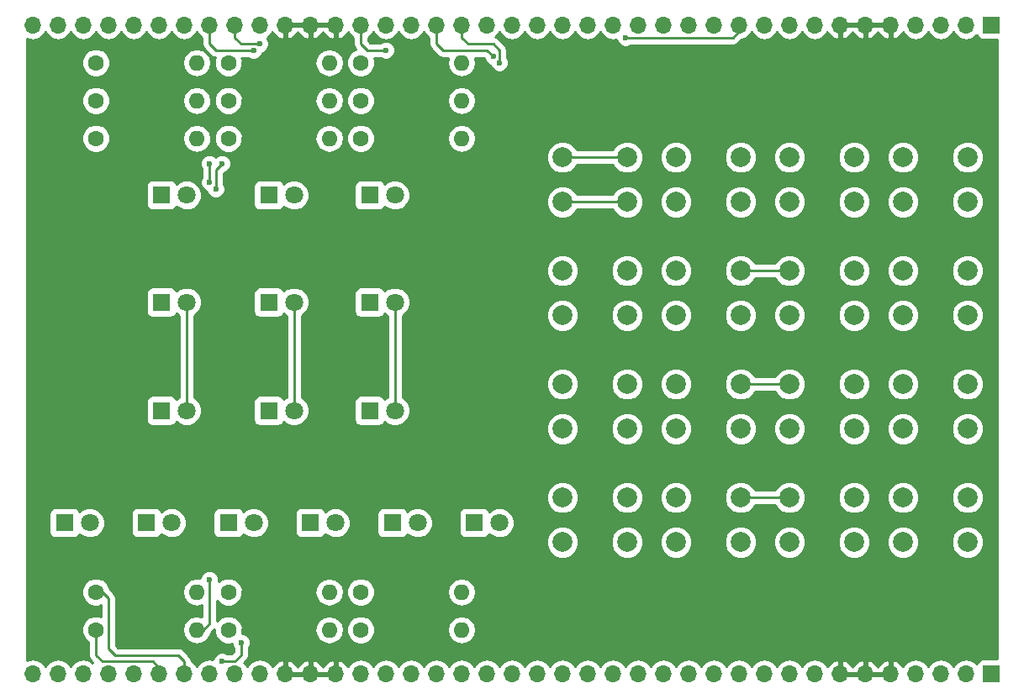
<source format=gbl>
G04 #@! TF.FileFunction,Copper,L2,Bot,Signal*
%FSLAX46Y46*%
G04 Gerber Fmt 4.6, Leading zero omitted, Abs format (unit mm)*
G04 Created by KiCad (PCBNEW 4.0.7) date 02/09/20 21:40:42*
%MOMM*%
%LPD*%
G01*
G04 APERTURE LIST*
%ADD10C,0.100000*%
%ADD11R,1.800000X1.800000*%
%ADD12C,1.800000*%
%ADD13C,2.000000*%
%ADD14R,1.700000X1.700000*%
%ADD15O,1.700000X1.700000*%
%ADD16C,1.600000*%
%ADD17O,1.600000X1.600000*%
%ADD18C,0.600000*%
%ADD19C,0.250000*%
%ADD20C,0.254000*%
G04 APERTURE END LIST*
D10*
D11*
X114554000Y-97155000D03*
D12*
X117094000Y-97155000D03*
D11*
X125349000Y-97155000D03*
D12*
X127889000Y-97155000D03*
D11*
X135509000Y-97155000D03*
D12*
X138049000Y-97155000D03*
D11*
X114554000Y-107950000D03*
D12*
X117094000Y-107950000D03*
D11*
X125349000Y-107950000D03*
D12*
X127889000Y-107950000D03*
D11*
X135509000Y-107950000D03*
D12*
X138049000Y-107950000D03*
D11*
X114554000Y-118872000D03*
D12*
X117094000Y-118872000D03*
D11*
X125349000Y-118872000D03*
D12*
X127889000Y-118872000D03*
D11*
X135509000Y-118872000D03*
D12*
X138049000Y-118872000D03*
D11*
X104775000Y-130175000D03*
D12*
X107315000Y-130175000D03*
D11*
X113030000Y-130175000D03*
D12*
X115570000Y-130175000D03*
D11*
X121285000Y-130175000D03*
D12*
X123825000Y-130175000D03*
D11*
X129540000Y-130175000D03*
D12*
X132080000Y-130175000D03*
D11*
X137795000Y-130175000D03*
D12*
X140335000Y-130175000D03*
D11*
X146050000Y-130175000D03*
D12*
X148590000Y-130175000D03*
D13*
X154940000Y-132135000D03*
X154940000Y-127635000D03*
X161440000Y-132135000D03*
X161440000Y-127635000D03*
X166370000Y-132135000D03*
X166370000Y-127635000D03*
X172870000Y-132135000D03*
X172870000Y-127635000D03*
X177800000Y-132135000D03*
X177800000Y-127635000D03*
X184300000Y-132135000D03*
X184300000Y-127635000D03*
X189230000Y-132135000D03*
X189230000Y-127635000D03*
X195730000Y-132135000D03*
X195730000Y-127635000D03*
X154940000Y-120705000D03*
X154940000Y-116205000D03*
X161440000Y-120705000D03*
X161440000Y-116205000D03*
X166370000Y-120705000D03*
X166370000Y-116205000D03*
X172870000Y-120705000D03*
X172870000Y-116205000D03*
X177800000Y-120705000D03*
X177800000Y-116205000D03*
X184300000Y-120705000D03*
X184300000Y-116205000D03*
X189230000Y-120705000D03*
X189230000Y-116205000D03*
X195730000Y-120705000D03*
X195730000Y-116205000D03*
X154940000Y-109275000D03*
X154940000Y-104775000D03*
X161440000Y-109275000D03*
X161440000Y-104775000D03*
X166370000Y-109275000D03*
X166370000Y-104775000D03*
X172870000Y-109275000D03*
X172870000Y-104775000D03*
X177800000Y-109275000D03*
X177800000Y-104775000D03*
X184300000Y-109275000D03*
X184300000Y-104775000D03*
X189230000Y-109275000D03*
X189230000Y-104775000D03*
X195730000Y-109275000D03*
X195730000Y-104775000D03*
X154940000Y-97845000D03*
X154940000Y-93345000D03*
X161440000Y-97845000D03*
X161440000Y-93345000D03*
X166370000Y-97845000D03*
X166370000Y-93345000D03*
X172870000Y-97845000D03*
X172870000Y-93345000D03*
X177800000Y-97845000D03*
X177800000Y-93345000D03*
X184300000Y-97845000D03*
X184300000Y-93345000D03*
X189230000Y-97845000D03*
X189230000Y-93345000D03*
X195730000Y-97845000D03*
X195730000Y-93345000D03*
D14*
X198120000Y-80010000D03*
D15*
X195580000Y-80010000D03*
X193040000Y-80010000D03*
X190500000Y-80010000D03*
X187960000Y-80010000D03*
X185420000Y-80010000D03*
X182880000Y-80010000D03*
X180340000Y-80010000D03*
X177800000Y-80010000D03*
X175260000Y-80010000D03*
X172720000Y-80010000D03*
X170180000Y-80010000D03*
X167640000Y-80010000D03*
X165100000Y-80010000D03*
X162560000Y-80010000D03*
X160020000Y-80010000D03*
X157480000Y-80010000D03*
X154940000Y-80010000D03*
X152400000Y-80010000D03*
X149860000Y-80010000D03*
X147320000Y-80010000D03*
X144780000Y-80010000D03*
X142240000Y-80010000D03*
X139700000Y-80010000D03*
X137160000Y-80010000D03*
X134620000Y-80010000D03*
X132080000Y-80010000D03*
X129540000Y-80010000D03*
X127000000Y-80010000D03*
X124460000Y-80010000D03*
X121920000Y-80010000D03*
X119380000Y-80010000D03*
X116840000Y-80010000D03*
X114300000Y-80010000D03*
X111760000Y-80010000D03*
X109220000Y-80010000D03*
X106680000Y-80010000D03*
X104140000Y-80010000D03*
X101600000Y-80010000D03*
D14*
X198120000Y-145415000D03*
D15*
X195580000Y-145415000D03*
X193040000Y-145415000D03*
X190500000Y-145415000D03*
X187960000Y-145415000D03*
X185420000Y-145415000D03*
X182880000Y-145415000D03*
X180340000Y-145415000D03*
X177800000Y-145415000D03*
X175260000Y-145415000D03*
X172720000Y-145415000D03*
X170180000Y-145415000D03*
X167640000Y-145415000D03*
X165100000Y-145415000D03*
X162560000Y-145415000D03*
X160020000Y-145415000D03*
X157480000Y-145415000D03*
X154940000Y-145415000D03*
X152400000Y-145415000D03*
X149860000Y-145415000D03*
X147320000Y-145415000D03*
X144780000Y-145415000D03*
X142240000Y-145415000D03*
X139700000Y-145415000D03*
X137160000Y-145415000D03*
X134620000Y-145415000D03*
X132080000Y-145415000D03*
X129540000Y-145415000D03*
X127000000Y-145415000D03*
X124460000Y-145415000D03*
X121920000Y-145415000D03*
X119380000Y-145415000D03*
X116840000Y-145415000D03*
X114300000Y-145415000D03*
X111760000Y-145415000D03*
X109220000Y-145415000D03*
X106680000Y-145415000D03*
X104140000Y-145415000D03*
X101600000Y-145415000D03*
D16*
X107950000Y-83820000D03*
D17*
X118110000Y-83820000D03*
D16*
X107950000Y-87630000D03*
D17*
X118110000Y-87630000D03*
D16*
X107950000Y-91440000D03*
D17*
X118110000Y-91440000D03*
D16*
X121285000Y-83820000D03*
D17*
X131445000Y-83820000D03*
D16*
X121285000Y-87630000D03*
D17*
X131445000Y-87630000D03*
D16*
X121285000Y-91440000D03*
D17*
X131445000Y-91440000D03*
D16*
X134620000Y-83820000D03*
D17*
X144780000Y-83820000D03*
D16*
X134620000Y-87630000D03*
D17*
X144780000Y-87630000D03*
D16*
X134620000Y-91440000D03*
D17*
X144780000Y-91440000D03*
D16*
X107950000Y-137160000D03*
D17*
X118110000Y-137160000D03*
D16*
X107950000Y-140970000D03*
D17*
X118110000Y-140970000D03*
D16*
X121285000Y-137160000D03*
D17*
X131445000Y-137160000D03*
D16*
X121285000Y-140970000D03*
D17*
X131445000Y-140970000D03*
D16*
X134620000Y-137160000D03*
D17*
X144780000Y-137160000D03*
D16*
X134620000Y-140970000D03*
D17*
X144780000Y-140970000D03*
D18*
X119380000Y-95885000D03*
X119380000Y-93980000D03*
X120650000Y-93980000D03*
X120015000Y-96520000D03*
X119380000Y-135890000D03*
X161290000Y-81280000D03*
X148590000Y-83820000D03*
X147955000Y-83185000D03*
X137160000Y-82550000D03*
X124460000Y-81915000D03*
X123825000Y-82550000D03*
X122555000Y-142240000D03*
X120650000Y-144145000D03*
D19*
X138049000Y-118872000D02*
X138049000Y-107950000D01*
X127889000Y-118872000D02*
X127889000Y-107950000D01*
X117094000Y-118872000D02*
X117094000Y-107950000D01*
X119380000Y-93980000D02*
X119380000Y-95885000D01*
X120650000Y-93980000D02*
X120015000Y-94615000D01*
X120015000Y-94615000D02*
X120015000Y-96520000D01*
X118745000Y-140970000D02*
X119380000Y-140335000D01*
X119380000Y-140335000D02*
X119380000Y-135890000D01*
X118745000Y-140970000D02*
X118110000Y-140970000D01*
X154940000Y-93345000D02*
X161440000Y-93345000D01*
X172870000Y-104775000D02*
X177800000Y-104775000D01*
X172870000Y-116205000D02*
X177800000Y-116205000D01*
X172870000Y-127635000D02*
X177800000Y-127635000D01*
X172085000Y-81280000D02*
X172720000Y-80645000D01*
X161290000Y-81280000D02*
X172085000Y-81280000D01*
X172720000Y-80645000D02*
X172720000Y-80010000D01*
X161440000Y-97845000D02*
X154940000Y-97845000D01*
X144780000Y-81280000D02*
X145415000Y-81915000D01*
X145415000Y-81915000D02*
X147955000Y-81915000D01*
X147955000Y-81915000D02*
X148590000Y-82550000D01*
X148590000Y-82550000D02*
X148590000Y-83820000D01*
X144780000Y-80010000D02*
X144780000Y-81280000D01*
X142240000Y-81915000D02*
X142875000Y-82550000D01*
X142875000Y-82550000D02*
X147320000Y-82550000D01*
X147320000Y-82550000D02*
X147955000Y-83185000D01*
X142240000Y-81915000D02*
X142240000Y-80010000D01*
X134620000Y-80010000D02*
X134620000Y-81915000D01*
X135255000Y-82550000D02*
X137160000Y-82550000D01*
X134620000Y-81915000D02*
X135255000Y-82550000D01*
X121920000Y-80010000D02*
X121920000Y-81280000D01*
X122555000Y-81915000D02*
X124460000Y-81915000D01*
X121920000Y-81280000D02*
X122555000Y-81915000D01*
X119380000Y-80010000D02*
X119380000Y-81915000D01*
X120015000Y-82550000D02*
X123825000Y-82550000D01*
X119380000Y-81915000D02*
X120015000Y-82550000D01*
X109220000Y-142240000D02*
X109220000Y-142875000D01*
X109220000Y-142240000D02*
X109220000Y-137795000D01*
X108585000Y-137160000D02*
X109220000Y-137795000D01*
X116840000Y-144145000D02*
X116840000Y-145415000D01*
X116205000Y-143510000D02*
X116840000Y-144145000D01*
X109855000Y-143510000D02*
X116205000Y-143510000D01*
X109220000Y-142875000D02*
X109855000Y-143510000D01*
X108585000Y-137160000D02*
X107950000Y-137160000D01*
X107950000Y-140970000D02*
X107950000Y-143510000D01*
X113665000Y-144145000D02*
X114300000Y-144780000D01*
X108585000Y-144145000D02*
X113665000Y-144145000D01*
X107950000Y-143510000D02*
X108585000Y-144145000D01*
X114300000Y-144780000D02*
X114300000Y-145415000D01*
X122555000Y-142240000D02*
X122555000Y-142875000D01*
X122555000Y-142875000D02*
X122555000Y-143510000D01*
X122555000Y-143510000D02*
X121920000Y-144145000D01*
X121920000Y-144145000D02*
X120650000Y-144145000D01*
D20*
G36*
X127127000Y-79883000D02*
X129413000Y-79883000D01*
X129413000Y-79863000D01*
X129667000Y-79863000D01*
X129667000Y-79883000D01*
X131953000Y-79883000D01*
X131953000Y-79863000D01*
X132207000Y-79863000D01*
X132207000Y-79883000D01*
X132227000Y-79883000D01*
X132227000Y-80137000D01*
X132207000Y-80137000D01*
X132207000Y-81330155D01*
X132436890Y-81451476D01*
X132846924Y-81281645D01*
X133275183Y-80891358D01*
X133342298Y-80748447D01*
X133569946Y-81089147D01*
X133860000Y-81282954D01*
X133860000Y-81915000D01*
X133917852Y-82205839D01*
X134082599Y-82452401D01*
X134108764Y-82478566D01*
X133808200Y-82602757D01*
X133404176Y-83006077D01*
X133185250Y-83533309D01*
X133184752Y-84104187D01*
X133402757Y-84631800D01*
X133806077Y-85035824D01*
X134333309Y-85254750D01*
X134904187Y-85255248D01*
X135431800Y-85037243D01*
X135835824Y-84633923D01*
X136054750Y-84106691D01*
X136055248Y-83535813D01*
X135961944Y-83310000D01*
X136597537Y-83310000D01*
X136629673Y-83342192D01*
X136973201Y-83484838D01*
X137345167Y-83485162D01*
X137688943Y-83343117D01*
X137952192Y-83080327D01*
X138094838Y-82736799D01*
X138095162Y-82364833D01*
X137953117Y-82021057D01*
X137690327Y-81757808D01*
X137346799Y-81615162D01*
X136974833Y-81614838D01*
X136631057Y-81756883D01*
X136597882Y-81790000D01*
X135569802Y-81790000D01*
X135380000Y-81600198D01*
X135380000Y-81282954D01*
X135670054Y-81089147D01*
X135890000Y-80759974D01*
X136109946Y-81089147D01*
X136591715Y-81411054D01*
X137160000Y-81524093D01*
X137728285Y-81411054D01*
X138210054Y-81089147D01*
X138430000Y-80759974D01*
X138649946Y-81089147D01*
X139131715Y-81411054D01*
X139700000Y-81524093D01*
X140268285Y-81411054D01*
X140750054Y-81089147D01*
X140970000Y-80759974D01*
X141189946Y-81089147D01*
X141480000Y-81282954D01*
X141480000Y-81915000D01*
X141537852Y-82205839D01*
X141702599Y-82452401D01*
X142337599Y-83087401D01*
X142584161Y-83252148D01*
X142875000Y-83310000D01*
X143418332Y-83310000D01*
X143316887Y-83820000D01*
X143426120Y-84369151D01*
X143737189Y-84834698D01*
X144202736Y-85145767D01*
X144751887Y-85255000D01*
X144808113Y-85255000D01*
X145357264Y-85145767D01*
X145822811Y-84834698D01*
X146133880Y-84369151D01*
X146243113Y-83820000D01*
X146141668Y-83310000D01*
X147005198Y-83310000D01*
X147019878Y-83324680D01*
X147019838Y-83370167D01*
X147161883Y-83713943D01*
X147424673Y-83977192D01*
X147688554Y-84086765D01*
X147796883Y-84348943D01*
X148059673Y-84612192D01*
X148403201Y-84754838D01*
X148775167Y-84755162D01*
X149118943Y-84613117D01*
X149382192Y-84350327D01*
X149524838Y-84006799D01*
X149525162Y-83634833D01*
X149383117Y-83291057D01*
X149350000Y-83257882D01*
X149350000Y-82550000D01*
X149292148Y-82259161D01*
X149127401Y-82012599D01*
X148492401Y-81377599D01*
X148245839Y-81212852D01*
X148198892Y-81203514D01*
X148370054Y-81089147D01*
X148590000Y-80759974D01*
X148809946Y-81089147D01*
X149291715Y-81411054D01*
X149860000Y-81524093D01*
X150428285Y-81411054D01*
X150910054Y-81089147D01*
X151130000Y-80759974D01*
X151349946Y-81089147D01*
X151831715Y-81411054D01*
X152400000Y-81524093D01*
X152968285Y-81411054D01*
X153450054Y-81089147D01*
X153670000Y-80759974D01*
X153889946Y-81089147D01*
X154371715Y-81411054D01*
X154940000Y-81524093D01*
X155508285Y-81411054D01*
X155990054Y-81089147D01*
X156210000Y-80759974D01*
X156429946Y-81089147D01*
X156911715Y-81411054D01*
X157480000Y-81524093D01*
X158048285Y-81411054D01*
X158530054Y-81089147D01*
X158750000Y-80759974D01*
X158969946Y-81089147D01*
X159451715Y-81411054D01*
X160020000Y-81524093D01*
X160354845Y-81457488D01*
X160354838Y-81465167D01*
X160496883Y-81808943D01*
X160759673Y-82072192D01*
X161103201Y-82214838D01*
X161475167Y-82215162D01*
X161818943Y-82073117D01*
X161852118Y-82040000D01*
X172085000Y-82040000D01*
X172375839Y-81982148D01*
X172622401Y-81817401D01*
X172964304Y-81475498D01*
X173288285Y-81411054D01*
X173770054Y-81089147D01*
X173990000Y-80759974D01*
X174209946Y-81089147D01*
X174691715Y-81411054D01*
X175260000Y-81524093D01*
X175828285Y-81411054D01*
X176310054Y-81089147D01*
X176530000Y-80759974D01*
X176749946Y-81089147D01*
X177231715Y-81411054D01*
X177800000Y-81524093D01*
X178368285Y-81411054D01*
X178850054Y-81089147D01*
X179070000Y-80759974D01*
X179289946Y-81089147D01*
X179771715Y-81411054D01*
X180340000Y-81524093D01*
X180908285Y-81411054D01*
X181390054Y-81089147D01*
X181617702Y-80748447D01*
X181684817Y-80891358D01*
X182113076Y-81281645D01*
X182523110Y-81451476D01*
X182753000Y-81330155D01*
X182753000Y-80137000D01*
X183007000Y-80137000D01*
X183007000Y-81330155D01*
X183236890Y-81451476D01*
X183646924Y-81281645D01*
X184075183Y-80891358D01*
X184150000Y-80732046D01*
X184224817Y-80891358D01*
X184653076Y-81281645D01*
X185063110Y-81451476D01*
X185293000Y-81330155D01*
X185293000Y-80137000D01*
X185547000Y-80137000D01*
X185547000Y-81330155D01*
X185776890Y-81451476D01*
X186186924Y-81281645D01*
X186615183Y-80891358D01*
X186690000Y-80732046D01*
X186764817Y-80891358D01*
X187193076Y-81281645D01*
X187603110Y-81451476D01*
X187833000Y-81330155D01*
X187833000Y-80137000D01*
X185547000Y-80137000D01*
X185293000Y-80137000D01*
X183007000Y-80137000D01*
X182753000Y-80137000D01*
X182733000Y-80137000D01*
X182733000Y-79883000D01*
X182753000Y-79883000D01*
X182753000Y-79863000D01*
X183007000Y-79863000D01*
X183007000Y-79883000D01*
X185293000Y-79883000D01*
X185293000Y-79863000D01*
X185547000Y-79863000D01*
X185547000Y-79883000D01*
X187833000Y-79883000D01*
X187833000Y-79863000D01*
X188087000Y-79863000D01*
X188087000Y-79883000D01*
X188107000Y-79883000D01*
X188107000Y-80137000D01*
X188087000Y-80137000D01*
X188087000Y-81330155D01*
X188316890Y-81451476D01*
X188726924Y-81281645D01*
X189155183Y-80891358D01*
X189222298Y-80748447D01*
X189449946Y-81089147D01*
X189931715Y-81411054D01*
X190500000Y-81524093D01*
X191068285Y-81411054D01*
X191550054Y-81089147D01*
X191770000Y-80759974D01*
X191989946Y-81089147D01*
X192471715Y-81411054D01*
X193040000Y-81524093D01*
X193608285Y-81411054D01*
X194090054Y-81089147D01*
X194310000Y-80759974D01*
X194529946Y-81089147D01*
X195011715Y-81411054D01*
X195580000Y-81524093D01*
X196148285Y-81411054D01*
X196630054Y-81089147D01*
X196657850Y-81047548D01*
X196666838Y-81095317D01*
X196805910Y-81311441D01*
X197018110Y-81456431D01*
X197270000Y-81507440D01*
X198680000Y-81507440D01*
X198680000Y-143917560D01*
X197270000Y-143917560D01*
X197034683Y-143961838D01*
X196818559Y-144100910D01*
X196673569Y-144313110D01*
X196659914Y-144380541D01*
X196630054Y-144335853D01*
X196148285Y-144013946D01*
X195580000Y-143900907D01*
X195011715Y-144013946D01*
X194529946Y-144335853D01*
X194310000Y-144665026D01*
X194090054Y-144335853D01*
X193608285Y-144013946D01*
X193040000Y-143900907D01*
X192471715Y-144013946D01*
X191989946Y-144335853D01*
X191770000Y-144665026D01*
X191550054Y-144335853D01*
X191068285Y-144013946D01*
X190500000Y-143900907D01*
X189931715Y-144013946D01*
X189449946Y-144335853D01*
X189222298Y-144676553D01*
X189155183Y-144533642D01*
X188726924Y-144143355D01*
X188316890Y-143973524D01*
X188087000Y-144094845D01*
X188087000Y-145288000D01*
X188107000Y-145288000D01*
X188107000Y-145542000D01*
X188087000Y-145542000D01*
X188087000Y-145562000D01*
X187833000Y-145562000D01*
X187833000Y-145542000D01*
X185547000Y-145542000D01*
X185547000Y-145562000D01*
X185293000Y-145562000D01*
X185293000Y-145542000D01*
X183007000Y-145542000D01*
X183007000Y-145562000D01*
X182753000Y-145562000D01*
X182753000Y-145542000D01*
X182733000Y-145542000D01*
X182733000Y-145288000D01*
X182753000Y-145288000D01*
X182753000Y-144094845D01*
X183007000Y-144094845D01*
X183007000Y-145288000D01*
X185293000Y-145288000D01*
X185293000Y-144094845D01*
X185547000Y-144094845D01*
X185547000Y-145288000D01*
X187833000Y-145288000D01*
X187833000Y-144094845D01*
X187603110Y-143973524D01*
X187193076Y-144143355D01*
X186764817Y-144533642D01*
X186690000Y-144692954D01*
X186615183Y-144533642D01*
X186186924Y-144143355D01*
X185776890Y-143973524D01*
X185547000Y-144094845D01*
X185293000Y-144094845D01*
X185063110Y-143973524D01*
X184653076Y-144143355D01*
X184224817Y-144533642D01*
X184150000Y-144692954D01*
X184075183Y-144533642D01*
X183646924Y-144143355D01*
X183236890Y-143973524D01*
X183007000Y-144094845D01*
X182753000Y-144094845D01*
X182523110Y-143973524D01*
X182113076Y-144143355D01*
X181684817Y-144533642D01*
X181617702Y-144676553D01*
X181390054Y-144335853D01*
X180908285Y-144013946D01*
X180340000Y-143900907D01*
X179771715Y-144013946D01*
X179289946Y-144335853D01*
X179070000Y-144665026D01*
X178850054Y-144335853D01*
X178368285Y-144013946D01*
X177800000Y-143900907D01*
X177231715Y-144013946D01*
X176749946Y-144335853D01*
X176530000Y-144665026D01*
X176310054Y-144335853D01*
X175828285Y-144013946D01*
X175260000Y-143900907D01*
X174691715Y-144013946D01*
X174209946Y-144335853D01*
X173990000Y-144665026D01*
X173770054Y-144335853D01*
X173288285Y-144013946D01*
X172720000Y-143900907D01*
X172151715Y-144013946D01*
X171669946Y-144335853D01*
X171450000Y-144665026D01*
X171230054Y-144335853D01*
X170748285Y-144013946D01*
X170180000Y-143900907D01*
X169611715Y-144013946D01*
X169129946Y-144335853D01*
X168910000Y-144665026D01*
X168690054Y-144335853D01*
X168208285Y-144013946D01*
X167640000Y-143900907D01*
X167071715Y-144013946D01*
X166589946Y-144335853D01*
X166370000Y-144665026D01*
X166150054Y-144335853D01*
X165668285Y-144013946D01*
X165100000Y-143900907D01*
X164531715Y-144013946D01*
X164049946Y-144335853D01*
X163830000Y-144665026D01*
X163610054Y-144335853D01*
X163128285Y-144013946D01*
X162560000Y-143900907D01*
X161991715Y-144013946D01*
X161509946Y-144335853D01*
X161290000Y-144665026D01*
X161070054Y-144335853D01*
X160588285Y-144013946D01*
X160020000Y-143900907D01*
X159451715Y-144013946D01*
X158969946Y-144335853D01*
X158750000Y-144665026D01*
X158530054Y-144335853D01*
X158048285Y-144013946D01*
X157480000Y-143900907D01*
X156911715Y-144013946D01*
X156429946Y-144335853D01*
X156210000Y-144665026D01*
X155990054Y-144335853D01*
X155508285Y-144013946D01*
X154940000Y-143900907D01*
X154371715Y-144013946D01*
X153889946Y-144335853D01*
X153670000Y-144665026D01*
X153450054Y-144335853D01*
X152968285Y-144013946D01*
X152400000Y-143900907D01*
X151831715Y-144013946D01*
X151349946Y-144335853D01*
X151130000Y-144665026D01*
X150910054Y-144335853D01*
X150428285Y-144013946D01*
X149860000Y-143900907D01*
X149291715Y-144013946D01*
X148809946Y-144335853D01*
X148590000Y-144665026D01*
X148370054Y-144335853D01*
X147888285Y-144013946D01*
X147320000Y-143900907D01*
X146751715Y-144013946D01*
X146269946Y-144335853D01*
X146050000Y-144665026D01*
X145830054Y-144335853D01*
X145348285Y-144013946D01*
X144780000Y-143900907D01*
X144211715Y-144013946D01*
X143729946Y-144335853D01*
X143510000Y-144665026D01*
X143290054Y-144335853D01*
X142808285Y-144013946D01*
X142240000Y-143900907D01*
X141671715Y-144013946D01*
X141189946Y-144335853D01*
X140970000Y-144665026D01*
X140750054Y-144335853D01*
X140268285Y-144013946D01*
X139700000Y-143900907D01*
X139131715Y-144013946D01*
X138649946Y-144335853D01*
X138430000Y-144665026D01*
X138210054Y-144335853D01*
X137728285Y-144013946D01*
X137160000Y-143900907D01*
X136591715Y-144013946D01*
X136109946Y-144335853D01*
X135890000Y-144665026D01*
X135670054Y-144335853D01*
X135188285Y-144013946D01*
X134620000Y-143900907D01*
X134051715Y-144013946D01*
X133569946Y-144335853D01*
X133342298Y-144676553D01*
X133275183Y-144533642D01*
X132846924Y-144143355D01*
X132436890Y-143973524D01*
X132207000Y-144094845D01*
X132207000Y-145288000D01*
X132227000Y-145288000D01*
X132227000Y-145542000D01*
X132207000Y-145542000D01*
X132207000Y-145562000D01*
X131953000Y-145562000D01*
X131953000Y-145542000D01*
X129667000Y-145542000D01*
X129667000Y-145562000D01*
X129413000Y-145562000D01*
X129413000Y-145542000D01*
X127127000Y-145542000D01*
X127127000Y-145562000D01*
X126873000Y-145562000D01*
X126873000Y-145542000D01*
X126853000Y-145542000D01*
X126853000Y-145288000D01*
X126873000Y-145288000D01*
X126873000Y-144094845D01*
X127127000Y-144094845D01*
X127127000Y-145288000D01*
X129413000Y-145288000D01*
X129413000Y-144094845D01*
X129667000Y-144094845D01*
X129667000Y-145288000D01*
X131953000Y-145288000D01*
X131953000Y-144094845D01*
X131723110Y-143973524D01*
X131313076Y-144143355D01*
X130884817Y-144533642D01*
X130810000Y-144692954D01*
X130735183Y-144533642D01*
X130306924Y-144143355D01*
X129896890Y-143973524D01*
X129667000Y-144094845D01*
X129413000Y-144094845D01*
X129183110Y-143973524D01*
X128773076Y-144143355D01*
X128344817Y-144533642D01*
X128270000Y-144692954D01*
X128195183Y-144533642D01*
X127766924Y-144143355D01*
X127356890Y-143973524D01*
X127127000Y-144094845D01*
X126873000Y-144094845D01*
X126643110Y-143973524D01*
X126233076Y-144143355D01*
X125804817Y-144533642D01*
X125737702Y-144676553D01*
X125510054Y-144335853D01*
X125028285Y-144013946D01*
X124460000Y-143900907D01*
X123891715Y-144013946D01*
X123409946Y-144335853D01*
X123190000Y-144665026D01*
X122970054Y-144335853D01*
X122870481Y-144269321D01*
X123092401Y-144047401D01*
X123257148Y-143800839D01*
X123315000Y-143510000D01*
X123315000Y-142802463D01*
X123347192Y-142770327D01*
X123489838Y-142426799D01*
X123490162Y-142054833D01*
X123348117Y-141711057D01*
X123085327Y-141447808D01*
X122741799Y-141305162D01*
X122699638Y-141305125D01*
X122719750Y-141256691D01*
X122720000Y-140970000D01*
X129981887Y-140970000D01*
X130091120Y-141519151D01*
X130402189Y-141984698D01*
X130867736Y-142295767D01*
X131416887Y-142405000D01*
X131473113Y-142405000D01*
X132022264Y-142295767D01*
X132487811Y-141984698D01*
X132798880Y-141519151D01*
X132851584Y-141254187D01*
X133184752Y-141254187D01*
X133402757Y-141781800D01*
X133806077Y-142185824D01*
X134333309Y-142404750D01*
X134904187Y-142405248D01*
X135431800Y-142187243D01*
X135835824Y-141783923D01*
X136054750Y-141256691D01*
X136055000Y-140970000D01*
X143316887Y-140970000D01*
X143426120Y-141519151D01*
X143737189Y-141984698D01*
X144202736Y-142295767D01*
X144751887Y-142405000D01*
X144808113Y-142405000D01*
X145357264Y-142295767D01*
X145822811Y-141984698D01*
X146133880Y-141519151D01*
X146243113Y-140970000D01*
X146133880Y-140420849D01*
X145822811Y-139955302D01*
X145357264Y-139644233D01*
X144808113Y-139535000D01*
X144751887Y-139535000D01*
X144202736Y-139644233D01*
X143737189Y-139955302D01*
X143426120Y-140420849D01*
X143316887Y-140970000D01*
X136055000Y-140970000D01*
X136055248Y-140685813D01*
X135837243Y-140158200D01*
X135433923Y-139754176D01*
X134906691Y-139535250D01*
X134335813Y-139534752D01*
X133808200Y-139752757D01*
X133404176Y-140156077D01*
X133185250Y-140683309D01*
X133184752Y-141254187D01*
X132851584Y-141254187D01*
X132908113Y-140970000D01*
X132798880Y-140420849D01*
X132487811Y-139955302D01*
X132022264Y-139644233D01*
X131473113Y-139535000D01*
X131416887Y-139535000D01*
X130867736Y-139644233D01*
X130402189Y-139955302D01*
X130091120Y-140420849D01*
X129981887Y-140970000D01*
X122720000Y-140970000D01*
X122720248Y-140685813D01*
X122502243Y-140158200D01*
X122098923Y-139754176D01*
X121571691Y-139535250D01*
X121000813Y-139534752D01*
X120473200Y-139752757D01*
X120140000Y-140085376D01*
X120140000Y-138044169D01*
X120471077Y-138375824D01*
X120998309Y-138594750D01*
X121569187Y-138595248D01*
X122096800Y-138377243D01*
X122500824Y-137973923D01*
X122719750Y-137446691D01*
X122720000Y-137160000D01*
X129981887Y-137160000D01*
X130091120Y-137709151D01*
X130402189Y-138174698D01*
X130867736Y-138485767D01*
X131416887Y-138595000D01*
X131473113Y-138595000D01*
X132022264Y-138485767D01*
X132487811Y-138174698D01*
X132798880Y-137709151D01*
X132851584Y-137444187D01*
X133184752Y-137444187D01*
X133402757Y-137971800D01*
X133806077Y-138375824D01*
X134333309Y-138594750D01*
X134904187Y-138595248D01*
X135431800Y-138377243D01*
X135835824Y-137973923D01*
X136054750Y-137446691D01*
X136055000Y-137160000D01*
X143316887Y-137160000D01*
X143426120Y-137709151D01*
X143737189Y-138174698D01*
X144202736Y-138485767D01*
X144751887Y-138595000D01*
X144808113Y-138595000D01*
X145357264Y-138485767D01*
X145822811Y-138174698D01*
X146133880Y-137709151D01*
X146243113Y-137160000D01*
X146133880Y-136610849D01*
X145822811Y-136145302D01*
X145357264Y-135834233D01*
X144808113Y-135725000D01*
X144751887Y-135725000D01*
X144202736Y-135834233D01*
X143737189Y-136145302D01*
X143426120Y-136610849D01*
X143316887Y-137160000D01*
X136055000Y-137160000D01*
X136055248Y-136875813D01*
X135837243Y-136348200D01*
X135433923Y-135944176D01*
X134906691Y-135725250D01*
X134335813Y-135724752D01*
X133808200Y-135942757D01*
X133404176Y-136346077D01*
X133185250Y-136873309D01*
X133184752Y-137444187D01*
X132851584Y-137444187D01*
X132908113Y-137160000D01*
X132798880Y-136610849D01*
X132487811Y-136145302D01*
X132022264Y-135834233D01*
X131473113Y-135725000D01*
X131416887Y-135725000D01*
X130867736Y-135834233D01*
X130402189Y-136145302D01*
X130091120Y-136610849D01*
X129981887Y-137160000D01*
X122720000Y-137160000D01*
X122720248Y-136875813D01*
X122502243Y-136348200D01*
X122098923Y-135944176D01*
X121571691Y-135725250D01*
X121000813Y-135724752D01*
X120473200Y-135942757D01*
X120297785Y-136117866D01*
X120314838Y-136076799D01*
X120315162Y-135704833D01*
X120173117Y-135361057D01*
X119910327Y-135097808D01*
X119566799Y-134955162D01*
X119194833Y-134954838D01*
X118851057Y-135096883D01*
X118587808Y-135359673D01*
X118445162Y-135703201D01*
X118445090Y-135786062D01*
X118138113Y-135725000D01*
X118081887Y-135725000D01*
X117532736Y-135834233D01*
X117067189Y-136145302D01*
X116756120Y-136610849D01*
X116646887Y-137160000D01*
X116756120Y-137709151D01*
X117067189Y-138174698D01*
X117532736Y-138485767D01*
X118081887Y-138595000D01*
X118138113Y-138595000D01*
X118620000Y-138499147D01*
X118620000Y-139630853D01*
X118138113Y-139535000D01*
X118081887Y-139535000D01*
X117532736Y-139644233D01*
X117067189Y-139955302D01*
X116756120Y-140420849D01*
X116646887Y-140970000D01*
X116756120Y-141519151D01*
X117067189Y-141984698D01*
X117532736Y-142295767D01*
X118081887Y-142405000D01*
X118138113Y-142405000D01*
X118687264Y-142295767D01*
X119152811Y-141984698D01*
X119463880Y-141519151D01*
X119511859Y-141277943D01*
X119850026Y-140939776D01*
X119849752Y-141254187D01*
X120067757Y-141781800D01*
X120471077Y-142185824D01*
X120998309Y-142404750D01*
X121569187Y-142405248D01*
X121619874Y-142384305D01*
X121619838Y-142425167D01*
X121761883Y-142768943D01*
X121795000Y-142802118D01*
X121795000Y-143195198D01*
X121605198Y-143385000D01*
X121212463Y-143385000D01*
X121180327Y-143352808D01*
X120836799Y-143210162D01*
X120464833Y-143209838D01*
X120121057Y-143351883D01*
X119857808Y-143614673D01*
X119715162Y-143958201D01*
X119715154Y-143967573D01*
X119380000Y-143900907D01*
X118811715Y-144013946D01*
X118329946Y-144335853D01*
X118110000Y-144665026D01*
X117890054Y-144335853D01*
X117599322Y-144141593D01*
X117542148Y-143854161D01*
X117377401Y-143607599D01*
X116742401Y-142972599D01*
X116495839Y-142807852D01*
X116205000Y-142750000D01*
X110169802Y-142750000D01*
X109980000Y-142560198D01*
X109980000Y-137795000D01*
X109922148Y-137504161D01*
X109757401Y-137257599D01*
X109385240Y-136885438D01*
X109385248Y-136875813D01*
X109167243Y-136348200D01*
X108763923Y-135944176D01*
X108236691Y-135725250D01*
X107665813Y-135724752D01*
X107138200Y-135942757D01*
X106734176Y-136346077D01*
X106515250Y-136873309D01*
X106514752Y-137444187D01*
X106732757Y-137971800D01*
X107136077Y-138375824D01*
X107663309Y-138594750D01*
X108234187Y-138595248D01*
X108460000Y-138501944D01*
X108460000Y-139627976D01*
X108236691Y-139535250D01*
X107665813Y-139534752D01*
X107138200Y-139752757D01*
X106734176Y-140156077D01*
X106515250Y-140683309D01*
X106514752Y-141254187D01*
X106732757Y-141781800D01*
X107136077Y-142185824D01*
X107190000Y-142208215D01*
X107190000Y-143510000D01*
X107247852Y-143800839D01*
X107412599Y-144047401D01*
X107642649Y-144277451D01*
X107248285Y-144013946D01*
X106680000Y-143900907D01*
X106111715Y-144013946D01*
X105629946Y-144335853D01*
X105410000Y-144665026D01*
X105190054Y-144335853D01*
X104708285Y-144013946D01*
X104140000Y-143900907D01*
X103571715Y-144013946D01*
X103089946Y-144335853D01*
X102870000Y-144665026D01*
X102650054Y-144335853D01*
X102168285Y-144013946D01*
X101600000Y-143900907D01*
X101040000Y-144012298D01*
X101040000Y-132458795D01*
X153304716Y-132458795D01*
X153553106Y-133059943D01*
X154012637Y-133520278D01*
X154613352Y-133769716D01*
X155263795Y-133770284D01*
X155864943Y-133521894D01*
X156325278Y-133062363D01*
X156574716Y-132461648D01*
X156574718Y-132458795D01*
X159804716Y-132458795D01*
X160053106Y-133059943D01*
X160512637Y-133520278D01*
X161113352Y-133769716D01*
X161763795Y-133770284D01*
X162364943Y-133521894D01*
X162825278Y-133062363D01*
X163074716Y-132461648D01*
X163074718Y-132458795D01*
X164734716Y-132458795D01*
X164983106Y-133059943D01*
X165442637Y-133520278D01*
X166043352Y-133769716D01*
X166693795Y-133770284D01*
X167294943Y-133521894D01*
X167755278Y-133062363D01*
X168004716Y-132461648D01*
X168004718Y-132458795D01*
X171234716Y-132458795D01*
X171483106Y-133059943D01*
X171942637Y-133520278D01*
X172543352Y-133769716D01*
X173193795Y-133770284D01*
X173794943Y-133521894D01*
X174255278Y-133062363D01*
X174504716Y-132461648D01*
X174504718Y-132458795D01*
X176164716Y-132458795D01*
X176413106Y-133059943D01*
X176872637Y-133520278D01*
X177473352Y-133769716D01*
X178123795Y-133770284D01*
X178724943Y-133521894D01*
X179185278Y-133062363D01*
X179434716Y-132461648D01*
X179434718Y-132458795D01*
X182664716Y-132458795D01*
X182913106Y-133059943D01*
X183372637Y-133520278D01*
X183973352Y-133769716D01*
X184623795Y-133770284D01*
X185224943Y-133521894D01*
X185685278Y-133062363D01*
X185934716Y-132461648D01*
X185934718Y-132458795D01*
X187594716Y-132458795D01*
X187843106Y-133059943D01*
X188302637Y-133520278D01*
X188903352Y-133769716D01*
X189553795Y-133770284D01*
X190154943Y-133521894D01*
X190615278Y-133062363D01*
X190864716Y-132461648D01*
X190864718Y-132458795D01*
X194094716Y-132458795D01*
X194343106Y-133059943D01*
X194802637Y-133520278D01*
X195403352Y-133769716D01*
X196053795Y-133770284D01*
X196654943Y-133521894D01*
X197115278Y-133062363D01*
X197364716Y-132461648D01*
X197365284Y-131811205D01*
X197116894Y-131210057D01*
X196657363Y-130749722D01*
X196056648Y-130500284D01*
X195406205Y-130499716D01*
X194805057Y-130748106D01*
X194344722Y-131207637D01*
X194095284Y-131808352D01*
X194094716Y-132458795D01*
X190864718Y-132458795D01*
X190865284Y-131811205D01*
X190616894Y-131210057D01*
X190157363Y-130749722D01*
X189556648Y-130500284D01*
X188906205Y-130499716D01*
X188305057Y-130748106D01*
X187844722Y-131207637D01*
X187595284Y-131808352D01*
X187594716Y-132458795D01*
X185934718Y-132458795D01*
X185935284Y-131811205D01*
X185686894Y-131210057D01*
X185227363Y-130749722D01*
X184626648Y-130500284D01*
X183976205Y-130499716D01*
X183375057Y-130748106D01*
X182914722Y-131207637D01*
X182665284Y-131808352D01*
X182664716Y-132458795D01*
X179434718Y-132458795D01*
X179435284Y-131811205D01*
X179186894Y-131210057D01*
X178727363Y-130749722D01*
X178126648Y-130500284D01*
X177476205Y-130499716D01*
X176875057Y-130748106D01*
X176414722Y-131207637D01*
X176165284Y-131808352D01*
X176164716Y-132458795D01*
X174504718Y-132458795D01*
X174505284Y-131811205D01*
X174256894Y-131210057D01*
X173797363Y-130749722D01*
X173196648Y-130500284D01*
X172546205Y-130499716D01*
X171945057Y-130748106D01*
X171484722Y-131207637D01*
X171235284Y-131808352D01*
X171234716Y-132458795D01*
X168004718Y-132458795D01*
X168005284Y-131811205D01*
X167756894Y-131210057D01*
X167297363Y-130749722D01*
X166696648Y-130500284D01*
X166046205Y-130499716D01*
X165445057Y-130748106D01*
X164984722Y-131207637D01*
X164735284Y-131808352D01*
X164734716Y-132458795D01*
X163074718Y-132458795D01*
X163075284Y-131811205D01*
X162826894Y-131210057D01*
X162367363Y-130749722D01*
X161766648Y-130500284D01*
X161116205Y-130499716D01*
X160515057Y-130748106D01*
X160054722Y-131207637D01*
X159805284Y-131808352D01*
X159804716Y-132458795D01*
X156574718Y-132458795D01*
X156575284Y-131811205D01*
X156326894Y-131210057D01*
X155867363Y-130749722D01*
X155266648Y-130500284D01*
X154616205Y-130499716D01*
X154015057Y-130748106D01*
X153554722Y-131207637D01*
X153305284Y-131808352D01*
X153304716Y-132458795D01*
X101040000Y-132458795D01*
X101040000Y-129275000D01*
X103227560Y-129275000D01*
X103227560Y-131075000D01*
X103271838Y-131310317D01*
X103410910Y-131526441D01*
X103623110Y-131671431D01*
X103875000Y-131722440D01*
X105675000Y-131722440D01*
X105910317Y-131678162D01*
X106126441Y-131539090D01*
X106271431Y-131326890D01*
X106275567Y-131306466D01*
X106444357Y-131475551D01*
X107008330Y-131709733D01*
X107618991Y-131710265D01*
X108183371Y-131477068D01*
X108615551Y-131045643D01*
X108849733Y-130481670D01*
X108850265Y-129871009D01*
X108617068Y-129306629D01*
X108585495Y-129275000D01*
X111482560Y-129275000D01*
X111482560Y-131075000D01*
X111526838Y-131310317D01*
X111665910Y-131526441D01*
X111878110Y-131671431D01*
X112130000Y-131722440D01*
X113930000Y-131722440D01*
X114165317Y-131678162D01*
X114381441Y-131539090D01*
X114526431Y-131326890D01*
X114530567Y-131306466D01*
X114699357Y-131475551D01*
X115263330Y-131709733D01*
X115873991Y-131710265D01*
X116438371Y-131477068D01*
X116870551Y-131045643D01*
X117104733Y-130481670D01*
X117105265Y-129871009D01*
X116872068Y-129306629D01*
X116840495Y-129275000D01*
X119737560Y-129275000D01*
X119737560Y-131075000D01*
X119781838Y-131310317D01*
X119920910Y-131526441D01*
X120133110Y-131671431D01*
X120385000Y-131722440D01*
X122185000Y-131722440D01*
X122420317Y-131678162D01*
X122636441Y-131539090D01*
X122781431Y-131326890D01*
X122785567Y-131306466D01*
X122954357Y-131475551D01*
X123518330Y-131709733D01*
X124128991Y-131710265D01*
X124693371Y-131477068D01*
X125125551Y-131045643D01*
X125359733Y-130481670D01*
X125360265Y-129871009D01*
X125127068Y-129306629D01*
X125095495Y-129275000D01*
X127992560Y-129275000D01*
X127992560Y-131075000D01*
X128036838Y-131310317D01*
X128175910Y-131526441D01*
X128388110Y-131671431D01*
X128640000Y-131722440D01*
X130440000Y-131722440D01*
X130675317Y-131678162D01*
X130891441Y-131539090D01*
X131036431Y-131326890D01*
X131040567Y-131306466D01*
X131209357Y-131475551D01*
X131773330Y-131709733D01*
X132383991Y-131710265D01*
X132948371Y-131477068D01*
X133380551Y-131045643D01*
X133614733Y-130481670D01*
X133615265Y-129871009D01*
X133382068Y-129306629D01*
X133350495Y-129275000D01*
X136247560Y-129275000D01*
X136247560Y-131075000D01*
X136291838Y-131310317D01*
X136430910Y-131526441D01*
X136643110Y-131671431D01*
X136895000Y-131722440D01*
X138695000Y-131722440D01*
X138930317Y-131678162D01*
X139146441Y-131539090D01*
X139291431Y-131326890D01*
X139295567Y-131306466D01*
X139464357Y-131475551D01*
X140028330Y-131709733D01*
X140638991Y-131710265D01*
X141203371Y-131477068D01*
X141635551Y-131045643D01*
X141869733Y-130481670D01*
X141870265Y-129871009D01*
X141637068Y-129306629D01*
X141605495Y-129275000D01*
X144502560Y-129275000D01*
X144502560Y-131075000D01*
X144546838Y-131310317D01*
X144685910Y-131526441D01*
X144898110Y-131671431D01*
X145150000Y-131722440D01*
X146950000Y-131722440D01*
X147185317Y-131678162D01*
X147401441Y-131539090D01*
X147546431Y-131326890D01*
X147550567Y-131306466D01*
X147719357Y-131475551D01*
X148283330Y-131709733D01*
X148893991Y-131710265D01*
X149458371Y-131477068D01*
X149890551Y-131045643D01*
X150124733Y-130481670D01*
X150125265Y-129871009D01*
X149892068Y-129306629D01*
X149460643Y-128874449D01*
X148896670Y-128640267D01*
X148286009Y-128639735D01*
X147721629Y-128872932D01*
X147553387Y-129040880D01*
X147553162Y-129039683D01*
X147414090Y-128823559D01*
X147201890Y-128678569D01*
X146950000Y-128627560D01*
X145150000Y-128627560D01*
X144914683Y-128671838D01*
X144698559Y-128810910D01*
X144553569Y-129023110D01*
X144502560Y-129275000D01*
X141605495Y-129275000D01*
X141205643Y-128874449D01*
X140641670Y-128640267D01*
X140031009Y-128639735D01*
X139466629Y-128872932D01*
X139298387Y-129040880D01*
X139298162Y-129039683D01*
X139159090Y-128823559D01*
X138946890Y-128678569D01*
X138695000Y-128627560D01*
X136895000Y-128627560D01*
X136659683Y-128671838D01*
X136443559Y-128810910D01*
X136298569Y-129023110D01*
X136247560Y-129275000D01*
X133350495Y-129275000D01*
X132950643Y-128874449D01*
X132386670Y-128640267D01*
X131776009Y-128639735D01*
X131211629Y-128872932D01*
X131043387Y-129040880D01*
X131043162Y-129039683D01*
X130904090Y-128823559D01*
X130691890Y-128678569D01*
X130440000Y-128627560D01*
X128640000Y-128627560D01*
X128404683Y-128671838D01*
X128188559Y-128810910D01*
X128043569Y-129023110D01*
X127992560Y-129275000D01*
X125095495Y-129275000D01*
X124695643Y-128874449D01*
X124131670Y-128640267D01*
X123521009Y-128639735D01*
X122956629Y-128872932D01*
X122788387Y-129040880D01*
X122788162Y-129039683D01*
X122649090Y-128823559D01*
X122436890Y-128678569D01*
X122185000Y-128627560D01*
X120385000Y-128627560D01*
X120149683Y-128671838D01*
X119933559Y-128810910D01*
X119788569Y-129023110D01*
X119737560Y-129275000D01*
X116840495Y-129275000D01*
X116440643Y-128874449D01*
X115876670Y-128640267D01*
X115266009Y-128639735D01*
X114701629Y-128872932D01*
X114533387Y-129040880D01*
X114533162Y-129039683D01*
X114394090Y-128823559D01*
X114181890Y-128678569D01*
X113930000Y-128627560D01*
X112130000Y-128627560D01*
X111894683Y-128671838D01*
X111678559Y-128810910D01*
X111533569Y-129023110D01*
X111482560Y-129275000D01*
X108585495Y-129275000D01*
X108185643Y-128874449D01*
X107621670Y-128640267D01*
X107011009Y-128639735D01*
X106446629Y-128872932D01*
X106278387Y-129040880D01*
X106278162Y-129039683D01*
X106139090Y-128823559D01*
X105926890Y-128678569D01*
X105675000Y-128627560D01*
X103875000Y-128627560D01*
X103639683Y-128671838D01*
X103423559Y-128810910D01*
X103278569Y-129023110D01*
X103227560Y-129275000D01*
X101040000Y-129275000D01*
X101040000Y-127958795D01*
X153304716Y-127958795D01*
X153553106Y-128559943D01*
X154012637Y-129020278D01*
X154613352Y-129269716D01*
X155263795Y-129270284D01*
X155864943Y-129021894D01*
X156325278Y-128562363D01*
X156574716Y-127961648D01*
X156574718Y-127958795D01*
X159804716Y-127958795D01*
X160053106Y-128559943D01*
X160512637Y-129020278D01*
X161113352Y-129269716D01*
X161763795Y-129270284D01*
X162364943Y-129021894D01*
X162825278Y-128562363D01*
X163074716Y-127961648D01*
X163074718Y-127958795D01*
X164734716Y-127958795D01*
X164983106Y-128559943D01*
X165442637Y-129020278D01*
X166043352Y-129269716D01*
X166693795Y-129270284D01*
X167294943Y-129021894D01*
X167755278Y-128562363D01*
X168004716Y-127961648D01*
X168004718Y-127958795D01*
X171234716Y-127958795D01*
X171483106Y-128559943D01*
X171942637Y-129020278D01*
X172543352Y-129269716D01*
X173193795Y-129270284D01*
X173794943Y-129021894D01*
X174255278Y-128562363D01*
X174324773Y-128395000D01*
X176344953Y-128395000D01*
X176413106Y-128559943D01*
X176872637Y-129020278D01*
X177473352Y-129269716D01*
X178123795Y-129270284D01*
X178724943Y-129021894D01*
X179185278Y-128562363D01*
X179434716Y-127961648D01*
X179434718Y-127958795D01*
X182664716Y-127958795D01*
X182913106Y-128559943D01*
X183372637Y-129020278D01*
X183973352Y-129269716D01*
X184623795Y-129270284D01*
X185224943Y-129021894D01*
X185685278Y-128562363D01*
X185934716Y-127961648D01*
X185934718Y-127958795D01*
X187594716Y-127958795D01*
X187843106Y-128559943D01*
X188302637Y-129020278D01*
X188903352Y-129269716D01*
X189553795Y-129270284D01*
X190154943Y-129021894D01*
X190615278Y-128562363D01*
X190864716Y-127961648D01*
X190864718Y-127958795D01*
X194094716Y-127958795D01*
X194343106Y-128559943D01*
X194802637Y-129020278D01*
X195403352Y-129269716D01*
X196053795Y-129270284D01*
X196654943Y-129021894D01*
X197115278Y-128562363D01*
X197364716Y-127961648D01*
X197365284Y-127311205D01*
X197116894Y-126710057D01*
X196657363Y-126249722D01*
X196056648Y-126000284D01*
X195406205Y-125999716D01*
X194805057Y-126248106D01*
X194344722Y-126707637D01*
X194095284Y-127308352D01*
X194094716Y-127958795D01*
X190864718Y-127958795D01*
X190865284Y-127311205D01*
X190616894Y-126710057D01*
X190157363Y-126249722D01*
X189556648Y-126000284D01*
X188906205Y-125999716D01*
X188305057Y-126248106D01*
X187844722Y-126707637D01*
X187595284Y-127308352D01*
X187594716Y-127958795D01*
X185934718Y-127958795D01*
X185935284Y-127311205D01*
X185686894Y-126710057D01*
X185227363Y-126249722D01*
X184626648Y-126000284D01*
X183976205Y-125999716D01*
X183375057Y-126248106D01*
X182914722Y-126707637D01*
X182665284Y-127308352D01*
X182664716Y-127958795D01*
X179434718Y-127958795D01*
X179435284Y-127311205D01*
X179186894Y-126710057D01*
X178727363Y-126249722D01*
X178126648Y-126000284D01*
X177476205Y-125999716D01*
X176875057Y-126248106D01*
X176414722Y-126707637D01*
X176345227Y-126875000D01*
X174325047Y-126875000D01*
X174256894Y-126710057D01*
X173797363Y-126249722D01*
X173196648Y-126000284D01*
X172546205Y-125999716D01*
X171945057Y-126248106D01*
X171484722Y-126707637D01*
X171235284Y-127308352D01*
X171234716Y-127958795D01*
X168004718Y-127958795D01*
X168005284Y-127311205D01*
X167756894Y-126710057D01*
X167297363Y-126249722D01*
X166696648Y-126000284D01*
X166046205Y-125999716D01*
X165445057Y-126248106D01*
X164984722Y-126707637D01*
X164735284Y-127308352D01*
X164734716Y-127958795D01*
X163074718Y-127958795D01*
X163075284Y-127311205D01*
X162826894Y-126710057D01*
X162367363Y-126249722D01*
X161766648Y-126000284D01*
X161116205Y-125999716D01*
X160515057Y-126248106D01*
X160054722Y-126707637D01*
X159805284Y-127308352D01*
X159804716Y-127958795D01*
X156574718Y-127958795D01*
X156575284Y-127311205D01*
X156326894Y-126710057D01*
X155867363Y-126249722D01*
X155266648Y-126000284D01*
X154616205Y-125999716D01*
X154015057Y-126248106D01*
X153554722Y-126707637D01*
X153305284Y-127308352D01*
X153304716Y-127958795D01*
X101040000Y-127958795D01*
X101040000Y-121028795D01*
X153304716Y-121028795D01*
X153553106Y-121629943D01*
X154012637Y-122090278D01*
X154613352Y-122339716D01*
X155263795Y-122340284D01*
X155864943Y-122091894D01*
X156325278Y-121632363D01*
X156574716Y-121031648D01*
X156574718Y-121028795D01*
X159804716Y-121028795D01*
X160053106Y-121629943D01*
X160512637Y-122090278D01*
X161113352Y-122339716D01*
X161763795Y-122340284D01*
X162364943Y-122091894D01*
X162825278Y-121632363D01*
X163074716Y-121031648D01*
X163074718Y-121028795D01*
X164734716Y-121028795D01*
X164983106Y-121629943D01*
X165442637Y-122090278D01*
X166043352Y-122339716D01*
X166693795Y-122340284D01*
X167294943Y-122091894D01*
X167755278Y-121632363D01*
X168004716Y-121031648D01*
X168004718Y-121028795D01*
X171234716Y-121028795D01*
X171483106Y-121629943D01*
X171942637Y-122090278D01*
X172543352Y-122339716D01*
X173193795Y-122340284D01*
X173794943Y-122091894D01*
X174255278Y-121632363D01*
X174504716Y-121031648D01*
X174504718Y-121028795D01*
X176164716Y-121028795D01*
X176413106Y-121629943D01*
X176872637Y-122090278D01*
X177473352Y-122339716D01*
X178123795Y-122340284D01*
X178724943Y-122091894D01*
X179185278Y-121632363D01*
X179434716Y-121031648D01*
X179434718Y-121028795D01*
X182664716Y-121028795D01*
X182913106Y-121629943D01*
X183372637Y-122090278D01*
X183973352Y-122339716D01*
X184623795Y-122340284D01*
X185224943Y-122091894D01*
X185685278Y-121632363D01*
X185934716Y-121031648D01*
X185934718Y-121028795D01*
X187594716Y-121028795D01*
X187843106Y-121629943D01*
X188302637Y-122090278D01*
X188903352Y-122339716D01*
X189553795Y-122340284D01*
X190154943Y-122091894D01*
X190615278Y-121632363D01*
X190864716Y-121031648D01*
X190864718Y-121028795D01*
X194094716Y-121028795D01*
X194343106Y-121629943D01*
X194802637Y-122090278D01*
X195403352Y-122339716D01*
X196053795Y-122340284D01*
X196654943Y-122091894D01*
X197115278Y-121632363D01*
X197364716Y-121031648D01*
X197365284Y-120381205D01*
X197116894Y-119780057D01*
X196657363Y-119319722D01*
X196056648Y-119070284D01*
X195406205Y-119069716D01*
X194805057Y-119318106D01*
X194344722Y-119777637D01*
X194095284Y-120378352D01*
X194094716Y-121028795D01*
X190864718Y-121028795D01*
X190865284Y-120381205D01*
X190616894Y-119780057D01*
X190157363Y-119319722D01*
X189556648Y-119070284D01*
X188906205Y-119069716D01*
X188305057Y-119318106D01*
X187844722Y-119777637D01*
X187595284Y-120378352D01*
X187594716Y-121028795D01*
X185934718Y-121028795D01*
X185935284Y-120381205D01*
X185686894Y-119780057D01*
X185227363Y-119319722D01*
X184626648Y-119070284D01*
X183976205Y-119069716D01*
X183375057Y-119318106D01*
X182914722Y-119777637D01*
X182665284Y-120378352D01*
X182664716Y-121028795D01*
X179434718Y-121028795D01*
X179435284Y-120381205D01*
X179186894Y-119780057D01*
X178727363Y-119319722D01*
X178126648Y-119070284D01*
X177476205Y-119069716D01*
X176875057Y-119318106D01*
X176414722Y-119777637D01*
X176165284Y-120378352D01*
X176164716Y-121028795D01*
X174504718Y-121028795D01*
X174505284Y-120381205D01*
X174256894Y-119780057D01*
X173797363Y-119319722D01*
X173196648Y-119070284D01*
X172546205Y-119069716D01*
X171945057Y-119318106D01*
X171484722Y-119777637D01*
X171235284Y-120378352D01*
X171234716Y-121028795D01*
X168004718Y-121028795D01*
X168005284Y-120381205D01*
X167756894Y-119780057D01*
X167297363Y-119319722D01*
X166696648Y-119070284D01*
X166046205Y-119069716D01*
X165445057Y-119318106D01*
X164984722Y-119777637D01*
X164735284Y-120378352D01*
X164734716Y-121028795D01*
X163074718Y-121028795D01*
X163075284Y-120381205D01*
X162826894Y-119780057D01*
X162367363Y-119319722D01*
X161766648Y-119070284D01*
X161116205Y-119069716D01*
X160515057Y-119318106D01*
X160054722Y-119777637D01*
X159805284Y-120378352D01*
X159804716Y-121028795D01*
X156574718Y-121028795D01*
X156575284Y-120381205D01*
X156326894Y-119780057D01*
X155867363Y-119319722D01*
X155266648Y-119070284D01*
X154616205Y-119069716D01*
X154015057Y-119318106D01*
X153554722Y-119777637D01*
X153305284Y-120378352D01*
X153304716Y-121028795D01*
X101040000Y-121028795D01*
X101040000Y-107050000D01*
X113006560Y-107050000D01*
X113006560Y-108850000D01*
X113050838Y-109085317D01*
X113189910Y-109301441D01*
X113402110Y-109446431D01*
X113654000Y-109497440D01*
X115454000Y-109497440D01*
X115689317Y-109453162D01*
X115905441Y-109314090D01*
X116050431Y-109101890D01*
X116054567Y-109081466D01*
X116223357Y-109250551D01*
X116334000Y-109296494D01*
X116334000Y-117525154D01*
X116225629Y-117569932D01*
X116057387Y-117737880D01*
X116057162Y-117736683D01*
X115918090Y-117520559D01*
X115705890Y-117375569D01*
X115454000Y-117324560D01*
X113654000Y-117324560D01*
X113418683Y-117368838D01*
X113202559Y-117507910D01*
X113057569Y-117720110D01*
X113006560Y-117972000D01*
X113006560Y-119772000D01*
X113050838Y-120007317D01*
X113189910Y-120223441D01*
X113402110Y-120368431D01*
X113654000Y-120419440D01*
X115454000Y-120419440D01*
X115689317Y-120375162D01*
X115905441Y-120236090D01*
X116050431Y-120023890D01*
X116054567Y-120003466D01*
X116223357Y-120172551D01*
X116787330Y-120406733D01*
X117397991Y-120407265D01*
X117962371Y-120174068D01*
X118394551Y-119742643D01*
X118628733Y-119178670D01*
X118629265Y-118568009D01*
X118396068Y-118003629D01*
X117964643Y-117571449D01*
X117854000Y-117525506D01*
X117854000Y-109296846D01*
X117962371Y-109252068D01*
X118394551Y-108820643D01*
X118628733Y-108256670D01*
X118629265Y-107646009D01*
X118396068Y-107081629D01*
X118364495Y-107050000D01*
X123801560Y-107050000D01*
X123801560Y-108850000D01*
X123845838Y-109085317D01*
X123984910Y-109301441D01*
X124197110Y-109446431D01*
X124449000Y-109497440D01*
X126249000Y-109497440D01*
X126484317Y-109453162D01*
X126700441Y-109314090D01*
X126845431Y-109101890D01*
X126849567Y-109081466D01*
X127018357Y-109250551D01*
X127129000Y-109296494D01*
X127129000Y-117525154D01*
X127020629Y-117569932D01*
X126852387Y-117737880D01*
X126852162Y-117736683D01*
X126713090Y-117520559D01*
X126500890Y-117375569D01*
X126249000Y-117324560D01*
X124449000Y-117324560D01*
X124213683Y-117368838D01*
X123997559Y-117507910D01*
X123852569Y-117720110D01*
X123801560Y-117972000D01*
X123801560Y-119772000D01*
X123845838Y-120007317D01*
X123984910Y-120223441D01*
X124197110Y-120368431D01*
X124449000Y-120419440D01*
X126249000Y-120419440D01*
X126484317Y-120375162D01*
X126700441Y-120236090D01*
X126845431Y-120023890D01*
X126849567Y-120003466D01*
X127018357Y-120172551D01*
X127582330Y-120406733D01*
X128192991Y-120407265D01*
X128757371Y-120174068D01*
X129189551Y-119742643D01*
X129423733Y-119178670D01*
X129424265Y-118568009D01*
X129191068Y-118003629D01*
X128759643Y-117571449D01*
X128649000Y-117525506D01*
X128649000Y-109296846D01*
X128757371Y-109252068D01*
X129189551Y-108820643D01*
X129423733Y-108256670D01*
X129424265Y-107646009D01*
X129191068Y-107081629D01*
X129159495Y-107050000D01*
X133961560Y-107050000D01*
X133961560Y-108850000D01*
X134005838Y-109085317D01*
X134144910Y-109301441D01*
X134357110Y-109446431D01*
X134609000Y-109497440D01*
X136409000Y-109497440D01*
X136644317Y-109453162D01*
X136860441Y-109314090D01*
X137005431Y-109101890D01*
X137009567Y-109081466D01*
X137178357Y-109250551D01*
X137289000Y-109296494D01*
X137289000Y-117525154D01*
X137180629Y-117569932D01*
X137012387Y-117737880D01*
X137012162Y-117736683D01*
X136873090Y-117520559D01*
X136660890Y-117375569D01*
X136409000Y-117324560D01*
X134609000Y-117324560D01*
X134373683Y-117368838D01*
X134157559Y-117507910D01*
X134012569Y-117720110D01*
X133961560Y-117972000D01*
X133961560Y-119772000D01*
X134005838Y-120007317D01*
X134144910Y-120223441D01*
X134357110Y-120368431D01*
X134609000Y-120419440D01*
X136409000Y-120419440D01*
X136644317Y-120375162D01*
X136860441Y-120236090D01*
X137005431Y-120023890D01*
X137009567Y-120003466D01*
X137178357Y-120172551D01*
X137742330Y-120406733D01*
X138352991Y-120407265D01*
X138917371Y-120174068D01*
X139349551Y-119742643D01*
X139583733Y-119178670D01*
X139584265Y-118568009D01*
X139351068Y-118003629D01*
X138919643Y-117571449D01*
X138809000Y-117525506D01*
X138809000Y-116528795D01*
X153304716Y-116528795D01*
X153553106Y-117129943D01*
X154012637Y-117590278D01*
X154613352Y-117839716D01*
X155263795Y-117840284D01*
X155864943Y-117591894D01*
X156325278Y-117132363D01*
X156574716Y-116531648D01*
X156574718Y-116528795D01*
X159804716Y-116528795D01*
X160053106Y-117129943D01*
X160512637Y-117590278D01*
X161113352Y-117839716D01*
X161763795Y-117840284D01*
X162364943Y-117591894D01*
X162825278Y-117132363D01*
X163074716Y-116531648D01*
X163074718Y-116528795D01*
X164734716Y-116528795D01*
X164983106Y-117129943D01*
X165442637Y-117590278D01*
X166043352Y-117839716D01*
X166693795Y-117840284D01*
X167294943Y-117591894D01*
X167755278Y-117132363D01*
X168004716Y-116531648D01*
X168004718Y-116528795D01*
X171234716Y-116528795D01*
X171483106Y-117129943D01*
X171942637Y-117590278D01*
X172543352Y-117839716D01*
X173193795Y-117840284D01*
X173794943Y-117591894D01*
X174255278Y-117132363D01*
X174324773Y-116965000D01*
X176344953Y-116965000D01*
X176413106Y-117129943D01*
X176872637Y-117590278D01*
X177473352Y-117839716D01*
X178123795Y-117840284D01*
X178724943Y-117591894D01*
X179185278Y-117132363D01*
X179434716Y-116531648D01*
X179434718Y-116528795D01*
X182664716Y-116528795D01*
X182913106Y-117129943D01*
X183372637Y-117590278D01*
X183973352Y-117839716D01*
X184623795Y-117840284D01*
X185224943Y-117591894D01*
X185685278Y-117132363D01*
X185934716Y-116531648D01*
X185934718Y-116528795D01*
X187594716Y-116528795D01*
X187843106Y-117129943D01*
X188302637Y-117590278D01*
X188903352Y-117839716D01*
X189553795Y-117840284D01*
X190154943Y-117591894D01*
X190615278Y-117132363D01*
X190864716Y-116531648D01*
X190864718Y-116528795D01*
X194094716Y-116528795D01*
X194343106Y-117129943D01*
X194802637Y-117590278D01*
X195403352Y-117839716D01*
X196053795Y-117840284D01*
X196654943Y-117591894D01*
X197115278Y-117132363D01*
X197364716Y-116531648D01*
X197365284Y-115881205D01*
X197116894Y-115280057D01*
X196657363Y-114819722D01*
X196056648Y-114570284D01*
X195406205Y-114569716D01*
X194805057Y-114818106D01*
X194344722Y-115277637D01*
X194095284Y-115878352D01*
X194094716Y-116528795D01*
X190864718Y-116528795D01*
X190865284Y-115881205D01*
X190616894Y-115280057D01*
X190157363Y-114819722D01*
X189556648Y-114570284D01*
X188906205Y-114569716D01*
X188305057Y-114818106D01*
X187844722Y-115277637D01*
X187595284Y-115878352D01*
X187594716Y-116528795D01*
X185934718Y-116528795D01*
X185935284Y-115881205D01*
X185686894Y-115280057D01*
X185227363Y-114819722D01*
X184626648Y-114570284D01*
X183976205Y-114569716D01*
X183375057Y-114818106D01*
X182914722Y-115277637D01*
X182665284Y-115878352D01*
X182664716Y-116528795D01*
X179434718Y-116528795D01*
X179435284Y-115881205D01*
X179186894Y-115280057D01*
X178727363Y-114819722D01*
X178126648Y-114570284D01*
X177476205Y-114569716D01*
X176875057Y-114818106D01*
X176414722Y-115277637D01*
X176345227Y-115445000D01*
X174325047Y-115445000D01*
X174256894Y-115280057D01*
X173797363Y-114819722D01*
X173196648Y-114570284D01*
X172546205Y-114569716D01*
X171945057Y-114818106D01*
X171484722Y-115277637D01*
X171235284Y-115878352D01*
X171234716Y-116528795D01*
X168004718Y-116528795D01*
X168005284Y-115881205D01*
X167756894Y-115280057D01*
X167297363Y-114819722D01*
X166696648Y-114570284D01*
X166046205Y-114569716D01*
X165445057Y-114818106D01*
X164984722Y-115277637D01*
X164735284Y-115878352D01*
X164734716Y-116528795D01*
X163074718Y-116528795D01*
X163075284Y-115881205D01*
X162826894Y-115280057D01*
X162367363Y-114819722D01*
X161766648Y-114570284D01*
X161116205Y-114569716D01*
X160515057Y-114818106D01*
X160054722Y-115277637D01*
X159805284Y-115878352D01*
X159804716Y-116528795D01*
X156574718Y-116528795D01*
X156575284Y-115881205D01*
X156326894Y-115280057D01*
X155867363Y-114819722D01*
X155266648Y-114570284D01*
X154616205Y-114569716D01*
X154015057Y-114818106D01*
X153554722Y-115277637D01*
X153305284Y-115878352D01*
X153304716Y-116528795D01*
X138809000Y-116528795D01*
X138809000Y-109598795D01*
X153304716Y-109598795D01*
X153553106Y-110199943D01*
X154012637Y-110660278D01*
X154613352Y-110909716D01*
X155263795Y-110910284D01*
X155864943Y-110661894D01*
X156325278Y-110202363D01*
X156574716Y-109601648D01*
X156574718Y-109598795D01*
X159804716Y-109598795D01*
X160053106Y-110199943D01*
X160512637Y-110660278D01*
X161113352Y-110909716D01*
X161763795Y-110910284D01*
X162364943Y-110661894D01*
X162825278Y-110202363D01*
X163074716Y-109601648D01*
X163074718Y-109598795D01*
X164734716Y-109598795D01*
X164983106Y-110199943D01*
X165442637Y-110660278D01*
X166043352Y-110909716D01*
X166693795Y-110910284D01*
X167294943Y-110661894D01*
X167755278Y-110202363D01*
X168004716Y-109601648D01*
X168004718Y-109598795D01*
X171234716Y-109598795D01*
X171483106Y-110199943D01*
X171942637Y-110660278D01*
X172543352Y-110909716D01*
X173193795Y-110910284D01*
X173794943Y-110661894D01*
X174255278Y-110202363D01*
X174504716Y-109601648D01*
X174504718Y-109598795D01*
X176164716Y-109598795D01*
X176413106Y-110199943D01*
X176872637Y-110660278D01*
X177473352Y-110909716D01*
X178123795Y-110910284D01*
X178724943Y-110661894D01*
X179185278Y-110202363D01*
X179434716Y-109601648D01*
X179434718Y-109598795D01*
X182664716Y-109598795D01*
X182913106Y-110199943D01*
X183372637Y-110660278D01*
X183973352Y-110909716D01*
X184623795Y-110910284D01*
X185224943Y-110661894D01*
X185685278Y-110202363D01*
X185934716Y-109601648D01*
X185934718Y-109598795D01*
X187594716Y-109598795D01*
X187843106Y-110199943D01*
X188302637Y-110660278D01*
X188903352Y-110909716D01*
X189553795Y-110910284D01*
X190154943Y-110661894D01*
X190615278Y-110202363D01*
X190864716Y-109601648D01*
X190864718Y-109598795D01*
X194094716Y-109598795D01*
X194343106Y-110199943D01*
X194802637Y-110660278D01*
X195403352Y-110909716D01*
X196053795Y-110910284D01*
X196654943Y-110661894D01*
X197115278Y-110202363D01*
X197364716Y-109601648D01*
X197365284Y-108951205D01*
X197116894Y-108350057D01*
X196657363Y-107889722D01*
X196056648Y-107640284D01*
X195406205Y-107639716D01*
X194805057Y-107888106D01*
X194344722Y-108347637D01*
X194095284Y-108948352D01*
X194094716Y-109598795D01*
X190864718Y-109598795D01*
X190865284Y-108951205D01*
X190616894Y-108350057D01*
X190157363Y-107889722D01*
X189556648Y-107640284D01*
X188906205Y-107639716D01*
X188305057Y-107888106D01*
X187844722Y-108347637D01*
X187595284Y-108948352D01*
X187594716Y-109598795D01*
X185934718Y-109598795D01*
X185935284Y-108951205D01*
X185686894Y-108350057D01*
X185227363Y-107889722D01*
X184626648Y-107640284D01*
X183976205Y-107639716D01*
X183375057Y-107888106D01*
X182914722Y-108347637D01*
X182665284Y-108948352D01*
X182664716Y-109598795D01*
X179434718Y-109598795D01*
X179435284Y-108951205D01*
X179186894Y-108350057D01*
X178727363Y-107889722D01*
X178126648Y-107640284D01*
X177476205Y-107639716D01*
X176875057Y-107888106D01*
X176414722Y-108347637D01*
X176165284Y-108948352D01*
X176164716Y-109598795D01*
X174504718Y-109598795D01*
X174505284Y-108951205D01*
X174256894Y-108350057D01*
X173797363Y-107889722D01*
X173196648Y-107640284D01*
X172546205Y-107639716D01*
X171945057Y-107888106D01*
X171484722Y-108347637D01*
X171235284Y-108948352D01*
X171234716Y-109598795D01*
X168004718Y-109598795D01*
X168005284Y-108951205D01*
X167756894Y-108350057D01*
X167297363Y-107889722D01*
X166696648Y-107640284D01*
X166046205Y-107639716D01*
X165445057Y-107888106D01*
X164984722Y-108347637D01*
X164735284Y-108948352D01*
X164734716Y-109598795D01*
X163074718Y-109598795D01*
X163075284Y-108951205D01*
X162826894Y-108350057D01*
X162367363Y-107889722D01*
X161766648Y-107640284D01*
X161116205Y-107639716D01*
X160515057Y-107888106D01*
X160054722Y-108347637D01*
X159805284Y-108948352D01*
X159804716Y-109598795D01*
X156574718Y-109598795D01*
X156575284Y-108951205D01*
X156326894Y-108350057D01*
X155867363Y-107889722D01*
X155266648Y-107640284D01*
X154616205Y-107639716D01*
X154015057Y-107888106D01*
X153554722Y-108347637D01*
X153305284Y-108948352D01*
X153304716Y-109598795D01*
X138809000Y-109598795D01*
X138809000Y-109296846D01*
X138917371Y-109252068D01*
X139349551Y-108820643D01*
X139583733Y-108256670D01*
X139584265Y-107646009D01*
X139351068Y-107081629D01*
X138919643Y-106649449D01*
X138355670Y-106415267D01*
X137745009Y-106414735D01*
X137180629Y-106647932D01*
X137012387Y-106815880D01*
X137012162Y-106814683D01*
X136873090Y-106598559D01*
X136660890Y-106453569D01*
X136409000Y-106402560D01*
X134609000Y-106402560D01*
X134373683Y-106446838D01*
X134157559Y-106585910D01*
X134012569Y-106798110D01*
X133961560Y-107050000D01*
X129159495Y-107050000D01*
X128759643Y-106649449D01*
X128195670Y-106415267D01*
X127585009Y-106414735D01*
X127020629Y-106647932D01*
X126852387Y-106815880D01*
X126852162Y-106814683D01*
X126713090Y-106598559D01*
X126500890Y-106453569D01*
X126249000Y-106402560D01*
X124449000Y-106402560D01*
X124213683Y-106446838D01*
X123997559Y-106585910D01*
X123852569Y-106798110D01*
X123801560Y-107050000D01*
X118364495Y-107050000D01*
X117964643Y-106649449D01*
X117400670Y-106415267D01*
X116790009Y-106414735D01*
X116225629Y-106647932D01*
X116057387Y-106815880D01*
X116057162Y-106814683D01*
X115918090Y-106598559D01*
X115705890Y-106453569D01*
X115454000Y-106402560D01*
X113654000Y-106402560D01*
X113418683Y-106446838D01*
X113202559Y-106585910D01*
X113057569Y-106798110D01*
X113006560Y-107050000D01*
X101040000Y-107050000D01*
X101040000Y-105098795D01*
X153304716Y-105098795D01*
X153553106Y-105699943D01*
X154012637Y-106160278D01*
X154613352Y-106409716D01*
X155263795Y-106410284D01*
X155864943Y-106161894D01*
X156325278Y-105702363D01*
X156574716Y-105101648D01*
X156574718Y-105098795D01*
X159804716Y-105098795D01*
X160053106Y-105699943D01*
X160512637Y-106160278D01*
X161113352Y-106409716D01*
X161763795Y-106410284D01*
X162364943Y-106161894D01*
X162825278Y-105702363D01*
X163074716Y-105101648D01*
X163074718Y-105098795D01*
X164734716Y-105098795D01*
X164983106Y-105699943D01*
X165442637Y-106160278D01*
X166043352Y-106409716D01*
X166693795Y-106410284D01*
X167294943Y-106161894D01*
X167755278Y-105702363D01*
X168004716Y-105101648D01*
X168004718Y-105098795D01*
X171234716Y-105098795D01*
X171483106Y-105699943D01*
X171942637Y-106160278D01*
X172543352Y-106409716D01*
X173193795Y-106410284D01*
X173794943Y-106161894D01*
X174255278Y-105702363D01*
X174324773Y-105535000D01*
X176344953Y-105535000D01*
X176413106Y-105699943D01*
X176872637Y-106160278D01*
X177473352Y-106409716D01*
X178123795Y-106410284D01*
X178724943Y-106161894D01*
X179185278Y-105702363D01*
X179434716Y-105101648D01*
X179434718Y-105098795D01*
X182664716Y-105098795D01*
X182913106Y-105699943D01*
X183372637Y-106160278D01*
X183973352Y-106409716D01*
X184623795Y-106410284D01*
X185224943Y-106161894D01*
X185685278Y-105702363D01*
X185934716Y-105101648D01*
X185934718Y-105098795D01*
X187594716Y-105098795D01*
X187843106Y-105699943D01*
X188302637Y-106160278D01*
X188903352Y-106409716D01*
X189553795Y-106410284D01*
X190154943Y-106161894D01*
X190615278Y-105702363D01*
X190864716Y-105101648D01*
X190864718Y-105098795D01*
X194094716Y-105098795D01*
X194343106Y-105699943D01*
X194802637Y-106160278D01*
X195403352Y-106409716D01*
X196053795Y-106410284D01*
X196654943Y-106161894D01*
X197115278Y-105702363D01*
X197364716Y-105101648D01*
X197365284Y-104451205D01*
X197116894Y-103850057D01*
X196657363Y-103389722D01*
X196056648Y-103140284D01*
X195406205Y-103139716D01*
X194805057Y-103388106D01*
X194344722Y-103847637D01*
X194095284Y-104448352D01*
X194094716Y-105098795D01*
X190864718Y-105098795D01*
X190865284Y-104451205D01*
X190616894Y-103850057D01*
X190157363Y-103389722D01*
X189556648Y-103140284D01*
X188906205Y-103139716D01*
X188305057Y-103388106D01*
X187844722Y-103847637D01*
X187595284Y-104448352D01*
X187594716Y-105098795D01*
X185934718Y-105098795D01*
X185935284Y-104451205D01*
X185686894Y-103850057D01*
X185227363Y-103389722D01*
X184626648Y-103140284D01*
X183976205Y-103139716D01*
X183375057Y-103388106D01*
X182914722Y-103847637D01*
X182665284Y-104448352D01*
X182664716Y-105098795D01*
X179434718Y-105098795D01*
X179435284Y-104451205D01*
X179186894Y-103850057D01*
X178727363Y-103389722D01*
X178126648Y-103140284D01*
X177476205Y-103139716D01*
X176875057Y-103388106D01*
X176414722Y-103847637D01*
X176345227Y-104015000D01*
X174325047Y-104015000D01*
X174256894Y-103850057D01*
X173797363Y-103389722D01*
X173196648Y-103140284D01*
X172546205Y-103139716D01*
X171945057Y-103388106D01*
X171484722Y-103847637D01*
X171235284Y-104448352D01*
X171234716Y-105098795D01*
X168004718Y-105098795D01*
X168005284Y-104451205D01*
X167756894Y-103850057D01*
X167297363Y-103389722D01*
X166696648Y-103140284D01*
X166046205Y-103139716D01*
X165445057Y-103388106D01*
X164984722Y-103847637D01*
X164735284Y-104448352D01*
X164734716Y-105098795D01*
X163074718Y-105098795D01*
X163075284Y-104451205D01*
X162826894Y-103850057D01*
X162367363Y-103389722D01*
X161766648Y-103140284D01*
X161116205Y-103139716D01*
X160515057Y-103388106D01*
X160054722Y-103847637D01*
X159805284Y-104448352D01*
X159804716Y-105098795D01*
X156574718Y-105098795D01*
X156575284Y-104451205D01*
X156326894Y-103850057D01*
X155867363Y-103389722D01*
X155266648Y-103140284D01*
X154616205Y-103139716D01*
X154015057Y-103388106D01*
X153554722Y-103847637D01*
X153305284Y-104448352D01*
X153304716Y-105098795D01*
X101040000Y-105098795D01*
X101040000Y-96255000D01*
X113006560Y-96255000D01*
X113006560Y-98055000D01*
X113050838Y-98290317D01*
X113189910Y-98506441D01*
X113402110Y-98651431D01*
X113654000Y-98702440D01*
X115454000Y-98702440D01*
X115689317Y-98658162D01*
X115905441Y-98519090D01*
X116050431Y-98306890D01*
X116054567Y-98286466D01*
X116223357Y-98455551D01*
X116787330Y-98689733D01*
X117397991Y-98690265D01*
X117962371Y-98457068D01*
X118394551Y-98025643D01*
X118628733Y-97461670D01*
X118629265Y-96851009D01*
X118396068Y-96286629D01*
X117964643Y-95854449D01*
X117400670Y-95620267D01*
X116790009Y-95619735D01*
X116225629Y-95852932D01*
X116057387Y-96020880D01*
X116057162Y-96019683D01*
X115918090Y-95803559D01*
X115705890Y-95658569D01*
X115454000Y-95607560D01*
X113654000Y-95607560D01*
X113418683Y-95651838D01*
X113202559Y-95790910D01*
X113057569Y-96003110D01*
X113006560Y-96255000D01*
X101040000Y-96255000D01*
X101040000Y-94165167D01*
X118444838Y-94165167D01*
X118586883Y-94508943D01*
X118620000Y-94542118D01*
X118620000Y-95322537D01*
X118587808Y-95354673D01*
X118445162Y-95698201D01*
X118444838Y-96070167D01*
X118586883Y-96413943D01*
X118849673Y-96677192D01*
X119113554Y-96786765D01*
X119221883Y-97048943D01*
X119484673Y-97312192D01*
X119828201Y-97454838D01*
X120200167Y-97455162D01*
X120543943Y-97313117D01*
X120807192Y-97050327D01*
X120949838Y-96706799D01*
X120950162Y-96334833D01*
X120917176Y-96255000D01*
X123801560Y-96255000D01*
X123801560Y-98055000D01*
X123845838Y-98290317D01*
X123984910Y-98506441D01*
X124197110Y-98651431D01*
X124449000Y-98702440D01*
X126249000Y-98702440D01*
X126484317Y-98658162D01*
X126700441Y-98519090D01*
X126845431Y-98306890D01*
X126849567Y-98286466D01*
X127018357Y-98455551D01*
X127582330Y-98689733D01*
X128192991Y-98690265D01*
X128757371Y-98457068D01*
X129189551Y-98025643D01*
X129423733Y-97461670D01*
X129424265Y-96851009D01*
X129191068Y-96286629D01*
X129159495Y-96255000D01*
X133961560Y-96255000D01*
X133961560Y-98055000D01*
X134005838Y-98290317D01*
X134144910Y-98506441D01*
X134357110Y-98651431D01*
X134609000Y-98702440D01*
X136409000Y-98702440D01*
X136644317Y-98658162D01*
X136860441Y-98519090D01*
X137005431Y-98306890D01*
X137009567Y-98286466D01*
X137178357Y-98455551D01*
X137742330Y-98689733D01*
X138352991Y-98690265D01*
X138917371Y-98457068D01*
X139206148Y-98168795D01*
X153304716Y-98168795D01*
X153553106Y-98769943D01*
X154012637Y-99230278D01*
X154613352Y-99479716D01*
X155263795Y-99480284D01*
X155864943Y-99231894D01*
X156325278Y-98772363D01*
X156394773Y-98605000D01*
X159984953Y-98605000D01*
X160053106Y-98769943D01*
X160512637Y-99230278D01*
X161113352Y-99479716D01*
X161763795Y-99480284D01*
X162364943Y-99231894D01*
X162825278Y-98772363D01*
X163074716Y-98171648D01*
X163074718Y-98168795D01*
X164734716Y-98168795D01*
X164983106Y-98769943D01*
X165442637Y-99230278D01*
X166043352Y-99479716D01*
X166693795Y-99480284D01*
X167294943Y-99231894D01*
X167755278Y-98772363D01*
X168004716Y-98171648D01*
X168004718Y-98168795D01*
X171234716Y-98168795D01*
X171483106Y-98769943D01*
X171942637Y-99230278D01*
X172543352Y-99479716D01*
X173193795Y-99480284D01*
X173794943Y-99231894D01*
X174255278Y-98772363D01*
X174504716Y-98171648D01*
X174504718Y-98168795D01*
X176164716Y-98168795D01*
X176413106Y-98769943D01*
X176872637Y-99230278D01*
X177473352Y-99479716D01*
X178123795Y-99480284D01*
X178724943Y-99231894D01*
X179185278Y-98772363D01*
X179434716Y-98171648D01*
X179434718Y-98168795D01*
X182664716Y-98168795D01*
X182913106Y-98769943D01*
X183372637Y-99230278D01*
X183973352Y-99479716D01*
X184623795Y-99480284D01*
X185224943Y-99231894D01*
X185685278Y-98772363D01*
X185934716Y-98171648D01*
X185934718Y-98168795D01*
X187594716Y-98168795D01*
X187843106Y-98769943D01*
X188302637Y-99230278D01*
X188903352Y-99479716D01*
X189553795Y-99480284D01*
X190154943Y-99231894D01*
X190615278Y-98772363D01*
X190864716Y-98171648D01*
X190864718Y-98168795D01*
X194094716Y-98168795D01*
X194343106Y-98769943D01*
X194802637Y-99230278D01*
X195403352Y-99479716D01*
X196053795Y-99480284D01*
X196654943Y-99231894D01*
X197115278Y-98772363D01*
X197364716Y-98171648D01*
X197365284Y-97521205D01*
X197116894Y-96920057D01*
X196657363Y-96459722D01*
X196056648Y-96210284D01*
X195406205Y-96209716D01*
X194805057Y-96458106D01*
X194344722Y-96917637D01*
X194095284Y-97518352D01*
X194094716Y-98168795D01*
X190864718Y-98168795D01*
X190865284Y-97521205D01*
X190616894Y-96920057D01*
X190157363Y-96459722D01*
X189556648Y-96210284D01*
X188906205Y-96209716D01*
X188305057Y-96458106D01*
X187844722Y-96917637D01*
X187595284Y-97518352D01*
X187594716Y-98168795D01*
X185934718Y-98168795D01*
X185935284Y-97521205D01*
X185686894Y-96920057D01*
X185227363Y-96459722D01*
X184626648Y-96210284D01*
X183976205Y-96209716D01*
X183375057Y-96458106D01*
X182914722Y-96917637D01*
X182665284Y-97518352D01*
X182664716Y-98168795D01*
X179434718Y-98168795D01*
X179435284Y-97521205D01*
X179186894Y-96920057D01*
X178727363Y-96459722D01*
X178126648Y-96210284D01*
X177476205Y-96209716D01*
X176875057Y-96458106D01*
X176414722Y-96917637D01*
X176165284Y-97518352D01*
X176164716Y-98168795D01*
X174504718Y-98168795D01*
X174505284Y-97521205D01*
X174256894Y-96920057D01*
X173797363Y-96459722D01*
X173196648Y-96210284D01*
X172546205Y-96209716D01*
X171945057Y-96458106D01*
X171484722Y-96917637D01*
X171235284Y-97518352D01*
X171234716Y-98168795D01*
X168004718Y-98168795D01*
X168005284Y-97521205D01*
X167756894Y-96920057D01*
X167297363Y-96459722D01*
X166696648Y-96210284D01*
X166046205Y-96209716D01*
X165445057Y-96458106D01*
X164984722Y-96917637D01*
X164735284Y-97518352D01*
X164734716Y-98168795D01*
X163074718Y-98168795D01*
X163075284Y-97521205D01*
X162826894Y-96920057D01*
X162367363Y-96459722D01*
X161766648Y-96210284D01*
X161116205Y-96209716D01*
X160515057Y-96458106D01*
X160054722Y-96917637D01*
X159985227Y-97085000D01*
X156395047Y-97085000D01*
X156326894Y-96920057D01*
X155867363Y-96459722D01*
X155266648Y-96210284D01*
X154616205Y-96209716D01*
X154015057Y-96458106D01*
X153554722Y-96917637D01*
X153305284Y-97518352D01*
X153304716Y-98168795D01*
X139206148Y-98168795D01*
X139349551Y-98025643D01*
X139583733Y-97461670D01*
X139584265Y-96851009D01*
X139351068Y-96286629D01*
X138919643Y-95854449D01*
X138355670Y-95620267D01*
X137745009Y-95619735D01*
X137180629Y-95852932D01*
X137012387Y-96020880D01*
X137012162Y-96019683D01*
X136873090Y-95803559D01*
X136660890Y-95658569D01*
X136409000Y-95607560D01*
X134609000Y-95607560D01*
X134373683Y-95651838D01*
X134157559Y-95790910D01*
X134012569Y-96003110D01*
X133961560Y-96255000D01*
X129159495Y-96255000D01*
X128759643Y-95854449D01*
X128195670Y-95620267D01*
X127585009Y-95619735D01*
X127020629Y-95852932D01*
X126852387Y-96020880D01*
X126852162Y-96019683D01*
X126713090Y-95803559D01*
X126500890Y-95658569D01*
X126249000Y-95607560D01*
X124449000Y-95607560D01*
X124213683Y-95651838D01*
X123997559Y-95790910D01*
X123852569Y-96003110D01*
X123801560Y-96255000D01*
X120917176Y-96255000D01*
X120808117Y-95991057D01*
X120775000Y-95957882D01*
X120775000Y-94929802D01*
X120789680Y-94915122D01*
X120835167Y-94915162D01*
X121178943Y-94773117D01*
X121442192Y-94510327D01*
X121584838Y-94166799D01*
X121585162Y-93794833D01*
X121533085Y-93668795D01*
X153304716Y-93668795D01*
X153553106Y-94269943D01*
X154012637Y-94730278D01*
X154613352Y-94979716D01*
X155263795Y-94980284D01*
X155864943Y-94731894D01*
X156325278Y-94272363D01*
X156394773Y-94105000D01*
X159984953Y-94105000D01*
X160053106Y-94269943D01*
X160512637Y-94730278D01*
X161113352Y-94979716D01*
X161763795Y-94980284D01*
X162364943Y-94731894D01*
X162825278Y-94272363D01*
X163074716Y-93671648D01*
X163074718Y-93668795D01*
X164734716Y-93668795D01*
X164983106Y-94269943D01*
X165442637Y-94730278D01*
X166043352Y-94979716D01*
X166693795Y-94980284D01*
X167294943Y-94731894D01*
X167755278Y-94272363D01*
X168004716Y-93671648D01*
X168004718Y-93668795D01*
X171234716Y-93668795D01*
X171483106Y-94269943D01*
X171942637Y-94730278D01*
X172543352Y-94979716D01*
X173193795Y-94980284D01*
X173794943Y-94731894D01*
X174255278Y-94272363D01*
X174504716Y-93671648D01*
X174504718Y-93668795D01*
X176164716Y-93668795D01*
X176413106Y-94269943D01*
X176872637Y-94730278D01*
X177473352Y-94979716D01*
X178123795Y-94980284D01*
X178724943Y-94731894D01*
X179185278Y-94272363D01*
X179434716Y-93671648D01*
X179434718Y-93668795D01*
X182664716Y-93668795D01*
X182913106Y-94269943D01*
X183372637Y-94730278D01*
X183973352Y-94979716D01*
X184623795Y-94980284D01*
X185224943Y-94731894D01*
X185685278Y-94272363D01*
X185934716Y-93671648D01*
X185934718Y-93668795D01*
X187594716Y-93668795D01*
X187843106Y-94269943D01*
X188302637Y-94730278D01*
X188903352Y-94979716D01*
X189553795Y-94980284D01*
X190154943Y-94731894D01*
X190615278Y-94272363D01*
X190864716Y-93671648D01*
X190864718Y-93668795D01*
X194094716Y-93668795D01*
X194343106Y-94269943D01*
X194802637Y-94730278D01*
X195403352Y-94979716D01*
X196053795Y-94980284D01*
X196654943Y-94731894D01*
X197115278Y-94272363D01*
X197364716Y-93671648D01*
X197365284Y-93021205D01*
X197116894Y-92420057D01*
X196657363Y-91959722D01*
X196056648Y-91710284D01*
X195406205Y-91709716D01*
X194805057Y-91958106D01*
X194344722Y-92417637D01*
X194095284Y-93018352D01*
X194094716Y-93668795D01*
X190864718Y-93668795D01*
X190865284Y-93021205D01*
X190616894Y-92420057D01*
X190157363Y-91959722D01*
X189556648Y-91710284D01*
X188906205Y-91709716D01*
X188305057Y-91958106D01*
X187844722Y-92417637D01*
X187595284Y-93018352D01*
X187594716Y-93668795D01*
X185934718Y-93668795D01*
X185935284Y-93021205D01*
X185686894Y-92420057D01*
X185227363Y-91959722D01*
X184626648Y-91710284D01*
X183976205Y-91709716D01*
X183375057Y-91958106D01*
X182914722Y-92417637D01*
X182665284Y-93018352D01*
X182664716Y-93668795D01*
X179434718Y-93668795D01*
X179435284Y-93021205D01*
X179186894Y-92420057D01*
X178727363Y-91959722D01*
X178126648Y-91710284D01*
X177476205Y-91709716D01*
X176875057Y-91958106D01*
X176414722Y-92417637D01*
X176165284Y-93018352D01*
X176164716Y-93668795D01*
X174504718Y-93668795D01*
X174505284Y-93021205D01*
X174256894Y-92420057D01*
X173797363Y-91959722D01*
X173196648Y-91710284D01*
X172546205Y-91709716D01*
X171945057Y-91958106D01*
X171484722Y-92417637D01*
X171235284Y-93018352D01*
X171234716Y-93668795D01*
X168004718Y-93668795D01*
X168005284Y-93021205D01*
X167756894Y-92420057D01*
X167297363Y-91959722D01*
X166696648Y-91710284D01*
X166046205Y-91709716D01*
X165445057Y-91958106D01*
X164984722Y-92417637D01*
X164735284Y-93018352D01*
X164734716Y-93668795D01*
X163074718Y-93668795D01*
X163075284Y-93021205D01*
X162826894Y-92420057D01*
X162367363Y-91959722D01*
X161766648Y-91710284D01*
X161116205Y-91709716D01*
X160515057Y-91958106D01*
X160054722Y-92417637D01*
X159985227Y-92585000D01*
X156395047Y-92585000D01*
X156326894Y-92420057D01*
X155867363Y-91959722D01*
X155266648Y-91710284D01*
X154616205Y-91709716D01*
X154015057Y-91958106D01*
X153554722Y-92417637D01*
X153305284Y-93018352D01*
X153304716Y-93668795D01*
X121533085Y-93668795D01*
X121443117Y-93451057D01*
X121180327Y-93187808D01*
X120836799Y-93045162D01*
X120464833Y-93044838D01*
X120121057Y-93186883D01*
X120015046Y-93292710D01*
X119910327Y-93187808D01*
X119566799Y-93045162D01*
X119194833Y-93044838D01*
X118851057Y-93186883D01*
X118587808Y-93449673D01*
X118445162Y-93793201D01*
X118444838Y-94165167D01*
X101040000Y-94165167D01*
X101040000Y-91724187D01*
X106514752Y-91724187D01*
X106732757Y-92251800D01*
X107136077Y-92655824D01*
X107663309Y-92874750D01*
X108234187Y-92875248D01*
X108761800Y-92657243D01*
X109165824Y-92253923D01*
X109384750Y-91726691D01*
X109385000Y-91440000D01*
X116646887Y-91440000D01*
X116756120Y-91989151D01*
X117067189Y-92454698D01*
X117532736Y-92765767D01*
X118081887Y-92875000D01*
X118138113Y-92875000D01*
X118687264Y-92765767D01*
X119152811Y-92454698D01*
X119463880Y-91989151D01*
X119516584Y-91724187D01*
X119849752Y-91724187D01*
X120067757Y-92251800D01*
X120471077Y-92655824D01*
X120998309Y-92874750D01*
X121569187Y-92875248D01*
X122096800Y-92657243D01*
X122500824Y-92253923D01*
X122719750Y-91726691D01*
X122720000Y-91440000D01*
X129981887Y-91440000D01*
X130091120Y-91989151D01*
X130402189Y-92454698D01*
X130867736Y-92765767D01*
X131416887Y-92875000D01*
X131473113Y-92875000D01*
X132022264Y-92765767D01*
X132487811Y-92454698D01*
X132798880Y-91989151D01*
X132851584Y-91724187D01*
X133184752Y-91724187D01*
X133402757Y-92251800D01*
X133806077Y-92655824D01*
X134333309Y-92874750D01*
X134904187Y-92875248D01*
X135431800Y-92657243D01*
X135835824Y-92253923D01*
X136054750Y-91726691D01*
X136055000Y-91440000D01*
X143316887Y-91440000D01*
X143426120Y-91989151D01*
X143737189Y-92454698D01*
X144202736Y-92765767D01*
X144751887Y-92875000D01*
X144808113Y-92875000D01*
X145357264Y-92765767D01*
X145822811Y-92454698D01*
X146133880Y-91989151D01*
X146243113Y-91440000D01*
X146133880Y-90890849D01*
X145822811Y-90425302D01*
X145357264Y-90114233D01*
X144808113Y-90005000D01*
X144751887Y-90005000D01*
X144202736Y-90114233D01*
X143737189Y-90425302D01*
X143426120Y-90890849D01*
X143316887Y-91440000D01*
X136055000Y-91440000D01*
X136055248Y-91155813D01*
X135837243Y-90628200D01*
X135433923Y-90224176D01*
X134906691Y-90005250D01*
X134335813Y-90004752D01*
X133808200Y-90222757D01*
X133404176Y-90626077D01*
X133185250Y-91153309D01*
X133184752Y-91724187D01*
X132851584Y-91724187D01*
X132908113Y-91440000D01*
X132798880Y-90890849D01*
X132487811Y-90425302D01*
X132022264Y-90114233D01*
X131473113Y-90005000D01*
X131416887Y-90005000D01*
X130867736Y-90114233D01*
X130402189Y-90425302D01*
X130091120Y-90890849D01*
X129981887Y-91440000D01*
X122720000Y-91440000D01*
X122720248Y-91155813D01*
X122502243Y-90628200D01*
X122098923Y-90224176D01*
X121571691Y-90005250D01*
X121000813Y-90004752D01*
X120473200Y-90222757D01*
X120069176Y-90626077D01*
X119850250Y-91153309D01*
X119849752Y-91724187D01*
X119516584Y-91724187D01*
X119573113Y-91440000D01*
X119463880Y-90890849D01*
X119152811Y-90425302D01*
X118687264Y-90114233D01*
X118138113Y-90005000D01*
X118081887Y-90005000D01*
X117532736Y-90114233D01*
X117067189Y-90425302D01*
X116756120Y-90890849D01*
X116646887Y-91440000D01*
X109385000Y-91440000D01*
X109385248Y-91155813D01*
X109167243Y-90628200D01*
X108763923Y-90224176D01*
X108236691Y-90005250D01*
X107665813Y-90004752D01*
X107138200Y-90222757D01*
X106734176Y-90626077D01*
X106515250Y-91153309D01*
X106514752Y-91724187D01*
X101040000Y-91724187D01*
X101040000Y-87914187D01*
X106514752Y-87914187D01*
X106732757Y-88441800D01*
X107136077Y-88845824D01*
X107663309Y-89064750D01*
X108234187Y-89065248D01*
X108761800Y-88847243D01*
X109165824Y-88443923D01*
X109384750Y-87916691D01*
X109385000Y-87630000D01*
X116646887Y-87630000D01*
X116756120Y-88179151D01*
X117067189Y-88644698D01*
X117532736Y-88955767D01*
X118081887Y-89065000D01*
X118138113Y-89065000D01*
X118687264Y-88955767D01*
X119152811Y-88644698D01*
X119463880Y-88179151D01*
X119516584Y-87914187D01*
X119849752Y-87914187D01*
X120067757Y-88441800D01*
X120471077Y-88845824D01*
X120998309Y-89064750D01*
X121569187Y-89065248D01*
X122096800Y-88847243D01*
X122500824Y-88443923D01*
X122719750Y-87916691D01*
X122720000Y-87630000D01*
X129981887Y-87630000D01*
X130091120Y-88179151D01*
X130402189Y-88644698D01*
X130867736Y-88955767D01*
X131416887Y-89065000D01*
X131473113Y-89065000D01*
X132022264Y-88955767D01*
X132487811Y-88644698D01*
X132798880Y-88179151D01*
X132851584Y-87914187D01*
X133184752Y-87914187D01*
X133402757Y-88441800D01*
X133806077Y-88845824D01*
X134333309Y-89064750D01*
X134904187Y-89065248D01*
X135431800Y-88847243D01*
X135835824Y-88443923D01*
X136054750Y-87916691D01*
X136055000Y-87630000D01*
X143316887Y-87630000D01*
X143426120Y-88179151D01*
X143737189Y-88644698D01*
X144202736Y-88955767D01*
X144751887Y-89065000D01*
X144808113Y-89065000D01*
X145357264Y-88955767D01*
X145822811Y-88644698D01*
X146133880Y-88179151D01*
X146243113Y-87630000D01*
X146133880Y-87080849D01*
X145822811Y-86615302D01*
X145357264Y-86304233D01*
X144808113Y-86195000D01*
X144751887Y-86195000D01*
X144202736Y-86304233D01*
X143737189Y-86615302D01*
X143426120Y-87080849D01*
X143316887Y-87630000D01*
X136055000Y-87630000D01*
X136055248Y-87345813D01*
X135837243Y-86818200D01*
X135433923Y-86414176D01*
X134906691Y-86195250D01*
X134335813Y-86194752D01*
X133808200Y-86412757D01*
X133404176Y-86816077D01*
X133185250Y-87343309D01*
X133184752Y-87914187D01*
X132851584Y-87914187D01*
X132908113Y-87630000D01*
X132798880Y-87080849D01*
X132487811Y-86615302D01*
X132022264Y-86304233D01*
X131473113Y-86195000D01*
X131416887Y-86195000D01*
X130867736Y-86304233D01*
X130402189Y-86615302D01*
X130091120Y-87080849D01*
X129981887Y-87630000D01*
X122720000Y-87630000D01*
X122720248Y-87345813D01*
X122502243Y-86818200D01*
X122098923Y-86414176D01*
X121571691Y-86195250D01*
X121000813Y-86194752D01*
X120473200Y-86412757D01*
X120069176Y-86816077D01*
X119850250Y-87343309D01*
X119849752Y-87914187D01*
X119516584Y-87914187D01*
X119573113Y-87630000D01*
X119463880Y-87080849D01*
X119152811Y-86615302D01*
X118687264Y-86304233D01*
X118138113Y-86195000D01*
X118081887Y-86195000D01*
X117532736Y-86304233D01*
X117067189Y-86615302D01*
X116756120Y-87080849D01*
X116646887Y-87630000D01*
X109385000Y-87630000D01*
X109385248Y-87345813D01*
X109167243Y-86818200D01*
X108763923Y-86414176D01*
X108236691Y-86195250D01*
X107665813Y-86194752D01*
X107138200Y-86412757D01*
X106734176Y-86816077D01*
X106515250Y-87343309D01*
X106514752Y-87914187D01*
X101040000Y-87914187D01*
X101040000Y-84104187D01*
X106514752Y-84104187D01*
X106732757Y-84631800D01*
X107136077Y-85035824D01*
X107663309Y-85254750D01*
X108234187Y-85255248D01*
X108761800Y-85037243D01*
X109165824Y-84633923D01*
X109384750Y-84106691D01*
X109385000Y-83820000D01*
X116646887Y-83820000D01*
X116756120Y-84369151D01*
X117067189Y-84834698D01*
X117532736Y-85145767D01*
X118081887Y-85255000D01*
X118138113Y-85255000D01*
X118687264Y-85145767D01*
X119152811Y-84834698D01*
X119463880Y-84369151D01*
X119573113Y-83820000D01*
X119463880Y-83270849D01*
X119152811Y-82805302D01*
X118687264Y-82494233D01*
X118138113Y-82385000D01*
X118081887Y-82385000D01*
X117532736Y-82494233D01*
X117067189Y-82805302D01*
X116756120Y-83270849D01*
X116646887Y-83820000D01*
X109385000Y-83820000D01*
X109385248Y-83535813D01*
X109167243Y-83008200D01*
X108763923Y-82604176D01*
X108236691Y-82385250D01*
X107665813Y-82384752D01*
X107138200Y-82602757D01*
X106734176Y-83006077D01*
X106515250Y-83533309D01*
X106514752Y-84104187D01*
X101040000Y-84104187D01*
X101040000Y-81412702D01*
X101600000Y-81524093D01*
X102168285Y-81411054D01*
X102650054Y-81089147D01*
X102870000Y-80759974D01*
X103089946Y-81089147D01*
X103571715Y-81411054D01*
X104140000Y-81524093D01*
X104708285Y-81411054D01*
X105190054Y-81089147D01*
X105410000Y-80759974D01*
X105629946Y-81089147D01*
X106111715Y-81411054D01*
X106680000Y-81524093D01*
X107248285Y-81411054D01*
X107730054Y-81089147D01*
X107950000Y-80759974D01*
X108169946Y-81089147D01*
X108651715Y-81411054D01*
X109220000Y-81524093D01*
X109788285Y-81411054D01*
X110270054Y-81089147D01*
X110490000Y-80759974D01*
X110709946Y-81089147D01*
X111191715Y-81411054D01*
X111760000Y-81524093D01*
X112328285Y-81411054D01*
X112810054Y-81089147D01*
X113030000Y-80759974D01*
X113249946Y-81089147D01*
X113731715Y-81411054D01*
X114300000Y-81524093D01*
X114868285Y-81411054D01*
X115350054Y-81089147D01*
X115570000Y-80759974D01*
X115789946Y-81089147D01*
X116271715Y-81411054D01*
X116840000Y-81524093D01*
X117408285Y-81411054D01*
X117890054Y-81089147D01*
X118110000Y-80759974D01*
X118329946Y-81089147D01*
X118620000Y-81282954D01*
X118620000Y-81915000D01*
X118677852Y-82205839D01*
X118842599Y-82452401D01*
X119477599Y-83087401D01*
X119724161Y-83252148D01*
X119948471Y-83296766D01*
X119850250Y-83533309D01*
X119849752Y-84104187D01*
X120067757Y-84631800D01*
X120471077Y-85035824D01*
X120998309Y-85254750D01*
X121569187Y-85255248D01*
X122096800Y-85037243D01*
X122500824Y-84633923D01*
X122719750Y-84106691D01*
X122720000Y-83820000D01*
X129981887Y-83820000D01*
X130091120Y-84369151D01*
X130402189Y-84834698D01*
X130867736Y-85145767D01*
X131416887Y-85255000D01*
X131473113Y-85255000D01*
X132022264Y-85145767D01*
X132487811Y-84834698D01*
X132798880Y-84369151D01*
X132908113Y-83820000D01*
X132798880Y-83270849D01*
X132487811Y-82805302D01*
X132022264Y-82494233D01*
X131473113Y-82385000D01*
X131416887Y-82385000D01*
X130867736Y-82494233D01*
X130402189Y-82805302D01*
X130091120Y-83270849D01*
X129981887Y-83820000D01*
X122720000Y-83820000D01*
X122720248Y-83535813D01*
X122626944Y-83310000D01*
X123262537Y-83310000D01*
X123294673Y-83342192D01*
X123638201Y-83484838D01*
X124010167Y-83485162D01*
X124353943Y-83343117D01*
X124617192Y-83080327D01*
X124726765Y-82816446D01*
X124988943Y-82708117D01*
X125252192Y-82445327D01*
X125394838Y-82101799D01*
X125395162Y-81729833D01*
X125253117Y-81386057D01*
X125178125Y-81310934D01*
X125510054Y-81089147D01*
X125737702Y-80748447D01*
X125804817Y-80891358D01*
X126233076Y-81281645D01*
X126643110Y-81451476D01*
X126873000Y-81330155D01*
X126873000Y-80137000D01*
X127127000Y-80137000D01*
X127127000Y-81330155D01*
X127356890Y-81451476D01*
X127766924Y-81281645D01*
X128195183Y-80891358D01*
X128270000Y-80732046D01*
X128344817Y-80891358D01*
X128773076Y-81281645D01*
X129183110Y-81451476D01*
X129413000Y-81330155D01*
X129413000Y-80137000D01*
X129667000Y-80137000D01*
X129667000Y-81330155D01*
X129896890Y-81451476D01*
X130306924Y-81281645D01*
X130735183Y-80891358D01*
X130810000Y-80732046D01*
X130884817Y-80891358D01*
X131313076Y-81281645D01*
X131723110Y-81451476D01*
X131953000Y-81330155D01*
X131953000Y-80137000D01*
X129667000Y-80137000D01*
X129413000Y-80137000D01*
X127127000Y-80137000D01*
X126873000Y-80137000D01*
X126853000Y-80137000D01*
X126853000Y-79883000D01*
X126873000Y-79883000D01*
X126873000Y-79863000D01*
X127127000Y-79863000D01*
X127127000Y-79883000D01*
X127127000Y-79883000D01*
G37*
X127127000Y-79883000D02*
X129413000Y-79883000D01*
X129413000Y-79863000D01*
X129667000Y-79863000D01*
X129667000Y-79883000D01*
X131953000Y-79883000D01*
X131953000Y-79863000D01*
X132207000Y-79863000D01*
X132207000Y-79883000D01*
X132227000Y-79883000D01*
X132227000Y-80137000D01*
X132207000Y-80137000D01*
X132207000Y-81330155D01*
X132436890Y-81451476D01*
X132846924Y-81281645D01*
X133275183Y-80891358D01*
X133342298Y-80748447D01*
X133569946Y-81089147D01*
X133860000Y-81282954D01*
X133860000Y-81915000D01*
X133917852Y-82205839D01*
X134082599Y-82452401D01*
X134108764Y-82478566D01*
X133808200Y-82602757D01*
X133404176Y-83006077D01*
X133185250Y-83533309D01*
X133184752Y-84104187D01*
X133402757Y-84631800D01*
X133806077Y-85035824D01*
X134333309Y-85254750D01*
X134904187Y-85255248D01*
X135431800Y-85037243D01*
X135835824Y-84633923D01*
X136054750Y-84106691D01*
X136055248Y-83535813D01*
X135961944Y-83310000D01*
X136597537Y-83310000D01*
X136629673Y-83342192D01*
X136973201Y-83484838D01*
X137345167Y-83485162D01*
X137688943Y-83343117D01*
X137952192Y-83080327D01*
X138094838Y-82736799D01*
X138095162Y-82364833D01*
X137953117Y-82021057D01*
X137690327Y-81757808D01*
X137346799Y-81615162D01*
X136974833Y-81614838D01*
X136631057Y-81756883D01*
X136597882Y-81790000D01*
X135569802Y-81790000D01*
X135380000Y-81600198D01*
X135380000Y-81282954D01*
X135670054Y-81089147D01*
X135890000Y-80759974D01*
X136109946Y-81089147D01*
X136591715Y-81411054D01*
X137160000Y-81524093D01*
X137728285Y-81411054D01*
X138210054Y-81089147D01*
X138430000Y-80759974D01*
X138649946Y-81089147D01*
X139131715Y-81411054D01*
X139700000Y-81524093D01*
X140268285Y-81411054D01*
X140750054Y-81089147D01*
X140970000Y-80759974D01*
X141189946Y-81089147D01*
X141480000Y-81282954D01*
X141480000Y-81915000D01*
X141537852Y-82205839D01*
X141702599Y-82452401D01*
X142337599Y-83087401D01*
X142584161Y-83252148D01*
X142875000Y-83310000D01*
X143418332Y-83310000D01*
X143316887Y-83820000D01*
X143426120Y-84369151D01*
X143737189Y-84834698D01*
X144202736Y-85145767D01*
X144751887Y-85255000D01*
X144808113Y-85255000D01*
X145357264Y-85145767D01*
X145822811Y-84834698D01*
X146133880Y-84369151D01*
X146243113Y-83820000D01*
X146141668Y-83310000D01*
X147005198Y-83310000D01*
X147019878Y-83324680D01*
X147019838Y-83370167D01*
X147161883Y-83713943D01*
X147424673Y-83977192D01*
X147688554Y-84086765D01*
X147796883Y-84348943D01*
X148059673Y-84612192D01*
X148403201Y-84754838D01*
X148775167Y-84755162D01*
X149118943Y-84613117D01*
X149382192Y-84350327D01*
X149524838Y-84006799D01*
X149525162Y-83634833D01*
X149383117Y-83291057D01*
X149350000Y-83257882D01*
X149350000Y-82550000D01*
X149292148Y-82259161D01*
X149127401Y-82012599D01*
X148492401Y-81377599D01*
X148245839Y-81212852D01*
X148198892Y-81203514D01*
X148370054Y-81089147D01*
X148590000Y-80759974D01*
X148809946Y-81089147D01*
X149291715Y-81411054D01*
X149860000Y-81524093D01*
X150428285Y-81411054D01*
X150910054Y-81089147D01*
X151130000Y-80759974D01*
X151349946Y-81089147D01*
X151831715Y-81411054D01*
X152400000Y-81524093D01*
X152968285Y-81411054D01*
X153450054Y-81089147D01*
X153670000Y-80759974D01*
X153889946Y-81089147D01*
X154371715Y-81411054D01*
X154940000Y-81524093D01*
X155508285Y-81411054D01*
X155990054Y-81089147D01*
X156210000Y-80759974D01*
X156429946Y-81089147D01*
X156911715Y-81411054D01*
X157480000Y-81524093D01*
X158048285Y-81411054D01*
X158530054Y-81089147D01*
X158750000Y-80759974D01*
X158969946Y-81089147D01*
X159451715Y-81411054D01*
X160020000Y-81524093D01*
X160354845Y-81457488D01*
X160354838Y-81465167D01*
X160496883Y-81808943D01*
X160759673Y-82072192D01*
X161103201Y-82214838D01*
X161475167Y-82215162D01*
X161818943Y-82073117D01*
X161852118Y-82040000D01*
X172085000Y-82040000D01*
X172375839Y-81982148D01*
X172622401Y-81817401D01*
X172964304Y-81475498D01*
X173288285Y-81411054D01*
X173770054Y-81089147D01*
X173990000Y-80759974D01*
X174209946Y-81089147D01*
X174691715Y-81411054D01*
X175260000Y-81524093D01*
X175828285Y-81411054D01*
X176310054Y-81089147D01*
X176530000Y-80759974D01*
X176749946Y-81089147D01*
X177231715Y-81411054D01*
X177800000Y-81524093D01*
X178368285Y-81411054D01*
X178850054Y-81089147D01*
X179070000Y-80759974D01*
X179289946Y-81089147D01*
X179771715Y-81411054D01*
X180340000Y-81524093D01*
X180908285Y-81411054D01*
X181390054Y-81089147D01*
X181617702Y-80748447D01*
X181684817Y-80891358D01*
X182113076Y-81281645D01*
X182523110Y-81451476D01*
X182753000Y-81330155D01*
X182753000Y-80137000D01*
X183007000Y-80137000D01*
X183007000Y-81330155D01*
X183236890Y-81451476D01*
X183646924Y-81281645D01*
X184075183Y-80891358D01*
X184150000Y-80732046D01*
X184224817Y-80891358D01*
X184653076Y-81281645D01*
X185063110Y-81451476D01*
X185293000Y-81330155D01*
X185293000Y-80137000D01*
X185547000Y-80137000D01*
X185547000Y-81330155D01*
X185776890Y-81451476D01*
X186186924Y-81281645D01*
X186615183Y-80891358D01*
X186690000Y-80732046D01*
X186764817Y-80891358D01*
X187193076Y-81281645D01*
X187603110Y-81451476D01*
X187833000Y-81330155D01*
X187833000Y-80137000D01*
X185547000Y-80137000D01*
X185293000Y-80137000D01*
X183007000Y-80137000D01*
X182753000Y-80137000D01*
X182733000Y-80137000D01*
X182733000Y-79883000D01*
X182753000Y-79883000D01*
X182753000Y-79863000D01*
X183007000Y-79863000D01*
X183007000Y-79883000D01*
X185293000Y-79883000D01*
X185293000Y-79863000D01*
X185547000Y-79863000D01*
X185547000Y-79883000D01*
X187833000Y-79883000D01*
X187833000Y-79863000D01*
X188087000Y-79863000D01*
X188087000Y-79883000D01*
X188107000Y-79883000D01*
X188107000Y-80137000D01*
X188087000Y-80137000D01*
X188087000Y-81330155D01*
X188316890Y-81451476D01*
X188726924Y-81281645D01*
X189155183Y-80891358D01*
X189222298Y-80748447D01*
X189449946Y-81089147D01*
X189931715Y-81411054D01*
X190500000Y-81524093D01*
X191068285Y-81411054D01*
X191550054Y-81089147D01*
X191770000Y-80759974D01*
X191989946Y-81089147D01*
X192471715Y-81411054D01*
X193040000Y-81524093D01*
X193608285Y-81411054D01*
X194090054Y-81089147D01*
X194310000Y-80759974D01*
X194529946Y-81089147D01*
X195011715Y-81411054D01*
X195580000Y-81524093D01*
X196148285Y-81411054D01*
X196630054Y-81089147D01*
X196657850Y-81047548D01*
X196666838Y-81095317D01*
X196805910Y-81311441D01*
X197018110Y-81456431D01*
X197270000Y-81507440D01*
X198680000Y-81507440D01*
X198680000Y-143917560D01*
X197270000Y-143917560D01*
X197034683Y-143961838D01*
X196818559Y-144100910D01*
X196673569Y-144313110D01*
X196659914Y-144380541D01*
X196630054Y-144335853D01*
X196148285Y-144013946D01*
X195580000Y-143900907D01*
X195011715Y-144013946D01*
X194529946Y-144335853D01*
X194310000Y-144665026D01*
X194090054Y-144335853D01*
X193608285Y-144013946D01*
X193040000Y-143900907D01*
X192471715Y-144013946D01*
X191989946Y-144335853D01*
X191770000Y-144665026D01*
X191550054Y-144335853D01*
X191068285Y-144013946D01*
X190500000Y-143900907D01*
X189931715Y-144013946D01*
X189449946Y-144335853D01*
X189222298Y-144676553D01*
X189155183Y-144533642D01*
X188726924Y-144143355D01*
X188316890Y-143973524D01*
X188087000Y-144094845D01*
X188087000Y-145288000D01*
X188107000Y-145288000D01*
X188107000Y-145542000D01*
X188087000Y-145542000D01*
X188087000Y-145562000D01*
X187833000Y-145562000D01*
X187833000Y-145542000D01*
X185547000Y-145542000D01*
X185547000Y-145562000D01*
X185293000Y-145562000D01*
X185293000Y-145542000D01*
X183007000Y-145542000D01*
X183007000Y-145562000D01*
X182753000Y-145562000D01*
X182753000Y-145542000D01*
X182733000Y-145542000D01*
X182733000Y-145288000D01*
X182753000Y-145288000D01*
X182753000Y-144094845D01*
X183007000Y-144094845D01*
X183007000Y-145288000D01*
X185293000Y-145288000D01*
X185293000Y-144094845D01*
X185547000Y-144094845D01*
X185547000Y-145288000D01*
X187833000Y-145288000D01*
X187833000Y-144094845D01*
X187603110Y-143973524D01*
X187193076Y-144143355D01*
X186764817Y-144533642D01*
X186690000Y-144692954D01*
X186615183Y-144533642D01*
X186186924Y-144143355D01*
X185776890Y-143973524D01*
X185547000Y-144094845D01*
X185293000Y-144094845D01*
X185063110Y-143973524D01*
X184653076Y-144143355D01*
X184224817Y-144533642D01*
X184150000Y-144692954D01*
X184075183Y-144533642D01*
X183646924Y-144143355D01*
X183236890Y-143973524D01*
X183007000Y-144094845D01*
X182753000Y-144094845D01*
X182523110Y-143973524D01*
X182113076Y-144143355D01*
X181684817Y-144533642D01*
X181617702Y-144676553D01*
X181390054Y-144335853D01*
X180908285Y-144013946D01*
X180340000Y-143900907D01*
X179771715Y-144013946D01*
X179289946Y-144335853D01*
X179070000Y-144665026D01*
X178850054Y-144335853D01*
X178368285Y-144013946D01*
X177800000Y-143900907D01*
X177231715Y-144013946D01*
X176749946Y-144335853D01*
X176530000Y-144665026D01*
X176310054Y-144335853D01*
X175828285Y-144013946D01*
X175260000Y-143900907D01*
X174691715Y-144013946D01*
X174209946Y-144335853D01*
X173990000Y-144665026D01*
X173770054Y-144335853D01*
X173288285Y-144013946D01*
X172720000Y-143900907D01*
X172151715Y-144013946D01*
X171669946Y-144335853D01*
X171450000Y-144665026D01*
X171230054Y-144335853D01*
X170748285Y-144013946D01*
X170180000Y-143900907D01*
X169611715Y-144013946D01*
X169129946Y-144335853D01*
X168910000Y-144665026D01*
X168690054Y-144335853D01*
X168208285Y-144013946D01*
X167640000Y-143900907D01*
X167071715Y-144013946D01*
X166589946Y-144335853D01*
X166370000Y-144665026D01*
X166150054Y-144335853D01*
X165668285Y-144013946D01*
X165100000Y-143900907D01*
X164531715Y-144013946D01*
X164049946Y-144335853D01*
X163830000Y-144665026D01*
X163610054Y-144335853D01*
X163128285Y-144013946D01*
X162560000Y-143900907D01*
X161991715Y-144013946D01*
X161509946Y-144335853D01*
X161290000Y-144665026D01*
X161070054Y-144335853D01*
X160588285Y-144013946D01*
X160020000Y-143900907D01*
X159451715Y-144013946D01*
X158969946Y-144335853D01*
X158750000Y-144665026D01*
X158530054Y-144335853D01*
X158048285Y-144013946D01*
X157480000Y-143900907D01*
X156911715Y-144013946D01*
X156429946Y-144335853D01*
X156210000Y-144665026D01*
X155990054Y-144335853D01*
X155508285Y-144013946D01*
X154940000Y-143900907D01*
X154371715Y-144013946D01*
X153889946Y-144335853D01*
X153670000Y-144665026D01*
X153450054Y-144335853D01*
X152968285Y-144013946D01*
X152400000Y-143900907D01*
X151831715Y-144013946D01*
X151349946Y-144335853D01*
X151130000Y-144665026D01*
X150910054Y-144335853D01*
X150428285Y-144013946D01*
X149860000Y-143900907D01*
X149291715Y-144013946D01*
X148809946Y-144335853D01*
X148590000Y-144665026D01*
X148370054Y-144335853D01*
X147888285Y-144013946D01*
X147320000Y-143900907D01*
X146751715Y-144013946D01*
X146269946Y-144335853D01*
X146050000Y-144665026D01*
X145830054Y-144335853D01*
X145348285Y-144013946D01*
X144780000Y-143900907D01*
X144211715Y-144013946D01*
X143729946Y-144335853D01*
X143510000Y-144665026D01*
X143290054Y-144335853D01*
X142808285Y-144013946D01*
X142240000Y-143900907D01*
X141671715Y-144013946D01*
X141189946Y-144335853D01*
X140970000Y-144665026D01*
X140750054Y-144335853D01*
X140268285Y-144013946D01*
X139700000Y-143900907D01*
X139131715Y-144013946D01*
X138649946Y-144335853D01*
X138430000Y-144665026D01*
X138210054Y-144335853D01*
X137728285Y-144013946D01*
X137160000Y-143900907D01*
X136591715Y-144013946D01*
X136109946Y-144335853D01*
X135890000Y-144665026D01*
X135670054Y-144335853D01*
X135188285Y-144013946D01*
X134620000Y-143900907D01*
X134051715Y-144013946D01*
X133569946Y-144335853D01*
X133342298Y-144676553D01*
X133275183Y-144533642D01*
X132846924Y-144143355D01*
X132436890Y-143973524D01*
X132207000Y-144094845D01*
X132207000Y-145288000D01*
X132227000Y-145288000D01*
X132227000Y-145542000D01*
X132207000Y-145542000D01*
X132207000Y-145562000D01*
X131953000Y-145562000D01*
X131953000Y-145542000D01*
X129667000Y-145542000D01*
X129667000Y-145562000D01*
X129413000Y-145562000D01*
X129413000Y-145542000D01*
X127127000Y-145542000D01*
X127127000Y-145562000D01*
X126873000Y-145562000D01*
X126873000Y-145542000D01*
X126853000Y-145542000D01*
X126853000Y-145288000D01*
X126873000Y-145288000D01*
X126873000Y-144094845D01*
X127127000Y-144094845D01*
X127127000Y-145288000D01*
X129413000Y-145288000D01*
X129413000Y-144094845D01*
X129667000Y-144094845D01*
X129667000Y-145288000D01*
X131953000Y-145288000D01*
X131953000Y-144094845D01*
X131723110Y-143973524D01*
X131313076Y-144143355D01*
X130884817Y-144533642D01*
X130810000Y-144692954D01*
X130735183Y-144533642D01*
X130306924Y-144143355D01*
X129896890Y-143973524D01*
X129667000Y-144094845D01*
X129413000Y-144094845D01*
X129183110Y-143973524D01*
X128773076Y-144143355D01*
X128344817Y-144533642D01*
X128270000Y-144692954D01*
X128195183Y-144533642D01*
X127766924Y-144143355D01*
X127356890Y-143973524D01*
X127127000Y-144094845D01*
X126873000Y-144094845D01*
X126643110Y-143973524D01*
X126233076Y-144143355D01*
X125804817Y-144533642D01*
X125737702Y-144676553D01*
X125510054Y-144335853D01*
X125028285Y-144013946D01*
X124460000Y-143900907D01*
X123891715Y-144013946D01*
X123409946Y-144335853D01*
X123190000Y-144665026D01*
X122970054Y-144335853D01*
X122870481Y-144269321D01*
X123092401Y-144047401D01*
X123257148Y-143800839D01*
X123315000Y-143510000D01*
X123315000Y-142802463D01*
X123347192Y-142770327D01*
X123489838Y-142426799D01*
X123490162Y-142054833D01*
X123348117Y-141711057D01*
X123085327Y-141447808D01*
X122741799Y-141305162D01*
X122699638Y-141305125D01*
X122719750Y-141256691D01*
X122720000Y-140970000D01*
X129981887Y-140970000D01*
X130091120Y-141519151D01*
X130402189Y-141984698D01*
X130867736Y-142295767D01*
X131416887Y-142405000D01*
X131473113Y-142405000D01*
X132022264Y-142295767D01*
X132487811Y-141984698D01*
X132798880Y-141519151D01*
X132851584Y-141254187D01*
X133184752Y-141254187D01*
X133402757Y-141781800D01*
X133806077Y-142185824D01*
X134333309Y-142404750D01*
X134904187Y-142405248D01*
X135431800Y-142187243D01*
X135835824Y-141783923D01*
X136054750Y-141256691D01*
X136055000Y-140970000D01*
X143316887Y-140970000D01*
X143426120Y-141519151D01*
X143737189Y-141984698D01*
X144202736Y-142295767D01*
X144751887Y-142405000D01*
X144808113Y-142405000D01*
X145357264Y-142295767D01*
X145822811Y-141984698D01*
X146133880Y-141519151D01*
X146243113Y-140970000D01*
X146133880Y-140420849D01*
X145822811Y-139955302D01*
X145357264Y-139644233D01*
X144808113Y-139535000D01*
X144751887Y-139535000D01*
X144202736Y-139644233D01*
X143737189Y-139955302D01*
X143426120Y-140420849D01*
X143316887Y-140970000D01*
X136055000Y-140970000D01*
X136055248Y-140685813D01*
X135837243Y-140158200D01*
X135433923Y-139754176D01*
X134906691Y-139535250D01*
X134335813Y-139534752D01*
X133808200Y-139752757D01*
X133404176Y-140156077D01*
X133185250Y-140683309D01*
X133184752Y-141254187D01*
X132851584Y-141254187D01*
X132908113Y-140970000D01*
X132798880Y-140420849D01*
X132487811Y-139955302D01*
X132022264Y-139644233D01*
X131473113Y-139535000D01*
X131416887Y-139535000D01*
X130867736Y-139644233D01*
X130402189Y-139955302D01*
X130091120Y-140420849D01*
X129981887Y-140970000D01*
X122720000Y-140970000D01*
X122720248Y-140685813D01*
X122502243Y-140158200D01*
X122098923Y-139754176D01*
X121571691Y-139535250D01*
X121000813Y-139534752D01*
X120473200Y-139752757D01*
X120140000Y-140085376D01*
X120140000Y-138044169D01*
X120471077Y-138375824D01*
X120998309Y-138594750D01*
X121569187Y-138595248D01*
X122096800Y-138377243D01*
X122500824Y-137973923D01*
X122719750Y-137446691D01*
X122720000Y-137160000D01*
X129981887Y-137160000D01*
X130091120Y-137709151D01*
X130402189Y-138174698D01*
X130867736Y-138485767D01*
X131416887Y-138595000D01*
X131473113Y-138595000D01*
X132022264Y-138485767D01*
X132487811Y-138174698D01*
X132798880Y-137709151D01*
X132851584Y-137444187D01*
X133184752Y-137444187D01*
X133402757Y-137971800D01*
X133806077Y-138375824D01*
X134333309Y-138594750D01*
X134904187Y-138595248D01*
X135431800Y-138377243D01*
X135835824Y-137973923D01*
X136054750Y-137446691D01*
X136055000Y-137160000D01*
X143316887Y-137160000D01*
X143426120Y-137709151D01*
X143737189Y-138174698D01*
X144202736Y-138485767D01*
X144751887Y-138595000D01*
X144808113Y-138595000D01*
X145357264Y-138485767D01*
X145822811Y-138174698D01*
X146133880Y-137709151D01*
X146243113Y-137160000D01*
X146133880Y-136610849D01*
X145822811Y-136145302D01*
X145357264Y-135834233D01*
X144808113Y-135725000D01*
X144751887Y-135725000D01*
X144202736Y-135834233D01*
X143737189Y-136145302D01*
X143426120Y-136610849D01*
X143316887Y-137160000D01*
X136055000Y-137160000D01*
X136055248Y-136875813D01*
X135837243Y-136348200D01*
X135433923Y-135944176D01*
X134906691Y-135725250D01*
X134335813Y-135724752D01*
X133808200Y-135942757D01*
X133404176Y-136346077D01*
X133185250Y-136873309D01*
X133184752Y-137444187D01*
X132851584Y-137444187D01*
X132908113Y-137160000D01*
X132798880Y-136610849D01*
X132487811Y-136145302D01*
X132022264Y-135834233D01*
X131473113Y-135725000D01*
X131416887Y-135725000D01*
X130867736Y-135834233D01*
X130402189Y-136145302D01*
X130091120Y-136610849D01*
X129981887Y-137160000D01*
X122720000Y-137160000D01*
X122720248Y-136875813D01*
X122502243Y-136348200D01*
X122098923Y-135944176D01*
X121571691Y-135725250D01*
X121000813Y-135724752D01*
X120473200Y-135942757D01*
X120297785Y-136117866D01*
X120314838Y-136076799D01*
X120315162Y-135704833D01*
X120173117Y-135361057D01*
X119910327Y-135097808D01*
X119566799Y-134955162D01*
X119194833Y-134954838D01*
X118851057Y-135096883D01*
X118587808Y-135359673D01*
X118445162Y-135703201D01*
X118445090Y-135786062D01*
X118138113Y-135725000D01*
X118081887Y-135725000D01*
X117532736Y-135834233D01*
X117067189Y-136145302D01*
X116756120Y-136610849D01*
X116646887Y-137160000D01*
X116756120Y-137709151D01*
X117067189Y-138174698D01*
X117532736Y-138485767D01*
X118081887Y-138595000D01*
X118138113Y-138595000D01*
X118620000Y-138499147D01*
X118620000Y-139630853D01*
X118138113Y-139535000D01*
X118081887Y-139535000D01*
X117532736Y-139644233D01*
X117067189Y-139955302D01*
X116756120Y-140420849D01*
X116646887Y-140970000D01*
X116756120Y-141519151D01*
X117067189Y-141984698D01*
X117532736Y-142295767D01*
X118081887Y-142405000D01*
X118138113Y-142405000D01*
X118687264Y-142295767D01*
X119152811Y-141984698D01*
X119463880Y-141519151D01*
X119511859Y-141277943D01*
X119850026Y-140939776D01*
X119849752Y-141254187D01*
X120067757Y-141781800D01*
X120471077Y-142185824D01*
X120998309Y-142404750D01*
X121569187Y-142405248D01*
X121619874Y-142384305D01*
X121619838Y-142425167D01*
X121761883Y-142768943D01*
X121795000Y-142802118D01*
X121795000Y-143195198D01*
X121605198Y-143385000D01*
X121212463Y-143385000D01*
X121180327Y-143352808D01*
X120836799Y-143210162D01*
X120464833Y-143209838D01*
X120121057Y-143351883D01*
X119857808Y-143614673D01*
X119715162Y-143958201D01*
X119715154Y-143967573D01*
X119380000Y-143900907D01*
X118811715Y-144013946D01*
X118329946Y-144335853D01*
X118110000Y-144665026D01*
X117890054Y-144335853D01*
X117599322Y-144141593D01*
X117542148Y-143854161D01*
X117377401Y-143607599D01*
X116742401Y-142972599D01*
X116495839Y-142807852D01*
X116205000Y-142750000D01*
X110169802Y-142750000D01*
X109980000Y-142560198D01*
X109980000Y-137795000D01*
X109922148Y-137504161D01*
X109757401Y-137257599D01*
X109385240Y-136885438D01*
X109385248Y-136875813D01*
X109167243Y-136348200D01*
X108763923Y-135944176D01*
X108236691Y-135725250D01*
X107665813Y-135724752D01*
X107138200Y-135942757D01*
X106734176Y-136346077D01*
X106515250Y-136873309D01*
X106514752Y-137444187D01*
X106732757Y-137971800D01*
X107136077Y-138375824D01*
X107663309Y-138594750D01*
X108234187Y-138595248D01*
X108460000Y-138501944D01*
X108460000Y-139627976D01*
X108236691Y-139535250D01*
X107665813Y-139534752D01*
X107138200Y-139752757D01*
X106734176Y-140156077D01*
X106515250Y-140683309D01*
X106514752Y-141254187D01*
X106732757Y-141781800D01*
X107136077Y-142185824D01*
X107190000Y-142208215D01*
X107190000Y-143510000D01*
X107247852Y-143800839D01*
X107412599Y-144047401D01*
X107642649Y-144277451D01*
X107248285Y-144013946D01*
X106680000Y-143900907D01*
X106111715Y-144013946D01*
X105629946Y-144335853D01*
X105410000Y-144665026D01*
X105190054Y-144335853D01*
X104708285Y-144013946D01*
X104140000Y-143900907D01*
X103571715Y-144013946D01*
X103089946Y-144335853D01*
X102870000Y-144665026D01*
X102650054Y-144335853D01*
X102168285Y-144013946D01*
X101600000Y-143900907D01*
X101040000Y-144012298D01*
X101040000Y-132458795D01*
X153304716Y-132458795D01*
X153553106Y-133059943D01*
X154012637Y-133520278D01*
X154613352Y-133769716D01*
X155263795Y-133770284D01*
X155864943Y-133521894D01*
X156325278Y-133062363D01*
X156574716Y-132461648D01*
X156574718Y-132458795D01*
X159804716Y-132458795D01*
X160053106Y-133059943D01*
X160512637Y-133520278D01*
X161113352Y-133769716D01*
X161763795Y-133770284D01*
X162364943Y-133521894D01*
X162825278Y-133062363D01*
X163074716Y-132461648D01*
X163074718Y-132458795D01*
X164734716Y-132458795D01*
X164983106Y-133059943D01*
X165442637Y-133520278D01*
X166043352Y-133769716D01*
X166693795Y-133770284D01*
X167294943Y-133521894D01*
X167755278Y-133062363D01*
X168004716Y-132461648D01*
X168004718Y-132458795D01*
X171234716Y-132458795D01*
X171483106Y-133059943D01*
X171942637Y-133520278D01*
X172543352Y-133769716D01*
X173193795Y-133770284D01*
X173794943Y-133521894D01*
X174255278Y-133062363D01*
X174504716Y-132461648D01*
X174504718Y-132458795D01*
X176164716Y-132458795D01*
X176413106Y-133059943D01*
X176872637Y-133520278D01*
X177473352Y-133769716D01*
X178123795Y-133770284D01*
X178724943Y-133521894D01*
X179185278Y-133062363D01*
X179434716Y-132461648D01*
X179434718Y-132458795D01*
X182664716Y-132458795D01*
X182913106Y-133059943D01*
X183372637Y-133520278D01*
X183973352Y-133769716D01*
X184623795Y-133770284D01*
X185224943Y-133521894D01*
X185685278Y-133062363D01*
X185934716Y-132461648D01*
X185934718Y-132458795D01*
X187594716Y-132458795D01*
X187843106Y-133059943D01*
X188302637Y-133520278D01*
X188903352Y-133769716D01*
X189553795Y-133770284D01*
X190154943Y-133521894D01*
X190615278Y-133062363D01*
X190864716Y-132461648D01*
X190864718Y-132458795D01*
X194094716Y-132458795D01*
X194343106Y-133059943D01*
X194802637Y-133520278D01*
X195403352Y-133769716D01*
X196053795Y-133770284D01*
X196654943Y-133521894D01*
X197115278Y-133062363D01*
X197364716Y-132461648D01*
X197365284Y-131811205D01*
X197116894Y-131210057D01*
X196657363Y-130749722D01*
X196056648Y-130500284D01*
X195406205Y-130499716D01*
X194805057Y-130748106D01*
X194344722Y-131207637D01*
X194095284Y-131808352D01*
X194094716Y-132458795D01*
X190864718Y-132458795D01*
X190865284Y-131811205D01*
X190616894Y-131210057D01*
X190157363Y-130749722D01*
X189556648Y-130500284D01*
X188906205Y-130499716D01*
X188305057Y-130748106D01*
X187844722Y-131207637D01*
X187595284Y-131808352D01*
X187594716Y-132458795D01*
X185934718Y-132458795D01*
X185935284Y-131811205D01*
X185686894Y-131210057D01*
X185227363Y-130749722D01*
X184626648Y-130500284D01*
X183976205Y-130499716D01*
X183375057Y-130748106D01*
X182914722Y-131207637D01*
X182665284Y-131808352D01*
X182664716Y-132458795D01*
X179434718Y-132458795D01*
X179435284Y-131811205D01*
X179186894Y-131210057D01*
X178727363Y-130749722D01*
X178126648Y-130500284D01*
X177476205Y-130499716D01*
X176875057Y-130748106D01*
X176414722Y-131207637D01*
X176165284Y-131808352D01*
X176164716Y-132458795D01*
X174504718Y-132458795D01*
X174505284Y-131811205D01*
X174256894Y-131210057D01*
X173797363Y-130749722D01*
X173196648Y-130500284D01*
X172546205Y-130499716D01*
X171945057Y-130748106D01*
X171484722Y-131207637D01*
X171235284Y-131808352D01*
X171234716Y-132458795D01*
X168004718Y-132458795D01*
X168005284Y-131811205D01*
X167756894Y-131210057D01*
X167297363Y-130749722D01*
X166696648Y-130500284D01*
X166046205Y-130499716D01*
X165445057Y-130748106D01*
X164984722Y-131207637D01*
X164735284Y-131808352D01*
X164734716Y-132458795D01*
X163074718Y-132458795D01*
X163075284Y-131811205D01*
X162826894Y-131210057D01*
X162367363Y-130749722D01*
X161766648Y-130500284D01*
X161116205Y-130499716D01*
X160515057Y-130748106D01*
X160054722Y-131207637D01*
X159805284Y-131808352D01*
X159804716Y-132458795D01*
X156574718Y-132458795D01*
X156575284Y-131811205D01*
X156326894Y-131210057D01*
X155867363Y-130749722D01*
X155266648Y-130500284D01*
X154616205Y-130499716D01*
X154015057Y-130748106D01*
X153554722Y-131207637D01*
X153305284Y-131808352D01*
X153304716Y-132458795D01*
X101040000Y-132458795D01*
X101040000Y-129275000D01*
X103227560Y-129275000D01*
X103227560Y-131075000D01*
X103271838Y-131310317D01*
X103410910Y-131526441D01*
X103623110Y-131671431D01*
X103875000Y-131722440D01*
X105675000Y-131722440D01*
X105910317Y-131678162D01*
X106126441Y-131539090D01*
X106271431Y-131326890D01*
X106275567Y-131306466D01*
X106444357Y-131475551D01*
X107008330Y-131709733D01*
X107618991Y-131710265D01*
X108183371Y-131477068D01*
X108615551Y-131045643D01*
X108849733Y-130481670D01*
X108850265Y-129871009D01*
X108617068Y-129306629D01*
X108585495Y-129275000D01*
X111482560Y-129275000D01*
X111482560Y-131075000D01*
X111526838Y-131310317D01*
X111665910Y-131526441D01*
X111878110Y-131671431D01*
X112130000Y-131722440D01*
X113930000Y-131722440D01*
X114165317Y-131678162D01*
X114381441Y-131539090D01*
X114526431Y-131326890D01*
X114530567Y-131306466D01*
X114699357Y-131475551D01*
X115263330Y-131709733D01*
X115873991Y-131710265D01*
X116438371Y-131477068D01*
X116870551Y-131045643D01*
X117104733Y-130481670D01*
X117105265Y-129871009D01*
X116872068Y-129306629D01*
X116840495Y-129275000D01*
X119737560Y-129275000D01*
X119737560Y-131075000D01*
X119781838Y-131310317D01*
X119920910Y-131526441D01*
X120133110Y-131671431D01*
X120385000Y-131722440D01*
X122185000Y-131722440D01*
X122420317Y-131678162D01*
X122636441Y-131539090D01*
X122781431Y-131326890D01*
X122785567Y-131306466D01*
X122954357Y-131475551D01*
X123518330Y-131709733D01*
X124128991Y-131710265D01*
X124693371Y-131477068D01*
X125125551Y-131045643D01*
X125359733Y-130481670D01*
X125360265Y-129871009D01*
X125127068Y-129306629D01*
X125095495Y-129275000D01*
X127992560Y-129275000D01*
X127992560Y-131075000D01*
X128036838Y-131310317D01*
X128175910Y-131526441D01*
X128388110Y-131671431D01*
X128640000Y-131722440D01*
X130440000Y-131722440D01*
X130675317Y-131678162D01*
X130891441Y-131539090D01*
X131036431Y-131326890D01*
X131040567Y-131306466D01*
X131209357Y-131475551D01*
X131773330Y-131709733D01*
X132383991Y-131710265D01*
X132948371Y-131477068D01*
X133380551Y-131045643D01*
X133614733Y-130481670D01*
X133615265Y-129871009D01*
X133382068Y-129306629D01*
X133350495Y-129275000D01*
X136247560Y-129275000D01*
X136247560Y-131075000D01*
X136291838Y-131310317D01*
X136430910Y-131526441D01*
X136643110Y-131671431D01*
X136895000Y-131722440D01*
X138695000Y-131722440D01*
X138930317Y-131678162D01*
X139146441Y-131539090D01*
X139291431Y-131326890D01*
X139295567Y-131306466D01*
X139464357Y-131475551D01*
X140028330Y-131709733D01*
X140638991Y-131710265D01*
X141203371Y-131477068D01*
X141635551Y-131045643D01*
X141869733Y-130481670D01*
X141870265Y-129871009D01*
X141637068Y-129306629D01*
X141605495Y-129275000D01*
X144502560Y-129275000D01*
X144502560Y-131075000D01*
X144546838Y-131310317D01*
X144685910Y-131526441D01*
X144898110Y-131671431D01*
X145150000Y-131722440D01*
X146950000Y-131722440D01*
X147185317Y-131678162D01*
X147401441Y-131539090D01*
X147546431Y-131326890D01*
X147550567Y-131306466D01*
X147719357Y-131475551D01*
X148283330Y-131709733D01*
X148893991Y-131710265D01*
X149458371Y-131477068D01*
X149890551Y-131045643D01*
X150124733Y-130481670D01*
X150125265Y-129871009D01*
X149892068Y-129306629D01*
X149460643Y-128874449D01*
X148896670Y-128640267D01*
X148286009Y-128639735D01*
X147721629Y-128872932D01*
X147553387Y-129040880D01*
X147553162Y-129039683D01*
X147414090Y-128823559D01*
X147201890Y-128678569D01*
X146950000Y-128627560D01*
X145150000Y-128627560D01*
X144914683Y-128671838D01*
X144698559Y-128810910D01*
X144553569Y-129023110D01*
X144502560Y-129275000D01*
X141605495Y-129275000D01*
X141205643Y-128874449D01*
X140641670Y-128640267D01*
X140031009Y-128639735D01*
X139466629Y-128872932D01*
X139298387Y-129040880D01*
X139298162Y-129039683D01*
X139159090Y-128823559D01*
X138946890Y-128678569D01*
X138695000Y-128627560D01*
X136895000Y-128627560D01*
X136659683Y-128671838D01*
X136443559Y-128810910D01*
X136298569Y-129023110D01*
X136247560Y-129275000D01*
X133350495Y-129275000D01*
X132950643Y-128874449D01*
X132386670Y-128640267D01*
X131776009Y-128639735D01*
X131211629Y-128872932D01*
X131043387Y-129040880D01*
X131043162Y-129039683D01*
X130904090Y-128823559D01*
X130691890Y-128678569D01*
X130440000Y-128627560D01*
X128640000Y-128627560D01*
X128404683Y-128671838D01*
X128188559Y-128810910D01*
X128043569Y-129023110D01*
X127992560Y-129275000D01*
X125095495Y-129275000D01*
X124695643Y-128874449D01*
X124131670Y-128640267D01*
X123521009Y-128639735D01*
X122956629Y-128872932D01*
X122788387Y-129040880D01*
X122788162Y-129039683D01*
X122649090Y-128823559D01*
X122436890Y-128678569D01*
X122185000Y-128627560D01*
X120385000Y-128627560D01*
X120149683Y-128671838D01*
X119933559Y-128810910D01*
X119788569Y-129023110D01*
X119737560Y-129275000D01*
X116840495Y-129275000D01*
X116440643Y-128874449D01*
X115876670Y-128640267D01*
X115266009Y-128639735D01*
X114701629Y-128872932D01*
X114533387Y-129040880D01*
X114533162Y-129039683D01*
X114394090Y-128823559D01*
X114181890Y-128678569D01*
X113930000Y-128627560D01*
X112130000Y-128627560D01*
X111894683Y-128671838D01*
X111678559Y-128810910D01*
X111533569Y-129023110D01*
X111482560Y-129275000D01*
X108585495Y-129275000D01*
X108185643Y-128874449D01*
X107621670Y-128640267D01*
X107011009Y-128639735D01*
X106446629Y-128872932D01*
X106278387Y-129040880D01*
X106278162Y-129039683D01*
X106139090Y-128823559D01*
X105926890Y-128678569D01*
X105675000Y-128627560D01*
X103875000Y-128627560D01*
X103639683Y-128671838D01*
X103423559Y-128810910D01*
X103278569Y-129023110D01*
X103227560Y-129275000D01*
X101040000Y-129275000D01*
X101040000Y-127958795D01*
X153304716Y-127958795D01*
X153553106Y-128559943D01*
X154012637Y-129020278D01*
X154613352Y-129269716D01*
X155263795Y-129270284D01*
X155864943Y-129021894D01*
X156325278Y-128562363D01*
X156574716Y-127961648D01*
X156574718Y-127958795D01*
X159804716Y-127958795D01*
X160053106Y-128559943D01*
X160512637Y-129020278D01*
X161113352Y-129269716D01*
X161763795Y-129270284D01*
X162364943Y-129021894D01*
X162825278Y-128562363D01*
X163074716Y-127961648D01*
X163074718Y-127958795D01*
X164734716Y-127958795D01*
X164983106Y-128559943D01*
X165442637Y-129020278D01*
X166043352Y-129269716D01*
X166693795Y-129270284D01*
X167294943Y-129021894D01*
X167755278Y-128562363D01*
X168004716Y-127961648D01*
X168004718Y-127958795D01*
X171234716Y-127958795D01*
X171483106Y-128559943D01*
X171942637Y-129020278D01*
X172543352Y-129269716D01*
X173193795Y-129270284D01*
X173794943Y-129021894D01*
X174255278Y-128562363D01*
X174324773Y-128395000D01*
X176344953Y-128395000D01*
X176413106Y-128559943D01*
X176872637Y-129020278D01*
X177473352Y-129269716D01*
X178123795Y-129270284D01*
X178724943Y-129021894D01*
X179185278Y-128562363D01*
X179434716Y-127961648D01*
X179434718Y-127958795D01*
X182664716Y-127958795D01*
X182913106Y-128559943D01*
X183372637Y-129020278D01*
X183973352Y-129269716D01*
X184623795Y-129270284D01*
X185224943Y-129021894D01*
X185685278Y-128562363D01*
X185934716Y-127961648D01*
X185934718Y-127958795D01*
X187594716Y-127958795D01*
X187843106Y-128559943D01*
X188302637Y-129020278D01*
X188903352Y-129269716D01*
X189553795Y-129270284D01*
X190154943Y-129021894D01*
X190615278Y-128562363D01*
X190864716Y-127961648D01*
X190864718Y-127958795D01*
X194094716Y-127958795D01*
X194343106Y-128559943D01*
X194802637Y-129020278D01*
X195403352Y-129269716D01*
X196053795Y-129270284D01*
X196654943Y-129021894D01*
X197115278Y-128562363D01*
X197364716Y-127961648D01*
X197365284Y-127311205D01*
X197116894Y-126710057D01*
X196657363Y-126249722D01*
X196056648Y-126000284D01*
X195406205Y-125999716D01*
X194805057Y-126248106D01*
X194344722Y-126707637D01*
X194095284Y-127308352D01*
X194094716Y-127958795D01*
X190864718Y-127958795D01*
X190865284Y-127311205D01*
X190616894Y-126710057D01*
X190157363Y-126249722D01*
X189556648Y-126000284D01*
X188906205Y-125999716D01*
X188305057Y-126248106D01*
X187844722Y-126707637D01*
X187595284Y-127308352D01*
X187594716Y-127958795D01*
X185934718Y-127958795D01*
X185935284Y-127311205D01*
X185686894Y-126710057D01*
X185227363Y-126249722D01*
X184626648Y-126000284D01*
X183976205Y-125999716D01*
X183375057Y-126248106D01*
X182914722Y-126707637D01*
X182665284Y-127308352D01*
X182664716Y-127958795D01*
X179434718Y-127958795D01*
X179435284Y-127311205D01*
X179186894Y-126710057D01*
X178727363Y-126249722D01*
X178126648Y-126000284D01*
X177476205Y-125999716D01*
X176875057Y-126248106D01*
X176414722Y-126707637D01*
X176345227Y-126875000D01*
X174325047Y-126875000D01*
X174256894Y-126710057D01*
X173797363Y-126249722D01*
X173196648Y-126000284D01*
X172546205Y-125999716D01*
X171945057Y-126248106D01*
X171484722Y-126707637D01*
X171235284Y-127308352D01*
X171234716Y-127958795D01*
X168004718Y-127958795D01*
X168005284Y-127311205D01*
X167756894Y-126710057D01*
X167297363Y-126249722D01*
X166696648Y-126000284D01*
X166046205Y-125999716D01*
X165445057Y-126248106D01*
X164984722Y-126707637D01*
X164735284Y-127308352D01*
X164734716Y-127958795D01*
X163074718Y-127958795D01*
X163075284Y-127311205D01*
X162826894Y-126710057D01*
X162367363Y-126249722D01*
X161766648Y-126000284D01*
X161116205Y-125999716D01*
X160515057Y-126248106D01*
X160054722Y-126707637D01*
X159805284Y-127308352D01*
X159804716Y-127958795D01*
X156574718Y-127958795D01*
X156575284Y-127311205D01*
X156326894Y-126710057D01*
X155867363Y-126249722D01*
X155266648Y-126000284D01*
X154616205Y-125999716D01*
X154015057Y-126248106D01*
X153554722Y-126707637D01*
X153305284Y-127308352D01*
X153304716Y-127958795D01*
X101040000Y-127958795D01*
X101040000Y-121028795D01*
X153304716Y-121028795D01*
X153553106Y-121629943D01*
X154012637Y-122090278D01*
X154613352Y-122339716D01*
X155263795Y-122340284D01*
X155864943Y-122091894D01*
X156325278Y-121632363D01*
X156574716Y-121031648D01*
X156574718Y-121028795D01*
X159804716Y-121028795D01*
X160053106Y-121629943D01*
X160512637Y-122090278D01*
X161113352Y-122339716D01*
X161763795Y-122340284D01*
X162364943Y-122091894D01*
X162825278Y-121632363D01*
X163074716Y-121031648D01*
X163074718Y-121028795D01*
X164734716Y-121028795D01*
X164983106Y-121629943D01*
X165442637Y-122090278D01*
X166043352Y-122339716D01*
X166693795Y-122340284D01*
X167294943Y-122091894D01*
X167755278Y-121632363D01*
X168004716Y-121031648D01*
X168004718Y-121028795D01*
X171234716Y-121028795D01*
X171483106Y-121629943D01*
X171942637Y-122090278D01*
X172543352Y-122339716D01*
X173193795Y-122340284D01*
X173794943Y-122091894D01*
X174255278Y-121632363D01*
X174504716Y-121031648D01*
X174504718Y-121028795D01*
X176164716Y-121028795D01*
X176413106Y-121629943D01*
X176872637Y-122090278D01*
X177473352Y-122339716D01*
X178123795Y-122340284D01*
X178724943Y-122091894D01*
X179185278Y-121632363D01*
X179434716Y-121031648D01*
X179434718Y-121028795D01*
X182664716Y-121028795D01*
X182913106Y-121629943D01*
X183372637Y-122090278D01*
X183973352Y-122339716D01*
X184623795Y-122340284D01*
X185224943Y-122091894D01*
X185685278Y-121632363D01*
X185934716Y-121031648D01*
X185934718Y-121028795D01*
X187594716Y-121028795D01*
X187843106Y-121629943D01*
X188302637Y-122090278D01*
X188903352Y-122339716D01*
X189553795Y-122340284D01*
X190154943Y-122091894D01*
X190615278Y-121632363D01*
X190864716Y-121031648D01*
X190864718Y-121028795D01*
X194094716Y-121028795D01*
X194343106Y-121629943D01*
X194802637Y-122090278D01*
X195403352Y-122339716D01*
X196053795Y-122340284D01*
X196654943Y-122091894D01*
X197115278Y-121632363D01*
X197364716Y-121031648D01*
X197365284Y-120381205D01*
X197116894Y-119780057D01*
X196657363Y-119319722D01*
X196056648Y-119070284D01*
X195406205Y-119069716D01*
X194805057Y-119318106D01*
X194344722Y-119777637D01*
X194095284Y-120378352D01*
X194094716Y-121028795D01*
X190864718Y-121028795D01*
X190865284Y-120381205D01*
X190616894Y-119780057D01*
X190157363Y-119319722D01*
X189556648Y-119070284D01*
X188906205Y-119069716D01*
X188305057Y-119318106D01*
X187844722Y-119777637D01*
X187595284Y-120378352D01*
X187594716Y-121028795D01*
X185934718Y-121028795D01*
X185935284Y-120381205D01*
X185686894Y-119780057D01*
X185227363Y-119319722D01*
X184626648Y-119070284D01*
X183976205Y-119069716D01*
X183375057Y-119318106D01*
X182914722Y-119777637D01*
X182665284Y-120378352D01*
X182664716Y-121028795D01*
X179434718Y-121028795D01*
X179435284Y-120381205D01*
X179186894Y-119780057D01*
X178727363Y-119319722D01*
X178126648Y-119070284D01*
X177476205Y-119069716D01*
X176875057Y-119318106D01*
X176414722Y-119777637D01*
X176165284Y-120378352D01*
X176164716Y-121028795D01*
X174504718Y-121028795D01*
X174505284Y-120381205D01*
X174256894Y-119780057D01*
X173797363Y-119319722D01*
X173196648Y-119070284D01*
X172546205Y-119069716D01*
X171945057Y-119318106D01*
X171484722Y-119777637D01*
X171235284Y-120378352D01*
X171234716Y-121028795D01*
X168004718Y-121028795D01*
X168005284Y-120381205D01*
X167756894Y-119780057D01*
X167297363Y-119319722D01*
X166696648Y-119070284D01*
X166046205Y-119069716D01*
X165445057Y-119318106D01*
X164984722Y-119777637D01*
X164735284Y-120378352D01*
X164734716Y-121028795D01*
X163074718Y-121028795D01*
X163075284Y-120381205D01*
X162826894Y-119780057D01*
X162367363Y-119319722D01*
X161766648Y-119070284D01*
X161116205Y-119069716D01*
X160515057Y-119318106D01*
X160054722Y-119777637D01*
X159805284Y-120378352D01*
X159804716Y-121028795D01*
X156574718Y-121028795D01*
X156575284Y-120381205D01*
X156326894Y-119780057D01*
X155867363Y-119319722D01*
X155266648Y-119070284D01*
X154616205Y-119069716D01*
X154015057Y-119318106D01*
X153554722Y-119777637D01*
X153305284Y-120378352D01*
X153304716Y-121028795D01*
X101040000Y-121028795D01*
X101040000Y-107050000D01*
X113006560Y-107050000D01*
X113006560Y-108850000D01*
X113050838Y-109085317D01*
X113189910Y-109301441D01*
X113402110Y-109446431D01*
X113654000Y-109497440D01*
X115454000Y-109497440D01*
X115689317Y-109453162D01*
X115905441Y-109314090D01*
X116050431Y-109101890D01*
X116054567Y-109081466D01*
X116223357Y-109250551D01*
X116334000Y-109296494D01*
X116334000Y-117525154D01*
X116225629Y-117569932D01*
X116057387Y-117737880D01*
X116057162Y-117736683D01*
X115918090Y-117520559D01*
X115705890Y-117375569D01*
X115454000Y-117324560D01*
X113654000Y-117324560D01*
X113418683Y-117368838D01*
X113202559Y-117507910D01*
X113057569Y-117720110D01*
X113006560Y-117972000D01*
X113006560Y-119772000D01*
X113050838Y-120007317D01*
X113189910Y-120223441D01*
X113402110Y-120368431D01*
X113654000Y-120419440D01*
X115454000Y-120419440D01*
X115689317Y-120375162D01*
X115905441Y-120236090D01*
X116050431Y-120023890D01*
X116054567Y-120003466D01*
X116223357Y-120172551D01*
X116787330Y-120406733D01*
X117397991Y-120407265D01*
X117962371Y-120174068D01*
X118394551Y-119742643D01*
X118628733Y-119178670D01*
X118629265Y-118568009D01*
X118396068Y-118003629D01*
X117964643Y-117571449D01*
X117854000Y-117525506D01*
X117854000Y-109296846D01*
X117962371Y-109252068D01*
X118394551Y-108820643D01*
X118628733Y-108256670D01*
X118629265Y-107646009D01*
X118396068Y-107081629D01*
X118364495Y-107050000D01*
X123801560Y-107050000D01*
X123801560Y-108850000D01*
X123845838Y-109085317D01*
X123984910Y-109301441D01*
X124197110Y-109446431D01*
X124449000Y-109497440D01*
X126249000Y-109497440D01*
X126484317Y-109453162D01*
X126700441Y-109314090D01*
X126845431Y-109101890D01*
X126849567Y-109081466D01*
X127018357Y-109250551D01*
X127129000Y-109296494D01*
X127129000Y-117525154D01*
X127020629Y-117569932D01*
X126852387Y-117737880D01*
X126852162Y-117736683D01*
X126713090Y-117520559D01*
X126500890Y-117375569D01*
X126249000Y-117324560D01*
X124449000Y-117324560D01*
X124213683Y-117368838D01*
X123997559Y-117507910D01*
X123852569Y-117720110D01*
X123801560Y-117972000D01*
X123801560Y-119772000D01*
X123845838Y-120007317D01*
X123984910Y-120223441D01*
X124197110Y-120368431D01*
X124449000Y-120419440D01*
X126249000Y-120419440D01*
X126484317Y-120375162D01*
X126700441Y-120236090D01*
X126845431Y-120023890D01*
X126849567Y-120003466D01*
X127018357Y-120172551D01*
X127582330Y-120406733D01*
X128192991Y-120407265D01*
X128757371Y-120174068D01*
X129189551Y-119742643D01*
X129423733Y-119178670D01*
X129424265Y-118568009D01*
X129191068Y-118003629D01*
X128759643Y-117571449D01*
X128649000Y-117525506D01*
X128649000Y-109296846D01*
X128757371Y-109252068D01*
X129189551Y-108820643D01*
X129423733Y-108256670D01*
X129424265Y-107646009D01*
X129191068Y-107081629D01*
X129159495Y-107050000D01*
X133961560Y-107050000D01*
X133961560Y-108850000D01*
X134005838Y-109085317D01*
X134144910Y-109301441D01*
X134357110Y-109446431D01*
X134609000Y-109497440D01*
X136409000Y-109497440D01*
X136644317Y-109453162D01*
X136860441Y-109314090D01*
X137005431Y-109101890D01*
X137009567Y-109081466D01*
X137178357Y-109250551D01*
X137289000Y-109296494D01*
X137289000Y-117525154D01*
X137180629Y-117569932D01*
X137012387Y-117737880D01*
X137012162Y-117736683D01*
X136873090Y-117520559D01*
X136660890Y-117375569D01*
X136409000Y-117324560D01*
X134609000Y-117324560D01*
X134373683Y-117368838D01*
X134157559Y-117507910D01*
X134012569Y-117720110D01*
X133961560Y-117972000D01*
X133961560Y-119772000D01*
X134005838Y-120007317D01*
X134144910Y-120223441D01*
X134357110Y-120368431D01*
X134609000Y-120419440D01*
X136409000Y-120419440D01*
X136644317Y-120375162D01*
X136860441Y-120236090D01*
X137005431Y-120023890D01*
X137009567Y-120003466D01*
X137178357Y-120172551D01*
X137742330Y-120406733D01*
X138352991Y-120407265D01*
X138917371Y-120174068D01*
X139349551Y-119742643D01*
X139583733Y-119178670D01*
X139584265Y-118568009D01*
X139351068Y-118003629D01*
X138919643Y-117571449D01*
X138809000Y-117525506D01*
X138809000Y-116528795D01*
X153304716Y-116528795D01*
X153553106Y-117129943D01*
X154012637Y-117590278D01*
X154613352Y-117839716D01*
X155263795Y-117840284D01*
X155864943Y-117591894D01*
X156325278Y-117132363D01*
X156574716Y-116531648D01*
X156574718Y-116528795D01*
X159804716Y-116528795D01*
X160053106Y-117129943D01*
X160512637Y-117590278D01*
X161113352Y-117839716D01*
X161763795Y-117840284D01*
X162364943Y-117591894D01*
X162825278Y-117132363D01*
X163074716Y-116531648D01*
X163074718Y-116528795D01*
X164734716Y-116528795D01*
X164983106Y-117129943D01*
X165442637Y-117590278D01*
X166043352Y-117839716D01*
X166693795Y-117840284D01*
X167294943Y-117591894D01*
X167755278Y-117132363D01*
X168004716Y-116531648D01*
X168004718Y-116528795D01*
X171234716Y-116528795D01*
X171483106Y-117129943D01*
X171942637Y-117590278D01*
X172543352Y-117839716D01*
X173193795Y-117840284D01*
X173794943Y-117591894D01*
X174255278Y-117132363D01*
X174324773Y-116965000D01*
X176344953Y-116965000D01*
X176413106Y-117129943D01*
X176872637Y-117590278D01*
X177473352Y-117839716D01*
X178123795Y-117840284D01*
X178724943Y-117591894D01*
X179185278Y-117132363D01*
X179434716Y-116531648D01*
X179434718Y-116528795D01*
X182664716Y-116528795D01*
X182913106Y-117129943D01*
X183372637Y-117590278D01*
X183973352Y-117839716D01*
X184623795Y-117840284D01*
X185224943Y-117591894D01*
X185685278Y-117132363D01*
X185934716Y-116531648D01*
X185934718Y-116528795D01*
X187594716Y-116528795D01*
X187843106Y-117129943D01*
X188302637Y-117590278D01*
X188903352Y-117839716D01*
X189553795Y-117840284D01*
X190154943Y-117591894D01*
X190615278Y-117132363D01*
X190864716Y-116531648D01*
X190864718Y-116528795D01*
X194094716Y-116528795D01*
X194343106Y-117129943D01*
X194802637Y-117590278D01*
X195403352Y-117839716D01*
X196053795Y-117840284D01*
X196654943Y-117591894D01*
X197115278Y-117132363D01*
X197364716Y-116531648D01*
X197365284Y-115881205D01*
X197116894Y-115280057D01*
X196657363Y-114819722D01*
X196056648Y-114570284D01*
X195406205Y-114569716D01*
X194805057Y-114818106D01*
X194344722Y-115277637D01*
X194095284Y-115878352D01*
X194094716Y-116528795D01*
X190864718Y-116528795D01*
X190865284Y-115881205D01*
X190616894Y-115280057D01*
X190157363Y-114819722D01*
X189556648Y-114570284D01*
X188906205Y-114569716D01*
X188305057Y-114818106D01*
X187844722Y-115277637D01*
X187595284Y-115878352D01*
X187594716Y-116528795D01*
X185934718Y-116528795D01*
X185935284Y-115881205D01*
X185686894Y-115280057D01*
X185227363Y-114819722D01*
X184626648Y-114570284D01*
X183976205Y-114569716D01*
X183375057Y-114818106D01*
X182914722Y-115277637D01*
X182665284Y-115878352D01*
X182664716Y-116528795D01*
X179434718Y-116528795D01*
X179435284Y-115881205D01*
X179186894Y-115280057D01*
X178727363Y-114819722D01*
X178126648Y-114570284D01*
X177476205Y-114569716D01*
X176875057Y-114818106D01*
X176414722Y-115277637D01*
X176345227Y-115445000D01*
X174325047Y-115445000D01*
X174256894Y-115280057D01*
X173797363Y-114819722D01*
X173196648Y-114570284D01*
X172546205Y-114569716D01*
X171945057Y-114818106D01*
X171484722Y-115277637D01*
X171235284Y-115878352D01*
X171234716Y-116528795D01*
X168004718Y-116528795D01*
X168005284Y-115881205D01*
X167756894Y-115280057D01*
X167297363Y-114819722D01*
X166696648Y-114570284D01*
X166046205Y-114569716D01*
X165445057Y-114818106D01*
X164984722Y-115277637D01*
X164735284Y-115878352D01*
X164734716Y-116528795D01*
X163074718Y-116528795D01*
X163075284Y-115881205D01*
X162826894Y-115280057D01*
X162367363Y-114819722D01*
X161766648Y-114570284D01*
X161116205Y-114569716D01*
X160515057Y-114818106D01*
X160054722Y-115277637D01*
X159805284Y-115878352D01*
X159804716Y-116528795D01*
X156574718Y-116528795D01*
X156575284Y-115881205D01*
X156326894Y-115280057D01*
X155867363Y-114819722D01*
X155266648Y-114570284D01*
X154616205Y-114569716D01*
X154015057Y-114818106D01*
X153554722Y-115277637D01*
X153305284Y-115878352D01*
X153304716Y-116528795D01*
X138809000Y-116528795D01*
X138809000Y-109598795D01*
X153304716Y-109598795D01*
X153553106Y-110199943D01*
X154012637Y-110660278D01*
X154613352Y-110909716D01*
X155263795Y-110910284D01*
X155864943Y-110661894D01*
X156325278Y-110202363D01*
X156574716Y-109601648D01*
X156574718Y-109598795D01*
X159804716Y-109598795D01*
X160053106Y-110199943D01*
X160512637Y-110660278D01*
X161113352Y-110909716D01*
X161763795Y-110910284D01*
X162364943Y-110661894D01*
X162825278Y-110202363D01*
X163074716Y-109601648D01*
X163074718Y-109598795D01*
X164734716Y-109598795D01*
X164983106Y-110199943D01*
X165442637Y-110660278D01*
X166043352Y-110909716D01*
X166693795Y-110910284D01*
X167294943Y-110661894D01*
X167755278Y-110202363D01*
X168004716Y-109601648D01*
X168004718Y-109598795D01*
X171234716Y-109598795D01*
X171483106Y-110199943D01*
X171942637Y-110660278D01*
X172543352Y-110909716D01*
X173193795Y-110910284D01*
X173794943Y-110661894D01*
X174255278Y-110202363D01*
X174504716Y-109601648D01*
X174504718Y-109598795D01*
X176164716Y-109598795D01*
X176413106Y-110199943D01*
X176872637Y-110660278D01*
X177473352Y-110909716D01*
X178123795Y-110910284D01*
X178724943Y-110661894D01*
X179185278Y-110202363D01*
X179434716Y-109601648D01*
X179434718Y-109598795D01*
X182664716Y-109598795D01*
X182913106Y-110199943D01*
X183372637Y-110660278D01*
X183973352Y-110909716D01*
X184623795Y-110910284D01*
X185224943Y-110661894D01*
X185685278Y-110202363D01*
X185934716Y-109601648D01*
X185934718Y-109598795D01*
X187594716Y-109598795D01*
X187843106Y-110199943D01*
X188302637Y-110660278D01*
X188903352Y-110909716D01*
X189553795Y-110910284D01*
X190154943Y-110661894D01*
X190615278Y-110202363D01*
X190864716Y-109601648D01*
X190864718Y-109598795D01*
X194094716Y-109598795D01*
X194343106Y-110199943D01*
X194802637Y-110660278D01*
X195403352Y-110909716D01*
X196053795Y-110910284D01*
X196654943Y-110661894D01*
X197115278Y-110202363D01*
X197364716Y-109601648D01*
X197365284Y-108951205D01*
X197116894Y-108350057D01*
X196657363Y-107889722D01*
X196056648Y-107640284D01*
X195406205Y-107639716D01*
X194805057Y-107888106D01*
X194344722Y-108347637D01*
X194095284Y-108948352D01*
X194094716Y-109598795D01*
X190864718Y-109598795D01*
X190865284Y-108951205D01*
X190616894Y-108350057D01*
X190157363Y-107889722D01*
X189556648Y-107640284D01*
X188906205Y-107639716D01*
X188305057Y-107888106D01*
X187844722Y-108347637D01*
X187595284Y-108948352D01*
X187594716Y-109598795D01*
X185934718Y-109598795D01*
X185935284Y-108951205D01*
X185686894Y-108350057D01*
X185227363Y-107889722D01*
X184626648Y-107640284D01*
X183976205Y-107639716D01*
X183375057Y-107888106D01*
X182914722Y-108347637D01*
X182665284Y-108948352D01*
X182664716Y-109598795D01*
X179434718Y-109598795D01*
X179435284Y-108951205D01*
X179186894Y-108350057D01*
X178727363Y-107889722D01*
X178126648Y-107640284D01*
X177476205Y-107639716D01*
X176875057Y-107888106D01*
X176414722Y-108347637D01*
X176165284Y-108948352D01*
X176164716Y-109598795D01*
X174504718Y-109598795D01*
X174505284Y-108951205D01*
X174256894Y-108350057D01*
X173797363Y-107889722D01*
X173196648Y-107640284D01*
X172546205Y-107639716D01*
X171945057Y-107888106D01*
X171484722Y-108347637D01*
X171235284Y-108948352D01*
X171234716Y-109598795D01*
X168004718Y-109598795D01*
X168005284Y-108951205D01*
X167756894Y-108350057D01*
X167297363Y-107889722D01*
X166696648Y-107640284D01*
X166046205Y-107639716D01*
X165445057Y-107888106D01*
X164984722Y-108347637D01*
X164735284Y-108948352D01*
X164734716Y-109598795D01*
X163074718Y-109598795D01*
X163075284Y-108951205D01*
X162826894Y-108350057D01*
X162367363Y-107889722D01*
X161766648Y-107640284D01*
X161116205Y-107639716D01*
X160515057Y-107888106D01*
X160054722Y-108347637D01*
X159805284Y-108948352D01*
X159804716Y-109598795D01*
X156574718Y-109598795D01*
X156575284Y-108951205D01*
X156326894Y-108350057D01*
X155867363Y-107889722D01*
X155266648Y-107640284D01*
X154616205Y-107639716D01*
X154015057Y-107888106D01*
X153554722Y-108347637D01*
X153305284Y-108948352D01*
X153304716Y-109598795D01*
X138809000Y-109598795D01*
X138809000Y-109296846D01*
X138917371Y-109252068D01*
X139349551Y-108820643D01*
X139583733Y-108256670D01*
X139584265Y-107646009D01*
X139351068Y-107081629D01*
X138919643Y-106649449D01*
X138355670Y-106415267D01*
X137745009Y-106414735D01*
X137180629Y-106647932D01*
X137012387Y-106815880D01*
X137012162Y-106814683D01*
X136873090Y-106598559D01*
X136660890Y-106453569D01*
X136409000Y-106402560D01*
X134609000Y-106402560D01*
X134373683Y-106446838D01*
X134157559Y-106585910D01*
X134012569Y-106798110D01*
X133961560Y-107050000D01*
X129159495Y-107050000D01*
X128759643Y-106649449D01*
X128195670Y-106415267D01*
X127585009Y-106414735D01*
X127020629Y-106647932D01*
X126852387Y-106815880D01*
X126852162Y-106814683D01*
X126713090Y-106598559D01*
X126500890Y-106453569D01*
X126249000Y-106402560D01*
X124449000Y-106402560D01*
X124213683Y-106446838D01*
X123997559Y-106585910D01*
X123852569Y-106798110D01*
X123801560Y-107050000D01*
X118364495Y-107050000D01*
X117964643Y-106649449D01*
X117400670Y-106415267D01*
X116790009Y-106414735D01*
X116225629Y-106647932D01*
X116057387Y-106815880D01*
X116057162Y-106814683D01*
X115918090Y-106598559D01*
X115705890Y-106453569D01*
X115454000Y-106402560D01*
X113654000Y-106402560D01*
X113418683Y-106446838D01*
X113202559Y-106585910D01*
X113057569Y-106798110D01*
X113006560Y-107050000D01*
X101040000Y-107050000D01*
X101040000Y-105098795D01*
X153304716Y-105098795D01*
X153553106Y-105699943D01*
X154012637Y-106160278D01*
X154613352Y-106409716D01*
X155263795Y-106410284D01*
X155864943Y-106161894D01*
X156325278Y-105702363D01*
X156574716Y-105101648D01*
X156574718Y-105098795D01*
X159804716Y-105098795D01*
X160053106Y-105699943D01*
X160512637Y-106160278D01*
X161113352Y-106409716D01*
X161763795Y-106410284D01*
X162364943Y-106161894D01*
X162825278Y-105702363D01*
X163074716Y-105101648D01*
X163074718Y-105098795D01*
X164734716Y-105098795D01*
X164983106Y-105699943D01*
X165442637Y-106160278D01*
X166043352Y-106409716D01*
X166693795Y-106410284D01*
X167294943Y-106161894D01*
X167755278Y-105702363D01*
X168004716Y-105101648D01*
X168004718Y-105098795D01*
X171234716Y-105098795D01*
X171483106Y-105699943D01*
X171942637Y-106160278D01*
X172543352Y-106409716D01*
X173193795Y-106410284D01*
X173794943Y-106161894D01*
X174255278Y-105702363D01*
X174324773Y-105535000D01*
X176344953Y-105535000D01*
X176413106Y-105699943D01*
X176872637Y-106160278D01*
X177473352Y-106409716D01*
X178123795Y-106410284D01*
X178724943Y-106161894D01*
X179185278Y-105702363D01*
X179434716Y-105101648D01*
X179434718Y-105098795D01*
X182664716Y-105098795D01*
X182913106Y-105699943D01*
X183372637Y-106160278D01*
X183973352Y-106409716D01*
X184623795Y-106410284D01*
X185224943Y-106161894D01*
X185685278Y-105702363D01*
X185934716Y-105101648D01*
X185934718Y-105098795D01*
X187594716Y-105098795D01*
X187843106Y-105699943D01*
X188302637Y-106160278D01*
X188903352Y-106409716D01*
X189553795Y-106410284D01*
X190154943Y-106161894D01*
X190615278Y-105702363D01*
X190864716Y-105101648D01*
X190864718Y-105098795D01*
X194094716Y-105098795D01*
X194343106Y-105699943D01*
X194802637Y-106160278D01*
X195403352Y-106409716D01*
X196053795Y-106410284D01*
X196654943Y-106161894D01*
X197115278Y-105702363D01*
X197364716Y-105101648D01*
X197365284Y-104451205D01*
X197116894Y-103850057D01*
X196657363Y-103389722D01*
X196056648Y-103140284D01*
X195406205Y-103139716D01*
X194805057Y-103388106D01*
X194344722Y-103847637D01*
X194095284Y-104448352D01*
X194094716Y-105098795D01*
X190864718Y-105098795D01*
X190865284Y-104451205D01*
X190616894Y-103850057D01*
X190157363Y-103389722D01*
X189556648Y-103140284D01*
X188906205Y-103139716D01*
X188305057Y-103388106D01*
X187844722Y-103847637D01*
X187595284Y-104448352D01*
X187594716Y-105098795D01*
X185934718Y-105098795D01*
X185935284Y-104451205D01*
X185686894Y-103850057D01*
X185227363Y-103389722D01*
X184626648Y-103140284D01*
X183976205Y-103139716D01*
X183375057Y-103388106D01*
X182914722Y-103847637D01*
X182665284Y-104448352D01*
X182664716Y-105098795D01*
X179434718Y-105098795D01*
X179435284Y-104451205D01*
X179186894Y-103850057D01*
X178727363Y-103389722D01*
X178126648Y-103140284D01*
X177476205Y-103139716D01*
X176875057Y-103388106D01*
X176414722Y-103847637D01*
X176345227Y-104015000D01*
X174325047Y-104015000D01*
X174256894Y-103850057D01*
X173797363Y-103389722D01*
X173196648Y-103140284D01*
X172546205Y-103139716D01*
X171945057Y-103388106D01*
X171484722Y-103847637D01*
X171235284Y-104448352D01*
X171234716Y-105098795D01*
X168004718Y-105098795D01*
X168005284Y-104451205D01*
X167756894Y-103850057D01*
X167297363Y-103389722D01*
X166696648Y-103140284D01*
X166046205Y-103139716D01*
X165445057Y-103388106D01*
X164984722Y-103847637D01*
X164735284Y-104448352D01*
X164734716Y-105098795D01*
X163074718Y-105098795D01*
X163075284Y-104451205D01*
X162826894Y-103850057D01*
X162367363Y-103389722D01*
X161766648Y-103140284D01*
X161116205Y-103139716D01*
X160515057Y-103388106D01*
X160054722Y-103847637D01*
X159805284Y-104448352D01*
X159804716Y-105098795D01*
X156574718Y-105098795D01*
X156575284Y-104451205D01*
X156326894Y-103850057D01*
X155867363Y-103389722D01*
X155266648Y-103140284D01*
X154616205Y-103139716D01*
X154015057Y-103388106D01*
X153554722Y-103847637D01*
X153305284Y-104448352D01*
X153304716Y-105098795D01*
X101040000Y-105098795D01*
X101040000Y-96255000D01*
X113006560Y-96255000D01*
X113006560Y-98055000D01*
X113050838Y-98290317D01*
X113189910Y-98506441D01*
X113402110Y-98651431D01*
X113654000Y-98702440D01*
X115454000Y-98702440D01*
X115689317Y-98658162D01*
X115905441Y-98519090D01*
X116050431Y-98306890D01*
X116054567Y-98286466D01*
X116223357Y-98455551D01*
X116787330Y-98689733D01*
X117397991Y-98690265D01*
X117962371Y-98457068D01*
X118394551Y-98025643D01*
X118628733Y-97461670D01*
X118629265Y-96851009D01*
X118396068Y-96286629D01*
X117964643Y-95854449D01*
X117400670Y-95620267D01*
X116790009Y-95619735D01*
X116225629Y-95852932D01*
X116057387Y-96020880D01*
X116057162Y-96019683D01*
X115918090Y-95803559D01*
X115705890Y-95658569D01*
X115454000Y-95607560D01*
X113654000Y-95607560D01*
X113418683Y-95651838D01*
X113202559Y-95790910D01*
X113057569Y-96003110D01*
X113006560Y-96255000D01*
X101040000Y-96255000D01*
X101040000Y-94165167D01*
X118444838Y-94165167D01*
X118586883Y-94508943D01*
X118620000Y-94542118D01*
X118620000Y-95322537D01*
X118587808Y-95354673D01*
X118445162Y-95698201D01*
X118444838Y-96070167D01*
X118586883Y-96413943D01*
X118849673Y-96677192D01*
X119113554Y-96786765D01*
X119221883Y-97048943D01*
X119484673Y-97312192D01*
X119828201Y-97454838D01*
X120200167Y-97455162D01*
X120543943Y-97313117D01*
X120807192Y-97050327D01*
X120949838Y-96706799D01*
X120950162Y-96334833D01*
X120917176Y-96255000D01*
X123801560Y-96255000D01*
X123801560Y-98055000D01*
X123845838Y-98290317D01*
X123984910Y-98506441D01*
X124197110Y-98651431D01*
X124449000Y-98702440D01*
X126249000Y-98702440D01*
X126484317Y-98658162D01*
X126700441Y-98519090D01*
X126845431Y-98306890D01*
X126849567Y-98286466D01*
X127018357Y-98455551D01*
X127582330Y-98689733D01*
X128192991Y-98690265D01*
X128757371Y-98457068D01*
X129189551Y-98025643D01*
X129423733Y-97461670D01*
X129424265Y-96851009D01*
X129191068Y-96286629D01*
X129159495Y-96255000D01*
X133961560Y-96255000D01*
X133961560Y-98055000D01*
X134005838Y-98290317D01*
X134144910Y-98506441D01*
X134357110Y-98651431D01*
X134609000Y-98702440D01*
X136409000Y-98702440D01*
X136644317Y-98658162D01*
X136860441Y-98519090D01*
X137005431Y-98306890D01*
X137009567Y-98286466D01*
X137178357Y-98455551D01*
X137742330Y-98689733D01*
X138352991Y-98690265D01*
X138917371Y-98457068D01*
X139206148Y-98168795D01*
X153304716Y-98168795D01*
X153553106Y-98769943D01*
X154012637Y-99230278D01*
X154613352Y-99479716D01*
X155263795Y-99480284D01*
X155864943Y-99231894D01*
X156325278Y-98772363D01*
X156394773Y-98605000D01*
X159984953Y-98605000D01*
X160053106Y-98769943D01*
X160512637Y-99230278D01*
X161113352Y-99479716D01*
X161763795Y-99480284D01*
X162364943Y-99231894D01*
X162825278Y-98772363D01*
X163074716Y-98171648D01*
X163074718Y-98168795D01*
X164734716Y-98168795D01*
X164983106Y-98769943D01*
X165442637Y-99230278D01*
X166043352Y-99479716D01*
X166693795Y-99480284D01*
X167294943Y-99231894D01*
X167755278Y-98772363D01*
X168004716Y-98171648D01*
X168004718Y-98168795D01*
X171234716Y-98168795D01*
X171483106Y-98769943D01*
X171942637Y-99230278D01*
X172543352Y-99479716D01*
X173193795Y-99480284D01*
X173794943Y-99231894D01*
X174255278Y-98772363D01*
X174504716Y-98171648D01*
X174504718Y-98168795D01*
X176164716Y-98168795D01*
X176413106Y-98769943D01*
X176872637Y-99230278D01*
X177473352Y-99479716D01*
X178123795Y-99480284D01*
X178724943Y-99231894D01*
X179185278Y-98772363D01*
X179434716Y-98171648D01*
X179434718Y-98168795D01*
X182664716Y-98168795D01*
X182913106Y-98769943D01*
X183372637Y-99230278D01*
X183973352Y-99479716D01*
X184623795Y-99480284D01*
X185224943Y-99231894D01*
X185685278Y-98772363D01*
X185934716Y-98171648D01*
X185934718Y-98168795D01*
X187594716Y-98168795D01*
X187843106Y-98769943D01*
X188302637Y-99230278D01*
X188903352Y-99479716D01*
X189553795Y-99480284D01*
X190154943Y-99231894D01*
X190615278Y-98772363D01*
X190864716Y-98171648D01*
X190864718Y-98168795D01*
X194094716Y-98168795D01*
X194343106Y-98769943D01*
X194802637Y-99230278D01*
X195403352Y-99479716D01*
X196053795Y-99480284D01*
X196654943Y-99231894D01*
X197115278Y-98772363D01*
X197364716Y-98171648D01*
X197365284Y-97521205D01*
X197116894Y-96920057D01*
X196657363Y-96459722D01*
X196056648Y-96210284D01*
X195406205Y-96209716D01*
X194805057Y-96458106D01*
X194344722Y-96917637D01*
X194095284Y-97518352D01*
X194094716Y-98168795D01*
X190864718Y-98168795D01*
X190865284Y-97521205D01*
X190616894Y-96920057D01*
X190157363Y-96459722D01*
X189556648Y-96210284D01*
X188906205Y-96209716D01*
X188305057Y-96458106D01*
X187844722Y-96917637D01*
X187595284Y-97518352D01*
X187594716Y-98168795D01*
X185934718Y-98168795D01*
X185935284Y-97521205D01*
X185686894Y-96920057D01*
X185227363Y-96459722D01*
X184626648Y-96210284D01*
X183976205Y-96209716D01*
X183375057Y-96458106D01*
X182914722Y-96917637D01*
X182665284Y-97518352D01*
X182664716Y-98168795D01*
X179434718Y-98168795D01*
X179435284Y-97521205D01*
X179186894Y-96920057D01*
X178727363Y-96459722D01*
X178126648Y-96210284D01*
X177476205Y-96209716D01*
X176875057Y-96458106D01*
X176414722Y-96917637D01*
X176165284Y-97518352D01*
X176164716Y-98168795D01*
X174504718Y-98168795D01*
X174505284Y-97521205D01*
X174256894Y-96920057D01*
X173797363Y-96459722D01*
X173196648Y-96210284D01*
X172546205Y-96209716D01*
X171945057Y-96458106D01*
X171484722Y-96917637D01*
X171235284Y-97518352D01*
X171234716Y-98168795D01*
X168004718Y-98168795D01*
X168005284Y-97521205D01*
X167756894Y-96920057D01*
X167297363Y-96459722D01*
X166696648Y-96210284D01*
X166046205Y-96209716D01*
X165445057Y-96458106D01*
X164984722Y-96917637D01*
X164735284Y-97518352D01*
X164734716Y-98168795D01*
X163074718Y-98168795D01*
X163075284Y-97521205D01*
X162826894Y-96920057D01*
X162367363Y-96459722D01*
X161766648Y-96210284D01*
X161116205Y-96209716D01*
X160515057Y-96458106D01*
X160054722Y-96917637D01*
X159985227Y-97085000D01*
X156395047Y-97085000D01*
X156326894Y-96920057D01*
X155867363Y-96459722D01*
X155266648Y-96210284D01*
X154616205Y-96209716D01*
X154015057Y-96458106D01*
X153554722Y-96917637D01*
X153305284Y-97518352D01*
X153304716Y-98168795D01*
X139206148Y-98168795D01*
X139349551Y-98025643D01*
X139583733Y-97461670D01*
X139584265Y-96851009D01*
X139351068Y-96286629D01*
X138919643Y-95854449D01*
X138355670Y-95620267D01*
X137745009Y-95619735D01*
X137180629Y-95852932D01*
X137012387Y-96020880D01*
X137012162Y-96019683D01*
X136873090Y-95803559D01*
X136660890Y-95658569D01*
X136409000Y-95607560D01*
X134609000Y-95607560D01*
X134373683Y-95651838D01*
X134157559Y-95790910D01*
X134012569Y-96003110D01*
X133961560Y-96255000D01*
X129159495Y-96255000D01*
X128759643Y-95854449D01*
X128195670Y-95620267D01*
X127585009Y-95619735D01*
X127020629Y-95852932D01*
X126852387Y-96020880D01*
X126852162Y-96019683D01*
X126713090Y-95803559D01*
X126500890Y-95658569D01*
X126249000Y-95607560D01*
X124449000Y-95607560D01*
X124213683Y-95651838D01*
X123997559Y-95790910D01*
X123852569Y-96003110D01*
X123801560Y-96255000D01*
X120917176Y-96255000D01*
X120808117Y-95991057D01*
X120775000Y-95957882D01*
X120775000Y-94929802D01*
X120789680Y-94915122D01*
X120835167Y-94915162D01*
X121178943Y-94773117D01*
X121442192Y-94510327D01*
X121584838Y-94166799D01*
X121585162Y-93794833D01*
X121533085Y-93668795D01*
X153304716Y-93668795D01*
X153553106Y-94269943D01*
X154012637Y-94730278D01*
X154613352Y-94979716D01*
X155263795Y-94980284D01*
X155864943Y-94731894D01*
X156325278Y-94272363D01*
X156394773Y-94105000D01*
X159984953Y-94105000D01*
X160053106Y-94269943D01*
X160512637Y-94730278D01*
X161113352Y-94979716D01*
X161763795Y-94980284D01*
X162364943Y-94731894D01*
X162825278Y-94272363D01*
X163074716Y-93671648D01*
X163074718Y-93668795D01*
X164734716Y-93668795D01*
X164983106Y-94269943D01*
X165442637Y-94730278D01*
X166043352Y-94979716D01*
X166693795Y-94980284D01*
X167294943Y-94731894D01*
X167755278Y-94272363D01*
X168004716Y-93671648D01*
X168004718Y-93668795D01*
X171234716Y-93668795D01*
X171483106Y-94269943D01*
X171942637Y-94730278D01*
X172543352Y-94979716D01*
X173193795Y-94980284D01*
X173794943Y-94731894D01*
X174255278Y-94272363D01*
X174504716Y-93671648D01*
X174504718Y-93668795D01*
X176164716Y-93668795D01*
X176413106Y-94269943D01*
X176872637Y-94730278D01*
X177473352Y-94979716D01*
X178123795Y-94980284D01*
X178724943Y-94731894D01*
X179185278Y-94272363D01*
X179434716Y-93671648D01*
X179434718Y-93668795D01*
X182664716Y-93668795D01*
X182913106Y-94269943D01*
X183372637Y-94730278D01*
X183973352Y-94979716D01*
X184623795Y-94980284D01*
X185224943Y-94731894D01*
X185685278Y-94272363D01*
X185934716Y-93671648D01*
X185934718Y-93668795D01*
X187594716Y-93668795D01*
X187843106Y-94269943D01*
X188302637Y-94730278D01*
X188903352Y-94979716D01*
X189553795Y-94980284D01*
X190154943Y-94731894D01*
X190615278Y-94272363D01*
X190864716Y-93671648D01*
X190864718Y-93668795D01*
X194094716Y-93668795D01*
X194343106Y-94269943D01*
X194802637Y-94730278D01*
X195403352Y-94979716D01*
X196053795Y-94980284D01*
X196654943Y-94731894D01*
X197115278Y-94272363D01*
X197364716Y-93671648D01*
X197365284Y-93021205D01*
X197116894Y-92420057D01*
X196657363Y-91959722D01*
X196056648Y-91710284D01*
X195406205Y-91709716D01*
X194805057Y-91958106D01*
X194344722Y-92417637D01*
X194095284Y-93018352D01*
X194094716Y-93668795D01*
X190864718Y-93668795D01*
X190865284Y-93021205D01*
X190616894Y-92420057D01*
X190157363Y-91959722D01*
X189556648Y-91710284D01*
X188906205Y-91709716D01*
X188305057Y-91958106D01*
X187844722Y-92417637D01*
X187595284Y-93018352D01*
X187594716Y-93668795D01*
X185934718Y-93668795D01*
X185935284Y-93021205D01*
X185686894Y-92420057D01*
X185227363Y-91959722D01*
X184626648Y-91710284D01*
X183976205Y-91709716D01*
X183375057Y-91958106D01*
X182914722Y-92417637D01*
X182665284Y-93018352D01*
X182664716Y-93668795D01*
X179434718Y-93668795D01*
X179435284Y-93021205D01*
X179186894Y-92420057D01*
X178727363Y-91959722D01*
X178126648Y-91710284D01*
X177476205Y-91709716D01*
X176875057Y-91958106D01*
X176414722Y-92417637D01*
X176165284Y-93018352D01*
X176164716Y-93668795D01*
X174504718Y-93668795D01*
X174505284Y-93021205D01*
X174256894Y-92420057D01*
X173797363Y-91959722D01*
X173196648Y-91710284D01*
X172546205Y-91709716D01*
X171945057Y-91958106D01*
X171484722Y-92417637D01*
X171235284Y-93018352D01*
X171234716Y-93668795D01*
X168004718Y-93668795D01*
X168005284Y-93021205D01*
X167756894Y-92420057D01*
X167297363Y-91959722D01*
X166696648Y-91710284D01*
X166046205Y-91709716D01*
X165445057Y-91958106D01*
X164984722Y-92417637D01*
X164735284Y-93018352D01*
X164734716Y-93668795D01*
X163074718Y-93668795D01*
X163075284Y-93021205D01*
X162826894Y-92420057D01*
X162367363Y-91959722D01*
X161766648Y-91710284D01*
X161116205Y-91709716D01*
X160515057Y-91958106D01*
X160054722Y-92417637D01*
X159985227Y-92585000D01*
X156395047Y-92585000D01*
X156326894Y-92420057D01*
X155867363Y-91959722D01*
X155266648Y-91710284D01*
X154616205Y-91709716D01*
X154015057Y-91958106D01*
X153554722Y-92417637D01*
X153305284Y-93018352D01*
X153304716Y-93668795D01*
X121533085Y-93668795D01*
X121443117Y-93451057D01*
X121180327Y-93187808D01*
X120836799Y-93045162D01*
X120464833Y-93044838D01*
X120121057Y-93186883D01*
X120015046Y-93292710D01*
X119910327Y-93187808D01*
X119566799Y-93045162D01*
X119194833Y-93044838D01*
X118851057Y-93186883D01*
X118587808Y-93449673D01*
X118445162Y-93793201D01*
X118444838Y-94165167D01*
X101040000Y-94165167D01*
X101040000Y-91724187D01*
X106514752Y-91724187D01*
X106732757Y-92251800D01*
X107136077Y-92655824D01*
X107663309Y-92874750D01*
X108234187Y-92875248D01*
X108761800Y-92657243D01*
X109165824Y-92253923D01*
X109384750Y-91726691D01*
X109385000Y-91440000D01*
X116646887Y-91440000D01*
X116756120Y-91989151D01*
X117067189Y-92454698D01*
X117532736Y-92765767D01*
X118081887Y-92875000D01*
X118138113Y-92875000D01*
X118687264Y-92765767D01*
X119152811Y-92454698D01*
X119463880Y-91989151D01*
X119516584Y-91724187D01*
X119849752Y-91724187D01*
X120067757Y-92251800D01*
X120471077Y-92655824D01*
X120998309Y-92874750D01*
X121569187Y-92875248D01*
X122096800Y-92657243D01*
X122500824Y-92253923D01*
X122719750Y-91726691D01*
X122720000Y-91440000D01*
X129981887Y-91440000D01*
X130091120Y-91989151D01*
X130402189Y-92454698D01*
X130867736Y-92765767D01*
X131416887Y-92875000D01*
X131473113Y-92875000D01*
X132022264Y-92765767D01*
X132487811Y-92454698D01*
X132798880Y-91989151D01*
X132851584Y-91724187D01*
X133184752Y-91724187D01*
X133402757Y-92251800D01*
X133806077Y-92655824D01*
X134333309Y-92874750D01*
X134904187Y-92875248D01*
X135431800Y-92657243D01*
X135835824Y-92253923D01*
X136054750Y-91726691D01*
X136055000Y-91440000D01*
X143316887Y-91440000D01*
X143426120Y-91989151D01*
X143737189Y-92454698D01*
X144202736Y-92765767D01*
X144751887Y-92875000D01*
X144808113Y-92875000D01*
X145357264Y-92765767D01*
X145822811Y-92454698D01*
X146133880Y-91989151D01*
X146243113Y-91440000D01*
X146133880Y-90890849D01*
X145822811Y-90425302D01*
X145357264Y-90114233D01*
X144808113Y-90005000D01*
X144751887Y-90005000D01*
X144202736Y-90114233D01*
X143737189Y-90425302D01*
X143426120Y-90890849D01*
X143316887Y-91440000D01*
X136055000Y-91440000D01*
X136055248Y-91155813D01*
X135837243Y-90628200D01*
X135433923Y-90224176D01*
X134906691Y-90005250D01*
X134335813Y-90004752D01*
X133808200Y-90222757D01*
X133404176Y-90626077D01*
X133185250Y-91153309D01*
X133184752Y-91724187D01*
X132851584Y-91724187D01*
X132908113Y-91440000D01*
X132798880Y-90890849D01*
X132487811Y-90425302D01*
X132022264Y-90114233D01*
X131473113Y-90005000D01*
X131416887Y-90005000D01*
X130867736Y-90114233D01*
X130402189Y-90425302D01*
X130091120Y-90890849D01*
X129981887Y-91440000D01*
X122720000Y-91440000D01*
X122720248Y-91155813D01*
X122502243Y-90628200D01*
X122098923Y-90224176D01*
X121571691Y-90005250D01*
X121000813Y-90004752D01*
X120473200Y-90222757D01*
X120069176Y-90626077D01*
X119850250Y-91153309D01*
X119849752Y-91724187D01*
X119516584Y-91724187D01*
X119573113Y-91440000D01*
X119463880Y-90890849D01*
X119152811Y-90425302D01*
X118687264Y-90114233D01*
X118138113Y-90005000D01*
X118081887Y-90005000D01*
X117532736Y-90114233D01*
X117067189Y-90425302D01*
X116756120Y-90890849D01*
X116646887Y-91440000D01*
X109385000Y-91440000D01*
X109385248Y-91155813D01*
X109167243Y-90628200D01*
X108763923Y-90224176D01*
X108236691Y-90005250D01*
X107665813Y-90004752D01*
X107138200Y-90222757D01*
X106734176Y-90626077D01*
X106515250Y-91153309D01*
X106514752Y-91724187D01*
X101040000Y-91724187D01*
X101040000Y-87914187D01*
X106514752Y-87914187D01*
X106732757Y-88441800D01*
X107136077Y-88845824D01*
X107663309Y-89064750D01*
X108234187Y-89065248D01*
X108761800Y-88847243D01*
X109165824Y-88443923D01*
X109384750Y-87916691D01*
X109385000Y-87630000D01*
X116646887Y-87630000D01*
X116756120Y-88179151D01*
X117067189Y-88644698D01*
X117532736Y-88955767D01*
X118081887Y-89065000D01*
X118138113Y-89065000D01*
X118687264Y-88955767D01*
X119152811Y-88644698D01*
X119463880Y-88179151D01*
X119516584Y-87914187D01*
X119849752Y-87914187D01*
X120067757Y-88441800D01*
X120471077Y-88845824D01*
X120998309Y-89064750D01*
X121569187Y-89065248D01*
X122096800Y-88847243D01*
X122500824Y-88443923D01*
X122719750Y-87916691D01*
X122720000Y-87630000D01*
X129981887Y-87630000D01*
X130091120Y-88179151D01*
X130402189Y-88644698D01*
X130867736Y-88955767D01*
X131416887Y-89065000D01*
X131473113Y-89065000D01*
X132022264Y-88955767D01*
X132487811Y-88644698D01*
X132798880Y-88179151D01*
X132851584Y-87914187D01*
X133184752Y-87914187D01*
X133402757Y-88441800D01*
X133806077Y-88845824D01*
X134333309Y-89064750D01*
X134904187Y-89065248D01*
X135431800Y-88847243D01*
X135835824Y-88443923D01*
X136054750Y-87916691D01*
X136055000Y-87630000D01*
X143316887Y-87630000D01*
X143426120Y-88179151D01*
X143737189Y-88644698D01*
X144202736Y-88955767D01*
X144751887Y-89065000D01*
X144808113Y-89065000D01*
X145357264Y-88955767D01*
X145822811Y-88644698D01*
X146133880Y-88179151D01*
X146243113Y-87630000D01*
X146133880Y-87080849D01*
X145822811Y-86615302D01*
X145357264Y-86304233D01*
X144808113Y-86195000D01*
X144751887Y-86195000D01*
X144202736Y-86304233D01*
X143737189Y-86615302D01*
X143426120Y-87080849D01*
X143316887Y-87630000D01*
X136055000Y-87630000D01*
X136055248Y-87345813D01*
X135837243Y-86818200D01*
X135433923Y-86414176D01*
X134906691Y-86195250D01*
X134335813Y-86194752D01*
X133808200Y-86412757D01*
X133404176Y-86816077D01*
X133185250Y-87343309D01*
X133184752Y-87914187D01*
X132851584Y-87914187D01*
X132908113Y-87630000D01*
X132798880Y-87080849D01*
X132487811Y-86615302D01*
X132022264Y-86304233D01*
X131473113Y-86195000D01*
X131416887Y-86195000D01*
X130867736Y-86304233D01*
X130402189Y-86615302D01*
X130091120Y-87080849D01*
X129981887Y-87630000D01*
X122720000Y-87630000D01*
X122720248Y-87345813D01*
X122502243Y-86818200D01*
X122098923Y-86414176D01*
X121571691Y-86195250D01*
X121000813Y-86194752D01*
X120473200Y-86412757D01*
X120069176Y-86816077D01*
X119850250Y-87343309D01*
X119849752Y-87914187D01*
X119516584Y-87914187D01*
X119573113Y-87630000D01*
X119463880Y-87080849D01*
X119152811Y-86615302D01*
X118687264Y-86304233D01*
X118138113Y-86195000D01*
X118081887Y-86195000D01*
X117532736Y-86304233D01*
X117067189Y-86615302D01*
X116756120Y-87080849D01*
X116646887Y-87630000D01*
X109385000Y-87630000D01*
X109385248Y-87345813D01*
X109167243Y-86818200D01*
X108763923Y-86414176D01*
X108236691Y-86195250D01*
X107665813Y-86194752D01*
X107138200Y-86412757D01*
X106734176Y-86816077D01*
X106515250Y-87343309D01*
X106514752Y-87914187D01*
X101040000Y-87914187D01*
X101040000Y-84104187D01*
X106514752Y-84104187D01*
X106732757Y-84631800D01*
X107136077Y-85035824D01*
X107663309Y-85254750D01*
X108234187Y-85255248D01*
X108761800Y-85037243D01*
X109165824Y-84633923D01*
X109384750Y-84106691D01*
X109385000Y-83820000D01*
X116646887Y-83820000D01*
X116756120Y-84369151D01*
X117067189Y-84834698D01*
X117532736Y-85145767D01*
X118081887Y-85255000D01*
X118138113Y-85255000D01*
X118687264Y-85145767D01*
X119152811Y-84834698D01*
X119463880Y-84369151D01*
X119573113Y-83820000D01*
X119463880Y-83270849D01*
X119152811Y-82805302D01*
X118687264Y-82494233D01*
X118138113Y-82385000D01*
X118081887Y-82385000D01*
X117532736Y-82494233D01*
X117067189Y-82805302D01*
X116756120Y-83270849D01*
X116646887Y-83820000D01*
X109385000Y-83820000D01*
X109385248Y-83535813D01*
X109167243Y-83008200D01*
X108763923Y-82604176D01*
X108236691Y-82385250D01*
X107665813Y-82384752D01*
X107138200Y-82602757D01*
X106734176Y-83006077D01*
X106515250Y-83533309D01*
X106514752Y-84104187D01*
X101040000Y-84104187D01*
X101040000Y-81412702D01*
X101600000Y-81524093D01*
X102168285Y-81411054D01*
X102650054Y-81089147D01*
X102870000Y-80759974D01*
X103089946Y-81089147D01*
X103571715Y-81411054D01*
X104140000Y-81524093D01*
X104708285Y-81411054D01*
X105190054Y-81089147D01*
X105410000Y-80759974D01*
X105629946Y-81089147D01*
X106111715Y-81411054D01*
X106680000Y-81524093D01*
X107248285Y-81411054D01*
X107730054Y-81089147D01*
X107950000Y-80759974D01*
X108169946Y-81089147D01*
X108651715Y-81411054D01*
X109220000Y-81524093D01*
X109788285Y-81411054D01*
X110270054Y-81089147D01*
X110490000Y-80759974D01*
X110709946Y-81089147D01*
X111191715Y-81411054D01*
X111760000Y-81524093D01*
X112328285Y-81411054D01*
X112810054Y-81089147D01*
X113030000Y-80759974D01*
X113249946Y-81089147D01*
X113731715Y-81411054D01*
X114300000Y-81524093D01*
X114868285Y-81411054D01*
X115350054Y-81089147D01*
X115570000Y-80759974D01*
X115789946Y-81089147D01*
X116271715Y-81411054D01*
X116840000Y-81524093D01*
X117408285Y-81411054D01*
X117890054Y-81089147D01*
X118110000Y-80759974D01*
X118329946Y-81089147D01*
X118620000Y-81282954D01*
X118620000Y-81915000D01*
X118677852Y-82205839D01*
X118842599Y-82452401D01*
X119477599Y-83087401D01*
X119724161Y-83252148D01*
X119948471Y-83296766D01*
X119850250Y-83533309D01*
X119849752Y-84104187D01*
X120067757Y-84631800D01*
X120471077Y-85035824D01*
X120998309Y-85254750D01*
X121569187Y-85255248D01*
X122096800Y-85037243D01*
X122500824Y-84633923D01*
X122719750Y-84106691D01*
X122720000Y-83820000D01*
X129981887Y-83820000D01*
X130091120Y-84369151D01*
X130402189Y-84834698D01*
X130867736Y-85145767D01*
X131416887Y-85255000D01*
X131473113Y-85255000D01*
X132022264Y-85145767D01*
X132487811Y-84834698D01*
X132798880Y-84369151D01*
X132908113Y-83820000D01*
X132798880Y-83270849D01*
X132487811Y-82805302D01*
X132022264Y-82494233D01*
X131473113Y-82385000D01*
X131416887Y-82385000D01*
X130867736Y-82494233D01*
X130402189Y-82805302D01*
X130091120Y-83270849D01*
X129981887Y-83820000D01*
X122720000Y-83820000D01*
X122720248Y-83535813D01*
X122626944Y-83310000D01*
X123262537Y-83310000D01*
X123294673Y-83342192D01*
X123638201Y-83484838D01*
X124010167Y-83485162D01*
X124353943Y-83343117D01*
X124617192Y-83080327D01*
X124726765Y-82816446D01*
X124988943Y-82708117D01*
X125252192Y-82445327D01*
X125394838Y-82101799D01*
X125395162Y-81729833D01*
X125253117Y-81386057D01*
X125178125Y-81310934D01*
X125510054Y-81089147D01*
X125737702Y-80748447D01*
X125804817Y-80891358D01*
X126233076Y-81281645D01*
X126643110Y-81451476D01*
X126873000Y-81330155D01*
X126873000Y-80137000D01*
X127127000Y-80137000D01*
X127127000Y-81330155D01*
X127356890Y-81451476D01*
X127766924Y-81281645D01*
X128195183Y-80891358D01*
X128270000Y-80732046D01*
X128344817Y-80891358D01*
X128773076Y-81281645D01*
X129183110Y-81451476D01*
X129413000Y-81330155D01*
X129413000Y-80137000D01*
X129667000Y-80137000D01*
X129667000Y-81330155D01*
X129896890Y-81451476D01*
X130306924Y-81281645D01*
X130735183Y-80891358D01*
X130810000Y-80732046D01*
X130884817Y-80891358D01*
X131313076Y-81281645D01*
X131723110Y-81451476D01*
X131953000Y-81330155D01*
X131953000Y-80137000D01*
X129667000Y-80137000D01*
X129413000Y-80137000D01*
X127127000Y-80137000D01*
X126873000Y-80137000D01*
X126853000Y-80137000D01*
X126853000Y-79883000D01*
X126873000Y-79883000D01*
X126873000Y-79863000D01*
X127127000Y-79863000D01*
X127127000Y-79883000D01*
M02*

</source>
